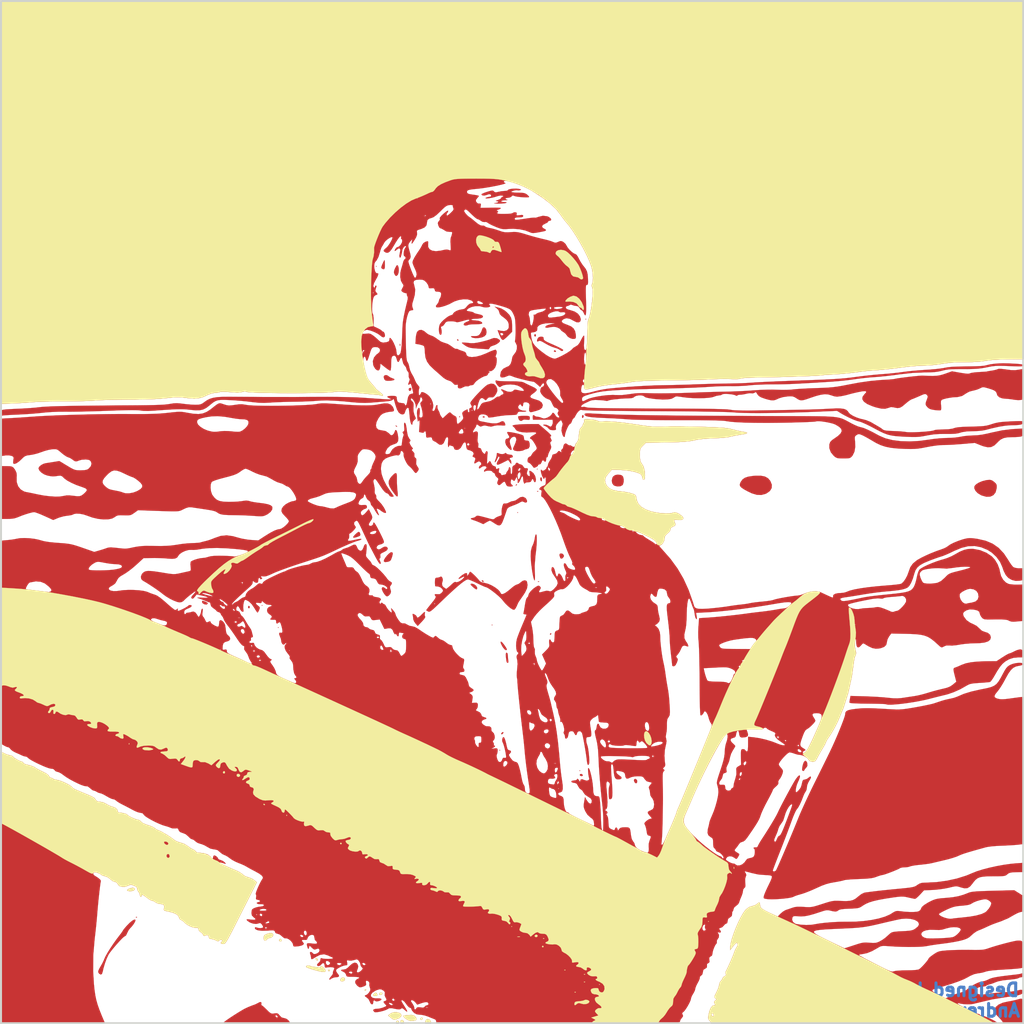
<source format=kicad_pcb>
(kicad_pcb (version 20170919) (host pcbnew "(2017-09-19 revision dddaa7e69)-makepkg")

  (general
    (thickness 1.6)
    (drawings 6)
    (tracks 0)
    (zones 0)
    (modules 1)
    (nets 1)
  )

  (page A4)
  (layers
    (0 F.Cu signal)
    (31 B.Cu signal)
    (32 B.Adhes user)
    (33 F.Adhes user)
    (34 B.Paste user)
    (35 F.Paste user)
    (36 B.SilkS user)
    (37 F.SilkS user)
    (38 B.Mask user)
    (39 F.Mask user)
    (40 Dwgs.User user)
    (41 Cmts.User user)
    (42 Eco1.User user)
    (43 Eco2.User user)
    (44 Edge.Cuts user)
    (45 Margin user)
    (46 B.CrtYd user)
    (47 F.CrtYd user)
    (48 B.Fab user)
    (49 F.Fab user)
  )

  (setup
    (last_trace_width 0.25)
    (trace_clearance 0.2)
    (zone_clearance 0.508)
    (zone_45_only no)
    (trace_min 0.2)
    (segment_width 0.2)
    (edge_width 0.15)
    (via_size 0.8)
    (via_drill 0.4)
    (via_min_size 0.4)
    (via_min_drill 0.3)
    (uvia_size 0.3)
    (uvia_drill 0.1)
    (uvias_allowed no)
    (uvia_min_size 0.2)
    (uvia_min_drill 0.1)
    (pcb_text_width 0.3)
    (pcb_text_size 1.5 1.5)
    (mod_edge_width 0.15)
    (mod_text_size 1 1)
    (mod_text_width 0.15)
    (pad_size 1.524 1.524)
    (pad_drill 0.762)
    (pad_to_mask_clearance 0.2)
    (aux_axis_origin 0 0)
    (visible_elements FFFFFF7F)
    (pcbplotparams
      (layerselection 0x00030_ffffffff)
      (usegerberextensions false)
      (usegerberattributes true)
      (usegerberadvancedattributes true)
      (creategerberjobfile true)
      (excludeedgelayer true)
      (linewidth 0.100000)
      (plotframeref false)
      (viasonmask false)
      (mode 1)
      (useauxorigin false)
      (hpglpennumber 1)
      (hpglpenspeed 20)
      (hpglpendiameter 15)
      (psnegative false)
      (psa4output false)
      (plotreference true)
      (plotvalue true)
      (plotinvisibletext false)
      (padsonsilk false)
      (subtractmaskfromsilk false)
      (outputformat 1)
      (mirror false)
      (drillshape 1)
      (scaleselection 1)
      (outputdirectory ""))
  )

  (net 0 "")

  (net_class Default "This is the default net class."
    (clearance 0.2)
    (trace_width 0.25)
    (via_dia 0.8)
    (via_drill 0.4)
    (uvia_dia 0.3)
    (uvia_drill 0.1)
  )

  (module junes:ART_Shah_headshot (layer F.Cu) (tedit 0) (tstamp 5A3290C2)
    (at 50.8 50.8)
    (fp_text reference G*** (at 0 0) (layer F.SilkS) hide
      (effects (font (thickness 0.3)))
    )
    (fp_text value LOGO (at 0.75 0) (layer F.SilkS) hide
      (effects (font (thickness 0.3)))
    )
    (fp_poly (pts (xy -11.275419 50.613772) (xy -11.260667 50.673) (xy -11.32844 50.785248) (xy -11.387667 50.8)
      (xy -11.499916 50.732227) (xy -11.514667 50.673) (xy -11.446894 50.560751) (xy -11.387667 50.546)
      (xy -11.275419 50.613772)) (layer F.SilkS) (width 0.01))
    (fp_poly (pts (xy -10.808812 50.55681) (xy -10.768598 50.652805) (xy -10.799795 50.773319) (xy -10.915792 50.8)
      (xy -11.060542 50.744217) (xy -11.091334 50.624458) (xy -11.038119 50.49901) (xy -10.922121 50.478378)
      (xy -10.808812 50.55681)) (layer F.SilkS) (width 0.01))
    (fp_poly (pts (xy -8.198409 50.461797) (xy -8.154763 50.510642) (xy -8.057302 50.680399) (xy -8.093234 50.769069)
      (xy -8.277328 50.799049) (xy -8.345556 50.8) (xy -8.545795 50.786316) (xy -8.6216 50.725043)
      (xy -8.620722 50.610364) (xy -8.531543 50.443639) (xy -8.369292 50.389519) (xy -8.198409 50.461797)) (layer F.SilkS) (width 0.01))
    (fp_poly (pts (xy -49.7205 7.568793) (xy -48.706768 7.640748) (xy -47.629416 7.747671) (xy -46.569393 7.88061)
      (xy -45.72 8.011188) (xy -44.61001 8.205873) (xy -43.576126 8.398647) (xy -42.638447 8.585422)
      (xy -41.817072 8.762111) (xy -41.132101 8.924627) (xy -40.807459 9.010167) (xy -40.267814 9.166055)
      (xy -39.68126 9.34698) (xy -39.069811 9.545012) (xy -38.45548 9.752219) (xy -37.86028 9.960669)
      (xy -37.306222 10.16243) (xy -36.815321 10.349571) (xy -36.409588 10.51416) (xy -36.111037 10.648265)
      (xy -35.941681 10.743955) (xy -35.912778 10.773833) (xy -35.815594 10.835903) (xy -35.796365 10.837333)
      (xy -35.669802 10.870969) (xy -35.423192 10.962765) (xy -35.089836 11.099055) (xy -34.703033 11.266171)
      (xy -34.29608 11.450446) (xy -34.247667 11.472973) (xy -33.984698 11.591335) (xy -33.622069 11.748819)
      (xy -33.216983 11.920764) (xy -32.977667 12.020482) (xy -32.623673 12.170926) (xy -32.326351 12.305007)
      (xy -32.121946 12.405913) (xy -32.050567 12.450535) (xy -31.896893 12.525683) (xy -31.850444 12.530666)
      (xy -31.734976 12.56298) (xy -31.494811 12.651556) (xy -31.159974 12.783844) (xy -30.760489 12.947293)
      (xy -30.326382 13.129354) (xy -29.887677 13.317477) (xy -29.474398 13.499111) (xy -29.11657 13.661707)
      (xy -28.913667 13.758208) (xy -28.634157 13.889604) (xy -28.265865 14.055497) (xy -27.876443 14.225554)
      (xy -27.770667 14.270703) (xy -27.369493 14.444157) (xy -26.952705 14.629621) (xy -26.597464 14.792652)
      (xy -26.532611 14.823338) (xy -26.256325 14.948818) (xy -26.03499 15.037825) (xy -25.918777 15.070666)
      (xy -25.828082 15.129015) (xy -25.823334 15.155333) (xy -25.752946 15.225695) (xy -25.665337 15.24)
      (xy -25.524936 15.274466) (xy -25.272774 15.367387) (xy -24.949316 15.503042) (xy -24.712837 15.610023)
      (xy -24.267215 15.816629) (xy -23.753133 16.053558) (xy -23.256395 16.281306) (xy -23.071667 16.365591)
      (xy -21.302763 17.171337) (xy -19.687186 17.907759) (xy -18.223969 18.575299) (xy -16.912148 19.1744)
      (xy -15.750755 19.705505) (xy -14.738825 20.169056) (xy -13.875393 20.565497) (xy -13.159491 20.89527)
      (xy -12.590155 21.158818) (xy -12.166417 21.356585) (xy -11.887313 21.489012) (xy -11.768667 21.547609)
      (xy -11.517586 21.671705) (xy -11.170544 21.835168) (xy -10.787019 22.010184) (xy -10.625667 22.082081)
      (xy -10.151821 22.294761) (xy -9.583414 22.555016) (xy -8.970389 22.839527) (xy -8.362689 23.124979)
      (xy -7.810257 23.388052) (xy -7.366314 23.603811) (xy -7.031586 23.780413) (xy -6.688902 23.978461)
      (xy -6.524895 24.08152) (xy -6.292412 24.215845) (xy -5.951906 24.389065) (xy -5.552512 24.577031)
      (xy -5.212248 24.726621) (xy -4.797273 24.907268) (xy -4.327526 25.119216) (xy -3.840808 25.344629)
      (xy -3.374921 25.565671) (xy -2.967667 25.764505) (xy -2.656848 25.923295) (xy -2.54 25.987501)
      (xy -2.406693 26.056444) (xy -2.165724 26.17429) (xy -1.863031 26.318664) (xy -1.778 26.35867)
      (xy -1.550738 26.466955) (xy -1.194318 26.638916) (xy -0.73152 26.863467) (xy -0.185122 27.129519)
      (xy 0.422098 27.425985) (xy 1.067361 27.74178) (xy 1.566333 27.986486) (xy 2.298978 28.345784)
      (xy 3.075645 28.72607) (xy 3.86004 29.109615) (xy 4.615872 29.478689) (xy 5.306849 29.815564)
      (xy 5.896678 30.10251) (xy 6.096 30.19926) (xy 6.613581 30.450985) (xy 7.084669 30.681443)
      (xy 7.486387 30.879332) (xy 7.795855 31.033351) (xy 7.990195 31.1322) (xy 8.043333 31.161132)
      (xy 8.187141 31.241211) (xy 8.434738 31.369936) (xy 8.752734 31.53087) (xy 9.107737 31.707581)
      (xy 9.466356 31.883634) (xy 9.795201 32.042595) (xy 10.060881 32.168029) (xy 10.230005 32.243501)
      (xy 10.271925 32.258) (xy 10.36439 32.297119) (xy 10.575035 32.404238) (xy 10.874645 32.564003)
      (xy 11.234004 32.761058) (xy 11.318976 32.808333) (xy 11.683984 33.010992) (xy 11.991688 33.180032)
      (xy 12.214151 33.300241) (xy 12.323437 33.356405) (xy 12.329679 33.358666) (xy 12.407565 33.401656)
      (xy 12.576046 33.510156) (xy 12.665721 33.570333) (xy 12.896371 33.701748) (xy 13.098298 33.775909)
      (xy 13.147738 33.782) (xy 13.305743 33.818959) (xy 13.558701 33.916014) (xy 13.852772 34.052426)
      (xy 13.862174 34.057166) (xy 14.406501 34.332333) (xy 14.562996 34.140177) (xy 14.679431 33.948233)
      (xy 14.803186 33.671319) (xy 14.862913 33.505177) (xy 14.988645 33.148267) (xy 15.160445 32.701611)
      (xy 15.352761 32.228907) (xy 15.540045 31.793851) (xy 15.617894 31.623) (xy 15.752124 31.326172)
      (xy 15.901036 30.982222) (xy 16.049242 30.628672) (xy 16.181352 30.303049) (xy 16.281977 30.042878)
      (xy 16.33573 29.885683) (xy 16.340666 29.860532) (xy 16.373966 29.739462) (xy 16.457886 29.530009)
      (xy 16.502485 29.43094) (xy 16.593317 29.225848) (xy 16.739355 28.884041) (xy 16.932273 28.425771)
      (xy 17.163743 27.871285) (xy 17.425439 27.240832) (xy 17.709035 26.554663) (xy 18.006203 25.833025)
      (xy 18.308618 25.096169) (xy 18.607951 24.364343) (xy 18.895878 23.657797) (xy 19.16407 22.996779)
      (xy 19.404201 22.401539) (xy 19.607945 21.892327) (xy 19.74418 21.547666) (xy 19.893265 21.174624)
      (xy 20.03178 20.840979) (xy 20.141161 20.590781) (xy 20.190207 20.489333) (xy 20.263933 20.332861)
      (xy 20.384172 20.055837) (xy 20.535248 19.695207) (xy 20.701485 19.287919) (xy 20.729067 19.219333)
      (xy 20.985034 18.598651) (xy 21.253752 17.977499) (xy 21.523908 17.379453) (xy 21.784187 16.828089)
      (xy 22.023276 16.346983) (xy 22.229862 15.959713) (xy 22.392629 15.689852) (xy 22.473299 15.584617)
      (xy 22.617551 15.400987) (xy 22.688996 15.245217) (xy 22.690666 15.227322) (xy 22.749255 15.075847)
      (xy 22.86 14.943666) (xy 22.987187 14.791556) (xy 23.029333 14.682092) (xy 23.073326 14.579699)
      (xy 23.190084 14.373259) (xy 23.356779 14.098495) (xy 23.550579 13.791128) (xy 23.748655 13.48688)
      (xy 23.928176 13.221473) (xy 24.066313 13.030628) (xy 24.133764 12.954) (xy 24.210239 12.87164)
      (xy 24.361691 12.692301) (xy 24.55801 12.451782) (xy 24.59666 12.403666) (xy 24.856255 12.086392)
      (xy 25.133364 11.758073) (xy 25.350012 11.510083) (xy 25.590994 11.240448) (xy 25.831995 10.968707)
      (xy 25.951591 10.83275) (xy 26.120039 10.655504) (xy 26.376003 10.404297) (xy 26.6893 10.106869)
      (xy 27.029749 9.790963) (xy 27.367169 9.484318) (xy 27.671379 9.214675) (xy 27.912197 9.009776)
      (xy 28.051998 8.902179) (xy 28.227912 8.768883) (xy 28.450654 8.579248) (xy 28.532666 8.504681)
      (xy 28.977594 8.156881) (xy 29.424668 7.953729) (xy 29.919197 7.876133) (xy 30.029249 7.874)
      (xy 30.337994 7.879901) (xy 30.534002 7.906539) (xy 30.613069 7.967313) (xy 30.570992 8.075622)
      (xy 30.403568 8.244867) (xy 30.106595 8.488446) (xy 29.750408 8.763) (xy 29.402483 9.029156)
      (xy 29.126805 9.250562) (xy 28.907112 9.452275) (xy 28.727142 9.659354) (xy 28.570632 9.896861)
      (xy 28.42132 10.189853) (xy 28.262943 10.563389) (xy 28.079239 11.04253) (xy 27.853946 11.652334)
      (xy 27.825898 11.728543) (xy 27.650358 12.200724) (xy 27.479564 12.651818) (xy 27.328795 13.042049)
      (xy 27.21333 13.331637) (xy 27.17551 13.421876) (xy 27.040435 13.746223) (xy 26.889863 14.125057)
      (xy 26.80351 14.351) (xy 26.687679 14.653201) (xy 26.52479 15.067468) (xy 26.324012 15.571358)
      (xy 26.094515 16.142429) (xy 25.845466 16.75824) (xy 25.586035 17.396347) (xy 25.32539 18.03431)
      (xy 25.072701 18.649685) (xy 24.837136 19.220032) (xy 24.627864 19.722908) (xy 24.454053 20.135872)
      (xy 24.324873 20.43648) (xy 24.249577 20.602123) (xy 24.109283 20.905692) (xy 24.061925 21.096857)
      (xy 24.11276 21.208084) (xy 24.267046 21.271834) (xy 24.361274 21.291759) (xy 24.646091 21.363052)
      (xy 24.85331 21.448638) (xy 24.948217 21.531699) (xy 24.938699 21.571522) (xy 24.835711 21.592634)
      (xy 24.605631 21.604076) (xy 24.290505 21.60429) (xy 24.148281 21.600827) (xy 23.585949 21.604024)
      (xy 23.003075 21.643377) (xy 22.445554 21.712979) (xy 21.95928 21.806924) (xy 21.590146 21.919305)
      (xy 21.553621 21.934755) (xy 21.372856 22.032717) (xy 21.208289 22.172008) (xy 21.031642 22.383875)
      (xy 20.814634 22.699563) (xy 20.700015 22.877933) (xy 20.402118 23.374159) (xy 20.055962 23.995988)
      (xy 19.677265 24.712241) (xy 19.281746 25.491738) (xy 18.885122 26.303299) (xy 18.503112 27.115746)
      (xy 18.151432 27.897899) (xy 18.041445 28.151666) (xy 17.832576 28.637038) (xy 17.634856 29.093347)
      (xy 17.46262 29.487746) (xy 17.330202 29.78739) (xy 17.259263 29.943904) (xy 17.114262 30.283424)
      (xy 17.040827 30.563474) (xy 17.047927 30.817148) (xy 17.144527 31.07754) (xy 17.339595 31.377745)
      (xy 17.642097 31.750856) (xy 17.797578 31.930665) (xy 18.017863 32.19337) (xy 18.186892 32.414782)
      (xy 18.278704 32.560025) (xy 18.288 32.589488) (xy 18.355562 32.702776) (xy 18.407862 32.732643)
      (xy 18.533983 32.814319) (xy 18.727821 32.974038) (xy 18.863296 33.097861) (xy 19.0659 33.267975)
      (xy 19.375942 33.501534) (xy 19.756632 33.773262) (xy 20.171181 34.057878) (xy 20.582798 34.330105)
      (xy 20.954695 34.564665) (xy 21.2395 34.730562) (xy 21.418797 34.854956) (xy 21.493046 35.011647)
      (xy 21.505333 35.204273) (xy 21.56114 35.525919) (xy 21.674666 35.687) (xy 21.800904 35.832993)
      (xy 21.842703 35.932955) (xy 21.808165 35.958145) (xy 21.768804 35.911091) (xy 21.67713 35.840423)
      (xy 21.526321 35.887531) (xy 21.513122 35.894498) (xy 21.38817 35.99862) (xy 21.365415 36.159693)
      (xy 21.380953 36.263859) (xy 21.372109 36.484133) (xy 21.299589 36.802949) (xy 21.181303 37.170467)
      (xy 21.035162 37.536845) (xy 20.879077 37.852244) (xy 20.734385 38.063123) (xy 20.612148 38.272448)
      (xy 20.574 38.45268) (xy 20.534662 38.650991) (xy 20.43442 38.917057) (xy 20.362333 39.065536)
      (xy 20.241983 39.313761) (xy 20.165306 39.513954) (xy 20.150666 39.586146) (xy 20.077274 39.683641)
      (xy 19.944511 39.708666) (xy 19.70167 39.739916) (xy 19.519225 39.79198) (xy 19.36433 39.881677)
      (xy 19.339735 40.020563) (xy 19.355443 40.095822) (xy 19.378122 40.249808) (xy 19.307391 40.297058)
      (xy 19.166896 40.287675) (xy 19.022703 40.279339) (xy 18.950694 40.325781) (xy 18.925812 40.467639)
      (xy 18.923 40.683236) (xy 18.898594 40.99043) (xy 18.804653 41.243632) (xy 18.651275 41.478402)
      (xy 18.483216 41.742575) (xy 18.434407 41.920931) (xy 18.45176 41.985498) (xy 18.485314 42.133378)
      (xy 18.506533 42.396403) (xy 18.511293 42.72058) (xy 18.510656 42.756666) (xy 18.499891 43.081807)
      (xy 18.476965 43.274643) (xy 18.430544 43.372201) (xy 18.349296 43.411509) (xy 18.308004 43.418721)
      (xy 18.155963 43.453692) (xy 18.134865 43.528738) (xy 18.218285 43.680479) (xy 18.255363 43.78269)
      (xy 18.234802 43.915185) (xy 18.144263 44.113559) (xy 17.971409 44.413407) (xy 17.954571 44.44133)
      (xy 17.780447 44.71737) (xy 17.634467 44.926641) (xy 17.541023 45.034926) (xy 17.525895 45.042666)
      (xy 17.469536 45.117165) (xy 17.411187 45.301687) (xy 17.365791 45.537772) (xy 17.34852 45.736628)
      (xy 17.309911 45.884178) (xy 17.212478 46.124518) (xy 17.097062 46.365957) (xy 16.967065 46.641507)
      (xy 16.877151 46.872922) (xy 16.848666 46.995128) (xy 16.787809 47.167644) (xy 16.72068 47.244818)
      (xy 16.608029 47.385934) (xy 16.479383 47.612041) (xy 16.438107 47.699685) (xy 16.311367 47.941663)
      (xy 16.180439 48.127144) (xy 16.142759 48.164533) (xy 16.034308 48.358089) (xy 16.002 48.649415)
      (xy 15.980275 48.911253) (xy 15.89821 49.070964) (xy 15.80301 49.148479) (xy 15.649935 49.29648)
      (xy 15.474472 49.533607) (xy 15.376172 49.697494) (xy 15.200581 49.969717) (xy 15.003832 50.202541)
      (xy 14.902836 50.290929) (xy 14.720148 50.456361) (xy 14.608108 50.622044) (xy 14.604301 50.632866)
      (xy 14.585866 50.675126) (xy 14.549419 50.709591) (xy 14.479049 50.737054) (xy 14.358843 50.75831)
      (xy 14.172888 50.774152) (xy 13.905272 50.785375) (xy 13.540083 50.792772) (xy 13.061408 50.797137)
      (xy 12.453335 50.799265) (xy 11.699951 50.79995) (xy 11.254961 50.8) (xy 10.288774 50.797824)
      (xy 9.490993 50.791284) (xy 8.860747 50.780355) (xy 8.397165 50.765015) (xy 8.099374 50.745239)
      (xy 7.966505 50.721006) (xy 7.958666 50.712605) (xy 8.028431 50.618962) (xy 8.146563 50.555702)
      (xy 8.267556 50.50301) (xy 8.258561 50.453737) (xy 8.1096 50.36838) (xy 8.097674 50.362129)
      (xy 7.860888 50.238064) (xy 8.569384 50.025794) (xy 8.3771 49.821117) (xy 8.251956 49.674997)
      (xy 8.238364 49.577589) (xy 8.330094 49.455944) (xy 8.344543 49.439944) (xy 8.555241 49.305295)
      (xy 8.697135 49.300316) (xy 8.85407 49.29497) (xy 8.886197 49.213147) (xy 8.801467 49.083479)
      (xy 8.607836 48.934598) (xy 8.593096 48.925778) (xy 8.37357 48.746431) (xy 8.247583 48.544865)
      (xy 8.221102 48.357967) (xy 8.300096 48.222618) (xy 8.471663 48.175333) (xy 8.606566 48.142772)
      (xy 8.636 48.099725) (xy 8.559571 48.002948) (xy 8.362066 47.938155) (xy 8.161593 47.921333)
      (xy 7.955763 47.847355) (xy 7.857548 47.70737) (xy 7.807384 47.510239) (xy 7.884926 47.386706)
      (xy 8.10551 47.321504) (xy 8.259878 47.306855) (xy 8.478754 47.306928) (xy 8.575252 47.35574)
      (xy 8.594097 47.446711) (xy 8.665416 47.629158) (xy 8.83212 47.735171) (xy 8.997508 47.728862)
      (xy 9.105613 47.617295) (xy 9.185372 47.417595) (xy 9.186598 47.412125) (xy 9.169449 47.129283)
      (xy 9.000174 46.881636) (xy 8.69538 46.69017) (xy 8.581216 46.647224) (xy 8.396197 46.561939)
      (xy 8.298223 46.472244) (xy 8.312137 46.409302) (xy 8.382 46.397333) (xy 8.457055 46.338776)
      (xy 8.455292 46.222899) (xy 8.383931 46.139388) (xy 8.360833 46.134361) (xy 8.201339 46.133062)
      (xy 8.015491 46.141443) (xy 7.802362 46.105319) (xy 7.598793 45.99705) (xy 7.468486 45.856337)
      (xy 7.450666 45.789448) (xy 7.52051 45.708346) (xy 7.662333 45.635333) (xy 7.839624 45.529121)
      (xy 7.848594 45.412014) (xy 7.702916 45.29573) (xy 7.518827 45.242649) (xy 7.415243 45.29866)
      (xy 7.421089 45.426378) (xy 7.413958 45.529105) (xy 7.30954 45.54568) (xy 7.153139 45.481287)
      (xy 7.027333 45.381333) (xy 6.813754 45.253872) (xy 6.604 45.212) (xy 6.41581 45.178524)
      (xy 6.350868 45.100346) (xy 6.428145 45.010838) (xy 6.477 44.988617) (xy 6.589593 44.877856)
      (xy 6.604 44.814499) (xy 6.569692 44.738647) (xy 6.440949 44.723451) (xy 6.256808 44.747773)
      (xy 6.040537 44.777019) (xy 5.951612 44.757105) (xy 5.951923 44.674878) (xy 5.960667 44.645586)
      (xy 5.931815 44.490664) (xy 5.795444 44.286385) (xy 5.588438 44.071827) (xy 5.347683 43.886071)
      (xy 5.1435 43.779803) (xy 4.956742 43.653671) (xy 4.910666 43.494351) (xy 4.837652 43.296086)
      (xy 4.65832 43.109535) (xy 4.432234 42.980424) (xy 4.218957 42.954482) (xy 4.210175 42.956587)
      (xy 4.015446 42.976706) (xy 3.770451 42.963934) (xy 3.53219 42.926724) (xy 3.357663 42.873529)
      (xy 3.302 42.821898) (xy 3.372543 42.737698) (xy 3.471333 42.696532) (xy 3.609051 42.61075)
      (xy 3.625069 42.444458) (xy 3.520854 42.17807) (xy 3.511492 42.159795) (xy 3.396172 41.991507)
      (xy 3.240627 41.921471) (xy 3.050822 41.91) (xy 2.826107 41.890194) (xy 2.682466 41.84104)
      (xy 2.667 41.825333) (xy 2.535001 41.745229) (xy 2.327568 41.813204) (xy 2.110397 41.9706)
      (xy 1.837136 42.200534) (xy 1.712574 42.012933) (xy 1.511939 41.853857) (xy 1.34136 41.825333)
      (xy 1.079248 41.777088) (xy 0.888323 41.690104) (xy 0.758667 41.591551) (xy 0.726757 41.490625)
      (xy 0.780232 41.320395) (xy 0.807746 41.253771) (xy 0.882808 41.057672) (xy 0.913205 40.944035)
      (xy 0.911278 40.934802) (xy 0.693381 40.815288) (xy 0.455629 40.758877) (xy 0.333506 40.768637)
      (xy 0.218668 40.773503) (xy 0.120455 40.682305) (xy 0.007032 40.463718) (xy -0.005924 40.434661)
      (xy -0.138983 40.193496) (xy -0.267745 40.061279) (xy -0.313418 40.047333) (xy -0.399392 40.062251)
      (xy -0.368451 40.133823) (xy -0.302708 40.209623) (xy -0.205386 40.368473) (xy -0.241383 40.531298)
      (xy -0.250231 40.54829) (xy -0.298413 40.693076) (xy -0.256979 40.724666) (xy -0.179239 40.793196)
      (xy -0.169334 40.851666) (xy -0.212061 40.965543) (xy -0.311291 40.949113) (xy -0.420467 40.814689)
      (xy -0.578147 40.679051) (xy -0.78328 40.624189) (xy -0.97161 40.587769) (xy -1.037602 40.498784)
      (xy -1.035572 40.3751) (xy -1.039672 40.240093) (xy -1.111211 40.147786) (xy -1.287698 40.065126)
      (xy -1.450642 40.009327) (xy -1.731542 39.93587) (xy -1.97167 39.904457) (xy -2.066773 39.91087)
      (xy -2.237919 39.920401) (xy -2.372755 39.878298) (xy -2.42224 39.80874) (xy -2.379706 39.756586)
      (xy -2.295084 39.629144) (xy -2.286 39.567247) (xy -2.320778 39.483812) (xy -2.452271 39.471401)
      (xy -2.582928 39.491525) (xy -2.788577 39.514423) (xy -2.896897 39.460755) (xy -2.963994 39.32593)
      (xy -3.06974 39.163094) (xy -3.196233 39.148021) (xy -3.360715 39.174292) (xy -3.627091 39.194939)
      (xy -3.949251 39.208992) (xy -4.281087 39.21548) (xy -4.576493 39.213436) (xy -4.789359 39.201889)
      (xy -4.87164 39.183249) (xy -4.86854 39.083416) (xy -4.790135 38.926087) (xy -4.704824 38.742436)
      (xy -4.756141 38.649993) (xy -4.950228 38.642506) (xy -5.05278 38.658754) (xy -5.25047 38.677978)
      (xy -5.328025 38.627362) (xy -5.334 38.584147) (xy -5.265541 38.444943) (xy -5.207 38.408048)
      (xy -5.09437 38.294898) (xy -5.08 38.229657) (xy -5.117998 38.153414) (xy -5.254019 38.113174)
      (xy -5.52111 38.100152) (xy -5.567634 38.1) (xy -5.86198 38.088918) (xy -6.037344 38.045909)
      (xy -6.143192 37.956329) (xy -6.165876 37.922887) (xy -6.310002 37.79228) (xy -6.476452 37.795963)
      (xy -6.704353 37.78354) (xy -6.803496 37.719076) (xy -6.972799 37.62343) (xy -7.175508 37.595698)
      (xy -7.340038 37.638471) (xy -7.390216 37.697833) (xy -7.449941 37.761008) (xy -7.578539 37.714691)
      (xy -7.60779 37.697833) (xy -7.820778 37.612882) (xy -7.957518 37.592) (xy -8.099655 37.534969)
      (xy -8.128 37.454178) (xy -8.098566 37.369223) (xy -7.982379 37.347617) (xy -7.789334 37.370512)
      (xy -7.578955 37.388457) (xy -7.46034 37.368126) (xy -7.450667 37.35259) (xy -7.522585 37.265081)
      (xy -7.694882 37.171779) (xy -7.902375 37.102422) (xy -8.039391 37.084) (xy -8.154397 37.041386)
      (xy -8.152533 36.914666) (xy -8.154283 36.779368) (xy -8.202075 36.745333) (xy -8.315793 36.809728)
      (xy -8.401649 36.914666) (xy -8.526759 37.026165) (xy -8.694809 37.084154) (xy -8.851719 37.085141)
      (xy -8.943409 37.02563) (xy -8.94118 36.949522) (xy -8.932185 36.867702) (xy -9.016904 36.845278)
      (xy -9.228455 36.872297) (xy -9.464663 36.886339) (xy -9.56732 36.838444) (xy -9.523576 36.744974)
      (xy -9.395629 36.659397) (xy -9.277388 36.551356) (xy -9.301732 36.463329) (xy -9.442664 36.431235)
      (xy -9.549023 36.447463) (xy -9.694868 36.474333) (xy -9.703254 36.43133) (xy -9.654721 36.367611)
      (xy -9.583256 36.27424) (xy -9.590192 36.212973) (xy -9.702847 36.144969) (xy -9.863667 36.070528)
      (xy -10.11245 36.003731) (xy -10.445763 35.974446) (xy -10.600983 35.976306) (xy -10.876016 35.983317)
      (xy -11.027707 35.961149) (xy -11.10156 35.893489) (xy -11.138205 35.783728) (xy -11.201519 35.641396)
      (xy -11.332647 35.570987) (xy -11.543889 35.543307) (xy -11.766463 35.515816) (xy -11.862855 35.457679)
      (xy -11.876211 35.339788) (xy -11.874299 35.320395) (xy -11.877113 35.188093) (xy -11.957704 35.154068)
      (xy -12.114061 35.180477) (xy -12.355561 35.189724) (xy -12.552753 35.073196) (xy -12.558763 35.067671)
      (xy -12.768804 34.930166) (xy -12.954 34.868922) (xy -13.136039 34.784486) (xy -13.193699 34.642377)
      (xy -13.243209 34.501486) (xy -13.369131 34.483453) (xy -13.430901 34.49692) (xy -13.681377 34.481797)
      (xy -13.858786 34.377376) (xy -14.070305 34.237547) (xy -14.21623 34.223696) (xy -14.340811 34.332931)
      (xy -14.349989 34.345268) (xy -14.472878 34.433466) (xy -14.549823 34.424938) (xy -14.642678 34.315152)
      (xy -14.573636 34.218291) (xy -14.469482 34.178573) (xy -14.342763 34.113379) (xy -14.351772 34.04404)
      (xy -14.466129 33.999327) (xy -14.650617 34.007023) (xy -14.827555 34.025125) (xy -14.893913 33.962401)
      (xy -14.901334 33.874592) (xy -14.953727 33.719479) (xy -15.071058 33.627543) (xy -15.193554 33.636116)
      (xy -15.227379 33.670953) (xy -15.356491 33.733744) (xy -15.583437 33.745907) (xy -15.846212 33.712718)
      (xy -16.082812 33.639451) (xy -16.170069 33.590755) (xy -16.309847 33.471815) (xy -16.322345 33.364811)
      (xy -16.264367 33.255934) (xy -16.196956 33.102973) (xy -16.245977 33.037452) (xy -16.402129 32.943149)
      (xy -16.521524 32.805879) (xy -16.553548 32.686445) (xy -16.548115 32.674507) (xy -16.431212 32.605533)
      (xy -16.356837 32.59537) (xy -16.155885 32.556096) (xy -16.037848 32.4649) (xy -16.042219 32.355494)
      (xy -16.05648 32.338987) (xy -16.174405 32.293439) (xy -16.364532 32.354385) (xy -16.411401 32.377795)
      (xy -16.673005 32.473642) (xy -16.923618 32.512) (xy -17.191879 32.5409) (xy -17.391767 32.593916)
      (xy -17.545497 32.628429) (xy -17.679193 32.576398) (xy -17.85217 32.413786) (xy -17.861891 32.403416)
      (xy -18.032726 32.172516) (xy -18.072667 31.994542) (xy -18.069574 31.982833) (xy -18.069595 31.876451)
      (xy -18.187281 31.837278) (xy -18.271928 31.834666) (xy -18.49017 31.792128) (xy -18.630809 31.702675)
      (xy -18.776266 31.61438) (xy -19.017159 31.61771) (xy -19.046919 31.622479) (xy -19.247008 31.639004)
      (xy -19.405378 31.589071) (xy -19.586545 31.446304) (xy -19.668464 31.36837) (xy -19.860104 31.191417)
      (xy -19.993816 31.115471) (xy -20.130558 31.120958) (xy -20.283346 31.170914) (xy -20.536833 31.221664)
      (xy -20.674346 31.150175) (xy -20.693804 30.957983) (xy -20.677286 30.880721) (xy -20.671209 30.761225)
      (xy -20.719425 30.761556) (xy -20.858367 30.770302) (xy -21.085839 30.718376) (xy -21.342316 30.627287)
      (xy -21.568274 30.518541) (xy -21.704186 30.413645) (xy -21.71109 30.403253) (xy -21.804382 30.283586)
      (xy -21.968996 30.103701) (xy -22.16644 29.902035) (xy -22.358219 29.717028) (xy -22.505839 29.587118)
      (xy -22.566917 29.548666) (xy -22.598339 29.620133) (xy -22.606 29.724208) (xy -22.653834 29.854078)
      (xy -22.760791 29.871933) (xy -22.872054 29.791025) (xy -22.930418 29.645784) (xy -22.995717 29.504151)
      (xy -23.16826 29.368466) (xy -23.438418 29.231917) (xy -23.736597 29.095669) (xy -23.902521 29.008886)
      (xy -23.958429 28.951713) (xy -23.926561 28.904294) (xy -23.854129 28.860775) (xy -23.707497 28.748478)
      (xy -23.71824 28.670964) (xy -23.876946 28.633752) (xy -24.174204 28.642358) (xy -24.219124 28.646773)
      (xy -24.54345 28.667593) (xy -24.787038 28.638401) (xy -25.034664 28.544933) (xy -25.144564 28.491061)
      (xy -25.513706 28.264554) (xy -25.718737 28.043341) (xy -25.757628 27.829997) (xy -25.728121 27.75096)
      (xy -25.675952 27.539474) (xy -25.753592 27.391974) (xy -25.905343 27.347333) (xy -26.049453 27.28804)
      (xy -26.077334 27.183888) (xy -26.148722 27.037104) (xy -26.267834 26.993388) (xy -26.416775 26.924188)
      (xy -26.458334 26.839333) (xy -26.386263 26.729803) (xy -26.267834 26.685278) (xy -26.10857 26.601409)
      (xy -26.077334 26.494778) (xy -26.128054 26.357896) (xy -26.271663 26.35286) (xy -26.495334 26.479235)
      (xy -26.536041 26.510319) (xy -26.702926 26.615458) (xy -26.812699 26.637799) (xy -26.820174 26.632715)
      (xy -26.813171 26.547797) (xy -26.768913 26.50947) (xy -26.686198 26.382386) (xy -26.686698 26.325584)
      (xy -26.636349 26.222183) (xy -26.521834 26.179288) (xy -26.36257 26.09323) (xy -26.331334 25.986778)
      (xy -26.291265 25.86922) (xy -26.142995 25.82324) (xy -26.056167 25.819291) (xy -25.897182 25.814006)
      (xy -25.869207 25.794433) (xy -25.983013 25.74526) (xy -26.149897 25.686047) (xy -26.381618 25.612372)
      (xy -26.522481 25.60587) (xy -26.639894 25.673508) (xy -26.718915 25.744849) (xy -26.914216 25.860855)
      (xy -27.073286 25.812734) (xy -27.190878 25.602833) (xy -27.21364 25.523527) (xy -27.313337 25.354544)
      (xy -27.45478 25.318026) (xy -27.584896 25.329939) (xy -27.558432 25.383474) (xy -27.4955 25.433193)
      (xy -27.376081 25.561345) (xy -27.347334 25.63717) (xy -27.408979 25.764051) (xy -27.58946 25.77655)
      (xy -27.845001 25.690723) (xy -28.128198 25.50502) (xy -28.334103 25.210941) (xy -28.347813 25.183288)
      (xy -28.464046 24.965294) (xy -28.560929 24.870394) (xy -28.6843 24.865396) (xy -28.761378 24.883826)
      (xy -28.938637 24.969509) (xy -28.996647 25.131937) (xy -28.998334 25.187696) (xy -29.039816 25.397227)
      (xy -29.151728 25.460197) (xy -29.315274 25.367017) (xy -29.327173 25.355398) (xy -29.439049 25.217635)
      (xy -29.436857 25.100225) (xy -29.31185 24.949009) (xy -29.252334 24.892) (xy -29.109123 24.738915)
      (xy -29.041473 24.630103) (xy -29.040667 24.623241) (xy -29.092176 24.554473) (xy -29.24298 24.616057)
      (xy -29.487497 24.8054) (xy -29.547426 24.858617) (xy -29.88534 25.163902) (xy -30.194506 24.98149)
      (xy -30.523045 24.848238) (xy -30.732345 24.849303) (xy -30.971005 24.841465) (xy -31.069543 24.768764)
      (xy -31.231898 24.667986) (xy -31.440914 24.641854) (xy -31.623663 24.689999) (xy -31.698609 24.771924)
      (xy -31.736905 24.954472) (xy -31.750001 25.152924) (xy -31.761628 25.301287) (xy -31.816724 25.375274)
      (xy -31.945604 25.377831) (xy -32.178586 25.311907) (xy -32.438356 25.219851) (xy -32.932431 25.039702)
      (xy -32.669676 24.707947) (xy -32.537931 24.51409) (xy -32.471055 24.363223) (xy -32.473933 24.285681)
      (xy -32.551451 24.311806) (xy -32.615012 24.368477) (xy -32.783458 24.456655) (xy -32.867601 24.468666)
      (xy -32.996118 24.535882) (xy -33.02 24.638) (xy -33.052449 24.784492) (xy -33.140016 24.776987)
      (xy -33.257253 24.633354) (xy -33.351379 24.52659) (xy -33.489047 24.491601) (xy -33.729495 24.513909)
      (xy -33.739761 24.515439) (xy -33.987028 24.538864) (xy -34.14927 24.497097) (xy -34.306139 24.364382)
      (xy -34.349976 24.318133) (xy -34.549805 24.139359) (xy -34.743286 24.019523) (xy -34.776834 24.007009)
      (xy -34.94088 23.930227) (xy -34.948707 23.85903) (xy -34.813188 23.807993) (xy -34.586334 23.791333)
      (xy -34.32252 23.76719) (xy -34.210469 23.686711) (xy -34.238496 23.537818) (xy -34.276703 23.471283)
      (xy -34.357315 23.410945) (xy -34.498693 23.445901) (xy -34.592907 23.491928) (xy -34.873771 23.602781)
      (xy -35.101447 23.586924) (xy -35.342447 23.437421) (xy -35.375227 23.410333) (xy -35.544346 23.291068)
      (xy -35.730581 23.226568) (xy -35.993467 23.201373) (xy -36.190261 23.198666) (xy -36.601755 23.22428)
      (xy -36.924039 23.29509) (xy -37.011406 23.331909) (xy -37.227266 23.418484) (xy -37.322286 23.388135)
      (xy -37.30165 23.237038) (xy -37.2639 23.145712) (xy -37.206906 22.959358) (xy -37.260575 22.81808)
      (xy -37.305602 22.764354) (xy -37.463464 22.641731) (xy -37.575964 22.606) (xy -37.723721 22.558395)
      (xy -37.925161 22.441027) (xy -37.965009 22.412632) (xy -38.207215 22.252951) (xy -38.441914 22.126114)
      (xy -38.457106 22.119357) (xy -38.615904 22.060279) (xy -38.662373 22.102643) (xy -38.637022 22.270391)
      (xy -38.619348 22.448149) (xy -38.681429 22.514667) (xy -38.756384 22.521333) (xy -38.950191 22.461243)
      (xy -39.031334 22.394333) (xy -39.2017 22.285726) (xy -39.302756 22.267333) (xy -39.423111 22.228108)
      (xy -39.421404 22.142376) (xy -39.316141 22.058052) (xy -39.210323 22.027971) (xy -39.077151 21.970044)
      (xy -39.056318 21.900971) (xy -39.163748 21.842056) (xy -39.426555 21.815004) (xy -39.653864 21.814734)
      (xy -39.976144 21.812366) (xy -40.155306 21.783689) (xy -40.216136 21.724353) (xy -40.216667 21.715956)
      (xy -40.149386 21.587358) (xy -40.110834 21.565607) (xy -40.053276 21.487461) (xy -40.117478 21.362608)
      (xy -40.271026 21.214372) (xy -40.481507 21.066072) (xy -40.716504 20.941031) (xy -40.943603 20.86257)
      (xy -41.105667 20.849854) (xy -41.216352 20.891847) (xy -41.25432 21.013208) (xy -41.247213 21.187833)
      (xy -41.239341 21.395158) (xy -41.28725 21.483498) (xy -41.423898 21.501657) (xy -41.458879 21.501266)
      (xy -41.677051 21.466154) (xy -41.912066 21.383669) (xy -42.113304 21.278266) (xy -42.23014 21.174395)
      (xy -42.239225 21.124333) (xy -42.140529 21.067177) (xy -42.015834 21.064037) (xy -41.857258 21.046862)
      (xy -41.841796 20.953553) (xy -41.948866 20.830878) (xy -42.134104 20.768902) (xy -42.319131 20.782547)
      (xy -42.516199 20.796289) (xy -42.612723 20.713315) (xy -42.618862 20.698626) (xy -42.70752 20.604889)
      (xy -42.891786 20.60911) (xy -42.918834 20.614759) (xy -43.10612 20.629922) (xy -43.220481 20.540844)
      (xy -43.280684 20.431001) (xy -43.44011 20.234993) (xy -43.605281 20.187193) (xy -43.833993 20.155335)
      (xy -43.964245 20.114221) (xy -44.150457 20.101803) (xy -44.226878 20.141159) (xy -44.388114 20.180647)
      (xy -44.626957 20.141327) (xy -44.880895 20.039477) (xy -45.049334 19.92701) (xy -45.225422 19.824072)
      (xy -45.347646 19.842091) (xy -45.381334 19.939) (xy -45.449236 20.050861) (xy -45.509947 20.066)
      (xy -45.597377 20.020386) (xy -45.587337 19.862024) (xy -45.585435 19.854333) (xy -45.590851 19.690785)
      (xy -45.676968 19.63534) (xy -45.787054 19.697181) (xy -45.847 19.812) (xy -45.941085 19.949292)
      (xy -46.022039 19.981333) (xy -46.131123 19.929405) (xy -46.116842 19.82201) (xy -46.058667 19.769666)
      (xy -45.986747 19.649869) (xy -45.974 19.558367) (xy -45.922909 19.436402) (xy -45.746823 19.378296)
      (xy -45.699527 19.372864) (xy -45.472466 19.306249) (xy -45.396986 19.198166) (xy -45.434288 19.082165)
      (xy -45.581753 19.051138) (xy -45.802749 19.105648) (xy -45.972147 19.189372) (xy -46.125451 19.267537)
      (xy -46.256684 19.278675) (xy -46.432207 19.218192) (xy -46.583441 19.147039) (xy -46.82662 19.040136)
      (xy -47.018264 18.974822) (xy -47.074775 18.965333) (xy -47.2157 18.911246) (xy -47.378653 18.78881)
      (xy -47.648881 18.624779) (xy -48.015257 18.51797) (xy -48.40976 18.484107) (xy -48.61649 18.502677)
      (xy -48.829873 18.525291) (xy -48.92237 18.489054) (xy -48.937334 18.422442) (xy -48.864671 18.313071)
      (xy -48.718612 18.288) (xy -48.556658 18.259686) (xy -48.539772 18.186234) (xy -48.65559 18.084874)
      (xy -48.891753 17.972839) (xy -48.963361 17.94683) (xy -49.258982 17.83471) (xy -49.407055 17.745568)
      (xy -49.424362 17.661527) (xy -49.327686 17.564711) (xy -49.324381 17.562285) (xy -49.215393 17.441908)
      (xy -49.247683 17.374628) (xy -49.39512 17.388077) (xy -49.463976 17.414667) (xy -49.642649 17.450036)
      (xy -49.872517 17.397201) (xy -50.022644 17.33601) (xy -50.319169 17.237847) (xy -50.561566 17.21774)
      (xy -50.595858 17.223989) (xy -50.8 17.275226) (xy -50.8 7.510589) (xy -49.7205 7.568793)) (layer F.SilkS) (width 0.01))
    (fp_poly (pts (xy 24.602864 38.813776) (xy 24.637539 38.983897) (xy 24.638 39.018211) (xy 24.652681 39.160883)
      (xy 24.710539 39.286497) (xy 24.832291 39.410061) (xy 25.038659 39.546582) (xy 25.350361 39.711066)
      (xy 25.788116 39.918523) (xy 26.039795 40.03355) (xy 26.558703 40.269998) (xy 27.156402 40.543647)
      (xy 27.758176 40.820225) (xy 28.278666 41.060529) (xy 28.626415 41.22427) (xy 29.088392 41.445904)
      (xy 29.647793 41.717082) (xy 30.287811 42.029453) (xy 30.991641 42.374668) (xy 31.742475 42.744377)
      (xy 32.523509 43.13023) (xy 33.317937 43.523878) (xy 34.108951 43.916969) (xy 34.879747 44.301156)
      (xy 35.613518 44.668087) (xy 36.293459 45.009413) (xy 36.902763 45.316784) (xy 37.424624 45.581851)
      (xy 37.842237 45.796263) (xy 38.138795 45.95167) (xy 38.282841 46.030964) (xy 38.624564 46.214117)
      (xy 38.989758 46.383887) (xy 39.223917 46.476141) (xy 39.564121 46.613881) (xy 39.931857 46.792231)
      (xy 40.098951 46.884995) (xy 40.361828 47.027907) (xy 40.725634 47.209142) (xy 41.135065 47.401715)
      (xy 41.411285 47.525354) (xy 41.676517 47.64603) (xy 42.049292 47.822411) (xy 42.510015 48.044682)
      (xy 43.039093 48.303028) (xy 43.61693 48.587635) (xy 44.223932 48.888689) (xy 44.840505 49.196373)
      (xy 45.447053 49.500874) (xy 46.023982 49.792377) (xy 46.551699 50.061067) (xy 47.010607 50.29713)
      (xy 47.381113 50.49075) (xy 47.643621 50.632113) (xy 47.778539 50.711404) (xy 47.7901 50.720441)
      (xy 47.717128 50.730946) (xy 47.479005 50.740692) (xy 47.079909 50.749656) (xy 46.52402 50.757817)
      (xy 45.815519 50.765155) (xy 44.958584 50.771648) (xy 43.957396 50.777276) (xy 42.816134 50.782016)
      (xy 41.538977 50.785847) (xy 40.130106 50.78875) (xy 38.5937 50.790701) (xy 36.933939 50.79168)
      (xy 35.155003 50.791667) (xy 33.862433 50.791068) (xy 19.854333 50.782137) (xy 19.655592 50.584127)
      (xy 19.530621 50.42967) (xy 19.491006 50.262022) (xy 19.514853 50.021559) (xy 19.53219 49.946277)
      (xy 19.812 49.946277) (xy 19.865785 50.091825) (xy 19.945208 50.122666) (xy 20.046934 50.059187)
      (xy 20.051041 49.981516) (xy 19.980337 49.840385) (xy 19.882509 49.808851) (xy 19.816673 49.89563)
      (xy 19.812 49.946277) (xy 19.53219 49.946277) (xy 19.612723 49.596586) (xy 19.748898 49.273034)
      (xy 19.910381 49.075324) (xy 20.04555 49.024184) (xy 20.177352 49.005614) (xy 20.172988 48.922693)
      (xy 20.130217 48.84751) (xy 20.070678 48.697776) (xy 20.143857 48.585694) (xy 20.188015 48.551176)
      (xy 20.300163 48.451823) (xy 20.276089 48.377631) (xy 20.203975 48.320828) (xy 20.130138 48.25148)
      (xy 20.114913 48.163216) (xy 20.165868 48.01498) (xy 20.290569 47.765717) (xy 20.314793 47.719564)
      (xy 20.451105 47.425483) (xy 20.544995 47.156108) (xy 20.574 46.994524) (xy 20.634786 46.761584)
      (xy 20.743333 46.609) (xy 20.870738 46.454009) (xy 20.912666 46.340062) (xy 20.981921 46.222995)
      (xy 21.123671 46.128229) (xy 21.264775 46.035155) (xy 21.256218 45.938455) (xy 21.24581 45.925012)
      (xy 21.204817 45.753816) (xy 21.238345 45.663134) (xy 21.398754 45.341744) (xy 21.580511 44.952461)
      (xy 21.761861 44.544708) (xy 21.921053 44.16791) (xy 22.036334 43.87149) (xy 22.067681 43.778813)
      (xy 22.167762 43.516167) (xy 22.280437 43.304799) (xy 22.317558 43.255946) (xy 22.402395 43.096409)
      (xy 22.416383 42.928379) (xy 22.360797 42.817661) (xy 22.308808 42.804252) (xy 22.214623 42.869578)
      (xy 22.062272 43.031642) (xy 21.950134 43.170667) (xy 21.674666 43.53183) (xy 21.676443 43.250081)
      (xy 21.719719 42.901032) (xy 21.835668 42.444735) (xy 22.008824 41.918531) (xy 22.223722 41.359757)
      (xy 22.464894 40.805754) (xy 22.716876 40.293862) (xy 22.964201 39.861418) (xy 23.191403 39.545762)
      (xy 23.227208 39.50609) (xy 23.556882 39.255204) (xy 23.847293 39.163046) (xy 24.107681 39.086799)
      (xy 24.313783 38.97176) (xy 24.347248 38.940498) (xy 24.508331 38.799905) (xy 24.602864 38.813776)) (layer F.SilkS) (width 0.01))
    (fp_poly (pts (xy -9.817234 50.008288) (xy -9.681818 50.094127) (xy -9.65314 50.121527) (xy -9.50605 50.315514)
      (xy -9.507704 50.449309) (xy -9.5885 50.499252) (xy -9.911814 50.57559) (xy -10.157521 50.564266)
      (xy -10.395424 50.460949) (xy -10.417434 50.44784) (xy -10.660592 50.279111) (xy -10.793775 50.139753)
      (xy -10.800234 50.057344) (xy -10.70754 50.035714) (xy -10.497454 50.00906) (xy -10.297977 49.990253)
      (xy -10.003342 49.977588) (xy -9.817234 50.008288)) (layer F.SilkS) (width 0.01))
    (fp_poly (pts (xy -11.303208 49.740419) (xy -11.091702 49.846865) (xy -11.004671 49.993453) (xy -11.054582 50.154964)
      (xy -11.253904 50.30618) (xy -11.31334 50.333197) (xy -11.572036 50.429114) (xy -11.749041 50.441473)
      (xy -11.914386 50.361913) (xy -12.065 50.243461) (xy -12.319 50.031679) (xy -12.119121 49.865506)
      (xy -11.877997 49.742163) (xy -11.626721 49.699333) (xy -11.303208 49.740419)) (layer F.SilkS) (width 0.01))
    (fp_poly (pts (xy -8.89 50.327277) (xy -8.95817 50.443909) (xy -9.024056 50.461333) (xy -9.122802 50.412104)
      (xy -9.124598 50.360791) (xy -9.040325 50.248983) (xy -8.938872 50.234767) (xy -8.89 50.327277)) (layer F.SilkS) (width 0.01))
    (fp_poly (pts (xy 7.483555 48.491137) (xy 7.635765 48.562924) (xy 7.687738 48.665373) (xy 7.687654 48.665815)
      (xy 7.582832 48.806931) (xy 7.36853 48.890727) (xy 7.098626 48.904459) (xy 6.879977 48.856834)
      (xy 6.667577 48.79759) (xy 6.530013 48.822151) (xy 6.443133 48.887337) (xy 6.277657 49.006476)
      (xy 6.198183 48.982076) (xy 6.195944 48.8315) (xy 6.235873 48.714763) (xy 6.342919 48.651604)
      (xy 6.562231 48.620158) (xy 6.644183 48.614417) (xy 6.906283 48.585349) (xy 7.099797 48.541273)
      (xy 7.152183 48.51609) (xy 7.299548 48.469147) (xy 7.483555 48.491137)) (layer F.SilkS) (width 0.01))
    (fp_poly (pts (xy -13.462303 47.833626) (xy -13.456844 47.84211) (xy -13.385183 48.004496) (xy -13.451924 48.078117)
      (xy -13.589 48.090666) (xy -13.748168 48.065211) (xy -13.800667 48.016366) (xy -13.742617 47.906974)
      (xy -13.667214 47.831311) (xy -13.547144 47.764435) (xy -13.462303 47.833626)) (layer F.SilkS) (width 0.01))
    (fp_poly (pts (xy -12.90748 47.796608) (xy -12.904285 47.89102) (xy -13.013314 47.976118) (xy -13.06685 47.991041)
      (xy -13.187687 47.954569) (xy -13.208 47.885208) (xy -13.13678 47.775291) (xy -13.031612 47.752)
      (xy -12.90748 47.796608)) (layer F.SilkS) (width 0.01))
    (fp_poly (pts (xy 6.321777 47.695555) (xy 6.310155 47.745889) (xy 6.265333 47.752) (xy 6.195643 47.721021)
      (xy 6.208888 47.695555) (xy 6.309368 47.685422) (xy 6.321777 47.695555)) (layer F.SilkS) (width 0.01))
    (fp_poly (pts (xy -14.507104 47.465203) (xy -14.520334 47.498) (xy -14.596416 47.57877) (xy -14.609997 47.582666)
      (xy -14.646363 47.51716) (xy -14.647334 47.498) (xy -14.582246 47.416586) (xy -14.55767 47.413333)
      (xy -14.507104 47.465203)) (layer F.SilkS) (width 0.01))
    (fp_poly (pts (xy 8.720666 46.947666) (xy 8.678333 46.99) (xy 8.636 46.947666) (xy 8.678333 46.905333)
      (xy 8.720666 46.947666)) (layer F.SilkS) (width 0.01))
    (fp_poly (pts (xy 7.253111 46.679555) (xy 7.241488 46.729889) (xy 7.196666 46.736) (xy 7.126976 46.705021)
      (xy 7.140222 46.679555) (xy 7.240701 46.669422) (xy 7.253111 46.679555)) (layer F.SilkS) (width 0.01))
    (fp_poly (pts (xy -16.721975 46.258499) (xy -16.616662 46.374264) (xy -16.610441 46.460577) (xy -16.70291 46.584073)
      (xy -16.867561 46.638519) (xy -17.02205 46.605182) (xy -17.062363 46.563383) (xy -17.062594 46.433046)
      (xy -16.957421 46.310689) (xy -16.804942 46.248352) (xy -16.721975 46.258499)) (layer F.SilkS) (width 0.01))
    (fp_poly (pts (xy 7.253111 45.917555) (xy 7.241488 45.967889) (xy 7.196666 45.974) (xy 7.126976 45.943021)
      (xy 7.140222 45.917555) (xy 7.240701 45.907422) (xy 7.253111 45.917555)) (layer F.SilkS) (width 0.01))
    (fp_poly (pts (xy -20.058969 45.109685) (xy -20.030335 45.123764) (xy -19.797692 45.197875) (xy -19.63388 45.207092)
      (xy -19.400136 45.220024) (xy -19.266745 45.256976) (xy -19.113179 45.277172) (xy -19.069189 45.227232)
      (xy -18.997017 45.133225) (xy -18.974243 45.127333) (xy -18.849575 45.18971) (xy -18.697585 45.334482)
      (xy -18.576838 45.498108) (xy -18.542 45.596298) (xy -18.589565 45.679914) (xy -18.741856 45.705024)
      (xy -19.013269 45.67026) (xy -19.4182 45.574255) (xy -19.7485 45.481666) (xy -20.073743 45.379563)
      (xy -20.326302 45.286297) (xy -20.469823 45.215986) (xy -20.489334 45.193925) (xy -20.42018 45.096339)
      (xy -20.25539 45.064998) (xy -20.058969 45.109685)) (layer F.SilkS) (width 0.01))
    (fp_poly (pts (xy -18.121127 45.530429) (xy -18.118667 45.550666) (xy -18.183096 45.632873) (xy -18.203334 45.635333)
      (xy -18.28554 45.570904) (xy -18.288 45.550666) (xy -18.223571 45.46846) (xy -18.203334 45.466)
      (xy -18.121127 45.530429)) (layer F.SilkS) (width 0.01))
    (fp_poly (pts (xy 5.305777 45.494222) (xy 5.294155 45.544556) (xy 5.249333 45.550666) (xy 5.179643 45.519688)
      (xy 5.192888 45.494222) (xy 5.293368 45.484089) (xy 5.305777 45.494222)) (layer F.SilkS) (width 0.01))
    (fp_poly (pts (xy -19.397062 44.360144) (xy -19.315036 44.477539) (xy -19.317942 44.534158) (xy -19.377297 44.57963)
      (xy -19.467327 44.499571) (xy -19.546568 44.362118) (xy -19.505341 44.315275) (xy -19.397062 44.360144)) (layer F.SilkS) (width 0.01))
    (fp_poly (pts (xy 3.130206 43.159762) (xy 3.132666 43.18) (xy 3.068237 43.262206) (xy 3.048 43.264666)
      (xy 2.965793 43.200237) (xy 2.963333 43.18) (xy 3.027762 43.097793) (xy 3.048 43.095333)
      (xy 3.130206 43.159762)) (layer F.SilkS) (width 0.01))
    (fp_poly (pts (xy -50.579279 23.917559) (xy -50.437188 23.993496) (xy -50.224887 24.088185) (xy -49.95822 24.161827)
      (xy -49.932167 24.166666) (xy -49.728535 24.219613) (xy -49.620119 24.281401) (xy -49.614667 24.295931)
      (xy -49.545915 24.376406) (xy -49.373996 24.496524) (xy -49.150417 24.627006) (xy -48.926684 24.738575)
      (xy -48.754302 24.801952) (xy -48.715003 24.807333) (xy -48.609595 24.870958) (xy -48.598667 24.917393)
      (xy -48.519574 24.997784) (xy -48.303093 25.080744) (xy -48.100429 25.130363) (xy -47.788962 25.215522)
      (xy -47.515593 25.325599) (xy -47.388468 25.401386) (xy -47.200635 25.522762) (xy -46.919649 25.674892)
      (xy -46.628943 25.814385) (xy -46.265683 26.003806) (xy -46.069697 26.170982) (xy -46.036497 26.237635)
      (xy -45.92391 26.388432) (xy -45.812594 26.416) (xy -45.670697 26.445442) (xy -45.635334 26.489158)
      (xy -45.559845 26.542881) (xy -45.368574 26.595326) (xy -45.250257 26.615097) (xy -44.974976 26.683851)
      (xy -44.637824 26.811419) (xy -44.289843 26.973238) (xy -43.982078 27.144747) (xy -43.765571 27.301382)
      (xy -43.717095 27.352869) (xy -43.661859 27.41368) (xy -43.578311 27.474919) (xy -43.441027 27.548983)
      (xy -43.224584 27.648269) (xy -42.903557 27.785174) (xy -42.452523 27.972094) (xy -42.418 27.986311)
      (xy -42.02848 28.148499) (xy -41.765485 28.26577) (xy -41.598319 28.356101) (xy -41.496289 28.437472)
      (xy -41.428699 28.52786) (xy -41.397013 28.584319) (xy -41.273556 28.729332) (xy -41.075097 28.783454)
      (xy -40.976175 28.786666) (xy -40.62471 28.857471) (xy -40.345729 29.0024) (xy -40.084016 29.150371)
      (xy -39.823846 29.253132) (xy -39.762414 29.268022) (xy -39.467115 29.372006) (xy -39.267217 29.53911)
      (xy -39.200667 29.721714) (xy -39.150962 29.843064) (xy -39.094834 29.862222) (xy -38.91683 29.873356)
      (xy -38.686631 29.913203) (xy -38.463652 29.967854) (xy -38.307309 30.023401) (xy -38.269334 30.055467)
      (xy -38.197963 30.134126) (xy -38.016771 30.246676) (xy -37.775138 30.369314) (xy -37.522446 30.478237)
      (xy -37.308076 30.549644) (xy -37.212924 30.564666) (xy -37.020043 30.632062) (xy -36.893184 30.755166)
      (xy -36.701899 30.914144) (xy -36.348737 31.061283) (xy -36.211001 31.102932) (xy -35.905439 31.205507)
      (xy -35.653068 31.319225) (xy -35.516323 31.412818) (xy -35.322421 31.5573) (xy -35.18299 31.614433)
      (xy -34.990385 31.692159) (xy -34.706679 31.840621) (xy -34.378332 32.031808) (xy -34.051805 32.23771)
      (xy -33.773557 32.430314) (xy -33.608724 32.563567) (xy -33.388111 32.704672) (xy -33.094204 32.815771)
      (xy -32.989639 32.840056) (xy -32.60089 32.970583) (xy -32.257222 33.179778) (xy -32.014902 33.355759)
      (xy -31.785896 33.492457) (xy -31.709971 33.527124) (xy -31.529689 33.632862) (xy -31.442439 33.738395)
      (xy -31.327542 33.831141) (xy -31.067882 33.866133) (xy -31.018556 33.866666) (xy -30.526294 33.934502)
      (xy -30.117322 34.130367) (xy -29.911011 34.319068) (xy -29.708019 34.491674) (xy -29.487677 34.594683)
      (xy -29.265209 34.687769) (xy -29.125334 34.797054) (xy -28.989681 34.89926) (xy -28.744331 35.03779)
      (xy -28.436895 35.186299) (xy -28.363334 35.218698) (xy -27.998659 35.37644) (xy -27.634677 35.534098)
      (xy -27.345807 35.659436) (xy -27.328243 35.667071) (xy -27.052226 35.810558) (xy -26.814732 35.973242)
      (xy -26.740481 36.040767) (xy -26.527096 36.190635) (xy -26.259931 36.286924) (xy -26.236598 36.291097)
      (xy -25.958333 36.381929) (xy -25.685586 36.539377) (xy -25.648882 36.568322) (xy -25.377379 36.794984)
      (xy -26.924515 39.860492) (xy -27.309214 40.621924) (xy -27.625982 41.2457) (xy -27.882817 41.745521)
      (xy -28.087714 42.135085) (xy -28.248671 42.428095) (xy -28.373684 42.638249) (xy -28.47075 42.779249)
      (xy -28.547865 42.864794) (xy -28.613028 42.908585) (xy -28.674233 42.924322) (xy -28.713826 42.926)
      (xy -28.887011 42.90188) (xy -28.956 42.84633) (xy -28.894456 42.731662) (xy -28.871334 42.714333)
      (xy -28.788227 42.606312) (xy -28.850727 42.520434) (xy -28.948945 42.502666) (xy -29.101685 42.550728)
      (xy -29.14855 42.6085) (xy -29.214035 42.660398) (xy -29.362288 42.610637) (xy -29.443836 42.566166)
      (xy -29.687811 42.462384) (xy -29.917673 42.418022) (xy -29.921564 42.418) (xy -30.092541 42.380493)
      (xy -30.141334 42.253663) (xy -30.192747 42.072278) (xy -30.33795 42.028645) (xy -30.484521 42.081752)
      (xy -30.624877 42.13122) (xy -30.691711 42.056436) (xy -30.705113 42.011321) (xy -30.811204 41.851639)
      (xy -30.952843 41.752802) (xy -31.113396 41.617992) (xy -31.157334 41.488481) (xy -31.192408 41.354363)
      (xy -31.322996 41.304598) (xy -31.503237 41.310545) (xy -31.714115 41.277286) (xy -31.9934 41.168896)
      (xy -32.277772 41.016649) (xy -32.503915 40.851823) (xy -32.567485 40.784868) (xy -32.736422 40.624206)
      (xy -32.897827 40.542656) (xy -33.041134 40.44312) (xy -33.08823 40.330476) (xy -33.17284 40.129445)
      (xy -33.374019 39.961392) (xy -33.707427 39.818194) (xy -34.188724 39.691729) (xy -34.40325 39.648345)
      (xy -34.56446 39.599794) (xy -34.613337 39.501235) (xy -34.591756 39.326792) (xy -34.585132 39.112534)
      (xy -34.683269 38.994139) (xy -34.911412 38.949197) (xy -35.02002 38.946666) (xy -35.2294 38.896816)
      (xy -35.459205 38.775471) (xy -35.477721 38.76218) (xy -35.65245 38.654365) (xy -35.766729 38.622661)
      (xy -35.777918 38.628361) (xy -35.865562 38.607417) (xy -36.045327 38.503228) (xy -36.265793 38.347545)
      (xy -36.541028 38.145776) (xy -36.710584 38.0444) (xy -36.798451 38.034903) (xy -36.828615 38.108774)
      (xy -36.83 38.14733) (xy -36.871046 38.234964) (xy -36.914667 38.227) (xy -36.987347 38.106845)
      (xy -36.999334 38.020703) (xy -37.060622 37.838231) (xy -37.126334 37.761333) (xy -37.227084 37.597568)
      (xy -37.253334 37.451975) (xy -37.310522 37.268275) (xy -37.4015 37.200665) (xy -37.598538 37.125455)
      (xy -37.736329 37.06407) (xy -37.920074 37.02265) (xy -38.116366 37.101943) (xy -38.142637 37.118746)
      (xy -38.451726 37.228414) (xy -38.717344 37.236832) (xy -38.964944 37.197372) (xy -39.108418 37.102032)
      (xy -39.183488 36.978166) (xy -39.340813 36.786652) (xy -39.48578 36.745333) (xy -39.664403 36.686496)
      (xy -39.869875 36.540373) (xy -39.919324 36.492387) (xy -40.180795 36.294793) (xy -40.464331 36.186622)
      (xy -40.690587 36.122783) (xy -40.844117 36.036423) (xy -40.854361 36.025315) (xy -40.989571 35.932569)
      (xy -41.210416 35.8435) (xy -41.256192 35.829997) (xy -41.474185 35.784352) (xy -41.5918 35.810409)
      (xy -41.645985 35.877763) (xy -41.699736 35.929813) (xy -41.794991 35.9274) (xy -41.960226 35.860461)
      (xy -42.223916 35.718931) (xy -42.429488 35.600852) (xy -42.844967 35.366762) (xy -43.308686 35.116747)
      (xy -43.733831 34.897402) (xy -43.815 34.857186) (xy -44.149152 34.688113) (xy -44.447816 34.527785)
      (xy -44.660656 34.40352) (xy -44.704 34.374714) (xy -44.858656 34.275185) (xy -44.9144 34.24153)
      (xy -34.346404 34.24153) (xy -34.346233 34.241975) (xy -34.243113 34.357588) (xy -34.116801 34.357461)
      (xy -34.039336 34.248943) (xy -34.036 34.21033) (xy -34.078464 34.045804) (xy -34.128044 33.989107)
      (xy -34.25562 33.983663) (xy -34.345492 34.087606) (xy -34.346404 34.24153) (xy -44.9144 34.24153)
      (xy -45.131636 34.110378) (xy -45.503682 33.8912) (xy -45.955534 33.628559) (xy -46.467933 33.333363)
      (xy -47.021619 33.016519) (xy -47.432774 32.782569) (xy -34.596574 32.782569) (xy -34.582296 32.892002)
      (xy -34.471822 33.008502) (xy -34.327264 33.07903) (xy -34.251091 33.077585) (xy -34.168875 32.979421)
      (xy -34.163 32.937976) (xy -34.230193 32.824932) (xy -34.379415 32.749427) (xy -34.532137 32.73961)
      (xy -34.596574 32.782569) (xy -47.432774 32.782569) (xy -47.597332 32.688935) (xy -48.175814 32.36152)
      (xy -48.737805 32.04518) (xy -49.264045 31.750823) (xy -49.735275 31.489358) (xy -50.132236 31.271692)
      (xy -50.435667 31.108733) (xy -50.62631 31.011388) (xy -50.683809 30.988) (xy -50.712827 30.964212)
      (xy -50.736764 30.883634) (xy -50.756072 30.732446) (xy -50.771201 30.496826) (xy -50.782604 30.162953)
      (xy -50.790733 29.717005) (xy -50.796038 29.145162) (xy -50.798972 28.433602) (xy -50.799986 27.568504)
      (xy -50.8 27.432) (xy -50.798031 26.429864) (xy -50.792096 25.595514) (xy -50.78216 24.927447)
      (xy -50.768184 24.424161) (xy -50.750134 24.084154) (xy -50.72797 23.905923) (xy -50.712355 23.876)
      (xy -50.579279 23.917559)) (layer F.SilkS) (width 0.01))
    (fp_poly (pts (xy -22.945333 42.485252) (xy -22.914049 42.545) (xy -22.931214 42.647392) (xy -23.036564 42.672802)
      (xy -23.139921 42.617857) (xy -23.156545 42.511998) (xy -23.074076 42.425692) (xy -23.033395 42.418)
      (xy -22.945333 42.485252)) (layer F.SilkS) (width 0.01))
    (fp_poly (pts (xy -23.837513 41.866848) (xy -23.753451 41.971266) (xy -23.768929 42.131463) (xy -23.905259 42.26624)
      (xy -24.11493 42.332089) (xy -24.14884 42.333333) (xy -24.304643 42.393835) (xy -24.353383 42.460333)
      (xy -24.469558 42.570491) (xy -24.548781 42.587333) (xy -24.654517 42.54115) (xy -24.682207 42.378267)
      (xy -24.680302 42.332802) (xy -24.665679 42.154903) (xy -24.619159 42.058793) (xy -24.494221 41.985767)
      (xy -24.35885 41.927143) (xy -24.046375 41.834298) (xy -23.837513 41.866848)) (layer F.SilkS) (width 0.01))
    (fp_poly (pts (xy 3.189111 42.361555) (xy 3.177488 42.411889) (xy 3.132666 42.418) (xy 3.062976 42.387021)
      (xy 3.076222 42.361555) (xy 3.176701 42.351422) (xy 3.189111 42.361555)) (layer F.SilkS) (width 0.01))
    (fp_poly (pts (xy 0.784778 42.19313) (xy 0.787592 42.220925) (xy 0.65505 42.232277) (xy 0.635 42.232161)
      (xy 0.503685 42.219952) (xy 0.51622 42.194183) (xy 0.530778 42.189993) (xy 0.715208 42.177598)
      (xy 0.784778 42.19313)) (layer F.SilkS) (width 0.01))
    (fp_poly (pts (xy 2.525884 42.062549) (xy 2.54 42.121666) (xy 2.476862 42.228166) (xy 2.343358 42.242933)
      (xy 2.260079 42.194524) (xy 2.240389 42.090926) (xy 2.337264 42.008736) (xy 2.417996 41.994666)
      (xy 2.525884 42.062549)) (layer F.SilkS) (width 0.01))
    (fp_poly (pts (xy 0 41.190333) (xy -0.042334 41.232666) (xy -0.084667 41.190333) (xy -0.042334 41.148)
      (xy 0 41.190333)) (layer F.SilkS) (width 0.01))
    (fp_poly (pts (xy 19.558 40.682333) (xy 19.515666 40.724666) (xy 19.473333 40.682333) (xy 19.515666 40.64)
      (xy 19.558 40.682333)) (layer F.SilkS) (width 0.01))
    (fp_poly (pts (xy -37.537238 37.392092) (xy -37.517334 37.507847) (xy -37.618707 37.615484) (xy -37.641259 37.625274)
      (xy -37.8379 37.668717) (xy -38.050535 37.673059) (xy -38.2151 37.641908) (xy -38.269334 37.589904)
      (xy -38.195902 37.498276) (xy -38.017226 37.409285) (xy -37.795736 37.349223) (xy -37.671155 37.338)
      (xy -37.537238 37.392092)) (layer F.SilkS) (width 0.01))
    (fp_poly (pts (xy 22.07117 35.290125) (xy 22.081263 35.422448) (xy 22.064486 35.452402) (xy 22.026004 35.427151)
      (xy 22.020017 35.341277) (xy 22.040694 35.250935) (xy 22.07117 35.290125)) (layer F.SilkS) (width 0.01))
    (fp_poly (pts (xy -16.935794 32.915095) (xy -16.933334 32.935333) (xy -16.997763 33.017539) (xy -17.018 33.02)
      (xy -17.100207 32.95557) (xy -17.102667 32.935333) (xy -17.038238 32.853126) (xy -17.018 32.850666)
      (xy -16.935794 32.915095)) (layer F.SilkS) (width 0.01))
    (fp_poly (pts (xy -22.380223 30.084888) (xy -22.37009 30.185368) (xy -22.380223 30.197777) (xy -22.430557 30.186155)
      (xy -22.436667 30.141333) (xy -22.405689 30.071643) (xy -22.380223 30.084888)) (layer F.SilkS) (width 0.01))
    (fp_poly (pts (xy -24.638 28.998333) (xy -24.55723 29.074415) (xy -24.553334 29.087996) (xy -24.61884 29.124362)
      (xy -24.638 29.125333) (xy -24.719414 29.060245) (xy -24.722667 29.035669) (xy -24.670797 28.985103)
      (xy -24.638 28.998333)) (layer F.SilkS) (width 0.01))
    (fp_poly (pts (xy -27.144611 26.021696) (xy -27.040993 26.111995) (xy -27.046441 26.239289) (xy -27.17686 26.326574)
      (xy -27.320892 26.284365) (xy -27.379181 26.201128) (xy -27.358942 26.063263) (xy -27.297882 26.020552)
      (xy -27.144611 26.021696)) (layer F.SilkS) (width 0.01))
    (fp_poly (pts (xy -28.541631 25.807318) (xy -28.532667 25.865666) (xy -28.584664 25.982433) (xy -28.701559 25.961511)
      (xy -28.727921 25.938524) (xy -28.745044 25.832982) (xy -28.65923 25.747408) (xy -28.612337 25.738666)
      (xy -28.541631 25.807318)) (layer F.SilkS) (width 0.01))
    (fp_poly (pts (xy 33.692172 9.622692) (xy 33.813877 9.840536) (xy 33.92224 10.119746) (xy 34.001441 10.42549)
      (xy 34.03566 10.722938) (xy 34.036 10.752199) (xy 34.052106 11.010942) (xy 34.093468 11.344837)
      (xy 34.129561 11.562616) (xy 34.178307 11.961173) (xy 34.161108 12.350919) (xy 34.116006 12.636364)
      (xy 34.059956 13.007173) (xy 34.055991 13.30143) (xy 34.104432 13.603807) (xy 34.119926 13.670581)
      (xy 34.178862 13.963488) (xy 34.181102 14.143817) (xy 34.128389 14.257028) (xy 34.052451 14.420203)
      (xy 33.998662 14.661236) (xy 33.993591 14.704477) (xy 33.761917 16.376264) (xy 33.409628 17.964703)
      (xy 32.940742 19.455759) (xy 32.359278 20.835397) (xy 32.082411 21.378333) (xy 31.888037 21.724483)
      (xy 31.691564 22.050202) (xy 31.527376 22.299139) (xy 31.488339 22.352) (xy 31.32943 22.586046)
      (xy 31.21562 22.804375) (xy 31.19796 22.853272) (xy 31.119152 23.036548) (xy 30.980232 23.293828)
      (xy 30.862291 23.488272) (xy 30.659227 23.824008) (xy 30.451931 24.193448) (xy 30.363153 24.362833)
      (xy 30.226579 24.614542) (xy 30.115145 24.747902) (xy 29.986256 24.799759) (xy 29.849279 24.807333)
      (xy 29.611423 24.768836) (xy 29.509291 24.659166) (xy 29.406815 24.516646) (xy 29.222233 24.36158)
      (xy 29.192043 24.341666) (xy 28.990113 24.186427) (xy 28.891907 24.054864) (xy 28.912418 23.973889)
      (xy 28.979763 23.960666) (xy 29.103467 23.902675) (xy 29.258694 23.722872) (xy 29.450617 23.412511)
      (xy 29.684413 22.962846) (xy 29.965253 22.365131) (xy 30.095074 22.075522) (xy 30.282132 21.650271)
      (xy 30.442231 21.279936) (xy 30.563795 20.991814) (xy 30.635246 20.813198) (xy 30.649333 20.768754)
      (xy 30.682045 20.663721) (xy 30.764495 20.465284) (xy 30.808502 20.367897) (xy 30.982393 19.971638)
      (xy 31.199714 19.444787) (xy 31.449308 18.817047) (xy 31.720016 18.118119) (xy 32.000682 17.377706)
      (xy 32.280146 16.62551) (xy 32.547251 15.891233) (xy 32.79084 15.204576) (xy 32.999754 14.595241)
      (xy 33.148331 14.139333) (xy 33.268083 13.769705) (xy 33.386681 13.422843) (xy 33.483176 13.159521)
      (xy 33.504137 13.107212) (xy 33.577264 12.859012) (xy 33.618056 12.531422) (xy 33.626701 12.104145)
      (xy 33.603385 11.556886) (xy 33.548295 10.86935) (xy 33.526746 10.644328) (xy 33.490503 10.233904)
      (xy 33.467759 9.886588) (xy 33.46013 9.635843) (xy 33.469232 9.51513) (xy 33.472014 9.510429)
      (xy 33.572945 9.501046) (xy 33.692172 9.622692)) (layer F.SilkS) (width 0.01))
    (fp_poly (pts (xy -36.229521 23.374416) (xy -35.961766 23.422176) (xy -35.840679 23.461991) (xy -35.68524 23.531473)
      (xy -35.675571 23.578346) (xy -35.771667 23.625373) (xy -36.088002 23.685453) (xy -36.4952 23.657621)
      (xy -36.554834 23.646914) (xy -36.703707 23.572475) (xy -36.745334 23.489111) (xy -36.671342 23.409383)
      (xy -36.482725 23.370651) (xy -36.229521 23.374416)) (layer F.SilkS) (width 0.01))
    (fp_poly (pts (xy 13.425812 21.802332) (xy 13.586577 21.948548) (xy 13.727381 22.183739) (xy 13.829636 22.468163)
      (xy 13.874751 22.762079) (xy 13.844137 23.025748) (xy 13.844133 23.025762) (xy 13.744681 23.174634)
      (xy 13.592632 23.16322) (xy 13.38931 22.99175) (xy 13.342526 22.93817) (xy 13.208403 22.705485)
      (xy 13.129688 22.423162) (xy 13.109851 22.141967) (xy 13.152364 21.912662) (xy 13.260697 21.786013)
      (xy 13.263675 21.784831) (xy 13.425812 21.802332)) (layer F.SilkS) (width 0.01))
    (fp_poly (pts (xy -38.043556 22.972888) (xy -38.033423 23.073368) (xy -38.043556 23.085777) (xy -38.09389 23.074155)
      (xy -38.1 23.029333) (xy -38.069022 22.959643) (xy -38.043556 22.972888)) (layer F.SilkS) (width 0.01))
    (fp_poly (pts (xy -19.736482 0.702483) (xy -19.771969 0.815822) (xy -19.904377 0.951584) (xy -20.076478 1.062115)
      (xy -20.214646 1.100666) (xy -20.338114 1.138825) (xy -20.574426 1.242372) (xy -20.888151 1.394912)
      (xy -21.200099 1.556641) (xy -21.626159 1.781515) (xy -22.136519 2.047551) (xy -22.664137 2.319955)
      (xy -23.100283 2.542795) (xy -23.483874 2.743851) (xy -23.810725 2.92721) (xy -24.051777 3.07566)
      (xy -24.177968 3.17199) (xy -24.188841 3.187487) (xy -24.298582 3.278071) (xy -24.425025 3.302)
      (xy -24.627008 3.357203) (xy -24.726717 3.433879) (xy -24.86175 3.551061) (xy -25.084275 3.703134)
      (xy -25.223917 3.787064) (xy -25.487689 3.949176) (xy -25.818327 4.168331) (xy -26.14774 4.399293)
      (xy -26.172356 4.417185) (xy -26.44215 4.606858) (xy -26.663817 4.749767) (xy -26.799339 4.821806)
      (xy -26.817105 4.826) (xy -26.936848 4.874219) (xy -27.110644 4.990812) (xy -27.117841 4.996437)
      (xy -27.295893 5.107842) (xy -27.451831 5.106911) (xy -27.554889 5.066467) (xy -27.747606 5.022616)
      (xy -27.889179 5.060781) (xy -27.937628 5.15629) (xy -27.880633 5.2579) (xy -27.86306 5.382553)
      (xy -27.942407 5.574624) (xy -28.089127 5.788921) (xy -28.273676 5.980255) (xy -28.419061 6.081459)
      (xy -28.61165 6.154731) (xy -28.682136 6.111311) (xy -28.626739 5.955646) (xy -28.584517 5.886975)
      (xy -28.49724 5.72403) (xy -28.52355 5.678523) (xy -28.657985 5.747472) (xy -28.895086 5.927896)
      (xy -29.22939 6.216813) (xy -29.291884 6.273227) (xy -29.585648 6.542232) (xy -29.774546 6.72986)
      (xy -29.879363 6.86825) (xy -29.920882 6.989541) (xy -29.919887 7.125871) (xy -29.907861 7.225727)
      (xy -29.86654 7.45407) (xy -29.818599 7.600339) (xy -29.803716 7.62) (xy -29.738914 7.727684)
      (xy -29.697334 7.852833) (xy -29.687799 7.992098) (xy -29.787047 8.039699) (xy -29.874094 8.042811)
      (xy -30.115284 8.002223) (xy -30.341512 7.915811) (xy -30.565227 7.814555) (xy -30.716517 7.814312)
      (xy -30.866656 7.926513) (xy -30.94971 8.013363) (xy -31.086592 8.153931) (xy -31.144462 8.175211)
      (xy -31.157214 8.084112) (xy -31.157334 8.055696) (xy -31.190615 7.911538) (xy -31.242 7.874)
      (xy -31.322646 7.841151) (xy -31.302374 7.737129) (xy -31.174875 7.553716) (xy -30.933841 7.282696)
      (xy -30.572964 6.915853) (xy -30.308488 6.658089) (xy -29.673489 6.056894) (xy -29.128135 5.567837)
      (xy -28.650709 5.175492) (xy -28.219495 4.864435) (xy -27.812777 4.619238) (xy -27.40884 4.424477)
      (xy -26.985966 4.264724) (xy -26.899065 4.236214) (xy -26.677316 4.149404) (xy -26.366758 4.008192)
      (xy -26.009646 3.834121) (xy -25.648233 3.648734) (xy -25.324771 3.473575) (xy -25.081514 3.330186)
      (xy -24.976667 3.256056) (xy -24.863407 3.185398) (xy -24.623506 3.054652) (xy -24.282851 2.877279)
      (xy -23.867327 2.666741) (xy -23.402819 2.436501) (xy -23.368 2.419437) (xy -22.811924 2.145855)
      (xy -22.218113 1.851543) (xy -21.637924 1.562096) (xy -21.122714 1.303109) (xy -20.828 1.153532)
      (xy -20.438896 0.961993) (xy -20.111603 0.814546) (xy -19.872464 0.722077) (xy -19.747824 0.695472)
      (xy -19.736482 0.702483)) (layer F.SilkS) (width 0.01))
    (fp_poly (pts (xy 7.573437 -9.220841) (xy 7.749033 -9.210053) (xy 8.073492 -9.176396) (xy 8.341235 -9.125414)
      (xy 8.498375 -9.067621) (xy 8.505163 -9.062518) (xy 8.70709 -8.994063) (xy 8.995064 -9.004301)
      (xy 9.337478 -9.022242) (xy 9.825828 -9.005652) (xy 10.440656 -8.956311) (xy 11.162502 -8.875995)
      (xy 11.971907 -8.766482) (xy 12.530666 -8.681293) (xy 13.107602 -8.593583) (xy 13.574945 -8.534668)
      (xy 13.989292 -8.500852) (xy 14.407238 -8.48844) (xy 14.885377 -8.493737) (xy 15.24 -8.504402)
      (xy 15.693777 -8.51388) (xy 16.276275 -8.516753) (xy 16.94702 -8.513352) (xy 17.665543 -8.504012)
      (xy 18.391371 -8.489062) (xy 18.923 -8.474154) (xy 19.649361 -8.449703) (xy 20.230994 -8.426148)
      (xy 20.692479 -8.401351) (xy 21.058395 -8.37317) (xy 21.353319 -8.339465) (xy 21.60183 -8.298097)
      (xy 21.828509 -8.246923) (xy 21.971 -8.208734) (xy 22.342032 -8.112348) (xy 22.700494 -8.032274)
      (xy 22.977047 -7.983798) (xy 23.008166 -7.980091) (xy 23.260543 -7.93436) (xy 23.356082 -7.874615)
      (xy 23.290738 -7.811351) (xy 23.092833 -7.760386) (xy 22.850367 -7.718976) (xy 22.530276 -7.664831)
      (xy 22.334625 -7.631941) (xy 22.009616 -7.570578) (xy 21.706845 -7.502223) (xy 21.572625 -7.465792)
      (xy 21.39116 -7.432969) (xy 21.077929 -7.399514) (xy 20.670459 -7.368533) (xy 20.206275 -7.343133)
      (xy 19.981333 -7.334082) (xy 19.401044 -7.304948) (xy 18.884732 -7.262514) (xy 18.468396 -7.210373)
      (xy 18.203333 -7.156561) (xy 17.918832 -7.091096) (xy 17.565185 -7.037947) (xy 17.123697 -6.995822)
      (xy 16.57567 -6.963427) (xy 15.902408 -6.939468) (xy 15.085214 -6.922651) (xy 14.757865 -6.918166)
      (xy 13.302063 -6.900334) (xy 13.001031 -6.608558) (xy 12.846936 -6.450436) (xy 12.75709 -6.312759)
      (xy 12.714189 -6.142304) (xy 12.700928 -5.885845) (xy 12.7 -5.682682) (xy 12.710051 -5.320887)
      (xy 12.745942 -5.083382) (xy 12.816279 -4.926003) (xy 12.857605 -4.873791) (xy 13.064879 -4.527532)
      (xy 13.182803 -4.059727) (xy 13.208 -3.670366) (xy 13.19601 -3.393851) (xy 13.154092 -3.253524)
      (xy 13.081 -3.217334) (xy 12.978419 -3.290186) (xy 12.954 -3.415878) (xy 12.89273 -3.631423)
      (xy 12.805833 -3.747396) (xy 12.586391 -3.871659) (xy 12.233962 -3.986412) (xy 11.784884 -4.083787)
      (xy 11.275494 -4.155915) (xy 10.742131 -4.194928) (xy 10.738478 -4.195063) (xy 9.919957 -4.225079)
      (xy 9.574311 -3.850098) (xy 9.320935 -3.505132) (xy 9.22804 -3.180096) (xy 9.292641 -2.850746)
      (xy 9.422261 -2.616021) (xy 9.656009 -2.374477) (xy 9.994391 -2.205154) (xy 10.459687 -2.099078)
      (xy 10.795 -2.063112) (xy 11.185073 -2.014429) (xy 11.604256 -1.934185) (xy 11.791728 -1.88727)
      (xy 12.081894 -1.792365) (xy 12.243261 -1.697674) (xy 12.314549 -1.57869) (xy 12.320895 -1.552355)
      (xy 12.372406 -1.301263) (xy 12.403641 -1.149526) (xy 12.557767 -0.808865) (xy 12.861349 -0.507307)
      (xy 13.297192 -0.253934) (xy 13.848101 -0.057829) (xy 14.49688 0.071926) (xy 14.774333 0.102726)
      (xy 15.273738 0.134791) (xy 15.639172 0.129473) (xy 15.901974 0.08607) (xy 15.932488 0.076874)
      (xy 16.133079 0.026337) (xy 16.297518 0.038762) (xy 16.49631 0.126949) (xy 16.630988 0.203667)
      (xy 16.904282 0.40516) (xy 17.015185 0.580563) (xy 16.969149 0.712688) (xy 16.771628 0.784352)
      (xy 16.447911 0.780695) (xy 16.214411 0.760444) (xy 16.112517 0.778492) (xy 16.106407 0.847794)
      (xy 16.124721 0.89759) (xy 16.214871 1.146485) (xy 16.219001 1.290636) (xy 16.126857 1.376736)
      (xy 16.009064 1.424183) (xy 15.802247 1.54594) (xy 15.748 1.689757) (xy 15.685902 1.872923)
      (xy 15.569218 2.011662) (xy 15.336542 2.214211) (xy 15.210905 2.362282) (xy 15.16138 2.499572)
      (xy 15.155333 2.596484) (xy 15.097973 2.893677) (xy 14.948949 3.13756) (xy 14.74285 3.281766)
      (xy 14.629078 3.302) (xy 14.450273 3.269586) (xy 14.39371 3.15504) (xy 14.393333 3.138811)
      (xy 14.322983 2.957119) (xy 14.106278 2.758874) (xy 13.734739 2.536991) (xy 13.578703 2.458349)
      (xy 13.271853 2.307807) (xy 12.969794 2.158172) (xy 12.857805 2.10215) (xy 12.600751 2.000442)
      (xy 12.36326 1.948907) (xy 12.328638 1.947333) (xy 12.165 1.917642) (xy 12.107333 1.856961)
      (xy 12.042037 1.80464) (xy 11.949182 1.816784) (xy 11.70359 1.818288) (xy 11.420412 1.708447)
      (xy 11.179381 1.527381) (xy 10.983723 1.398226) (xy 10.809829 1.354666) (xy 10.577061 1.320653)
      (xy 10.258526 1.232044) (xy 9.908402 1.108981) (xy 9.580869 0.971608) (xy 9.330105 0.840069)
      (xy 9.23631 0.769643) (xy 8.979041 0.622788) (xy 8.767996 0.592666) (xy 8.557107 0.570231)
      (xy 8.430081 0.515469) (xy 8.424333 0.508) (xy 8.313082 0.453403) (xy 8.103289 0.424642)
      (xy 8.045242 0.423333) (xy 7.797885 0.384429) (xy 7.450242 0.263636) (xy 6.985779 0.054827)
      (xy 6.788262 -0.042334) (xy 6.414571 -0.222831) (xy 6.083359 -0.370738) (xy 5.830427 -0.470858)
      (xy 5.691576 -0.507998) (xy 5.691057 -0.508) (xy 5.497901 -0.569016) (xy 5.418666 -0.635)
      (xy 5.273908 -0.742622) (xy 5.195484 -0.762) (xy 5.02198 -0.79932) (xy 4.930684 -0.837976)
      (xy 4.763523 -0.91639) (xy 4.518486 -1.023) (xy 4.420854 -1.063844) (xy 4.152284 -1.209764)
      (xy 3.877336 -1.437513) (xy 3.568749 -1.772257) (xy 3.323166 -2.077215) (xy 3.197782 -2.254154)
      (xy 3.134511 -2.373444) (xy 3.132666 -2.384384) (xy 3.191944 -2.47413) (xy 3.34629 -2.638801)
      (xy 3.560469 -2.845174) (xy 3.79925 -3.06003) (xy 4.027398 -3.250145) (xy 4.144728 -3.338662)
      (xy 4.365148 -3.540039) (xy 4.539206 -3.767667) (xy 4.684813 -3.985177) (xy 4.903997 -4.276681)
      (xy 5.156229 -4.591059) (xy 5.400981 -4.87719) (xy 5.527145 -5.013799) (xy 5.656447 -5.214523)
      (xy 5.728229 -5.421313) (xy 5.794592 -5.598316) (xy 5.883984 -5.672662) (xy 5.884644 -5.672667)
      (xy 5.994906 -5.752538) (xy 6.101618 -5.973394) (xy 6.192721 -6.307101) (xy 6.220494 -6.456168)
      (xy 6.297842 -6.70882) (xy 6.41755 -6.907184) (xy 6.434035 -6.923908) (xy 6.535475 -7.076261)
      (xy 6.601376 -7.329111) (xy 6.637943 -7.664407) (xy 6.675135 -8.01163) (xy 6.733303 -8.232504)
      (xy 6.825096 -8.36981) (xy 6.854139 -8.395572) (xy 6.985786 -8.548042) (xy 7.027333 -8.665742)
      (xy 7.0806 -8.816126) (xy 7.119375 -8.852226) (xy 7.175456 -8.969672) (xy 7.166809 -9.079696)
      (xy 7.15453 -9.166103) (xy 7.196286 -9.213521) (xy 7.32496 -9.229313) (xy 7.573437 -9.220841)) (layer F.SilkS) (width 0.01))
    (fp_poly (pts (xy 50.799943 -32.998834) (xy 50.799887 -15.197667) (xy 49.29711 -15.186303) (xy 48.439501 -15.166792)
      (xy 47.730038 -15.122702) (xy 47.177621 -15.054631) (xy 47.08648 -15.038136) (xy 46.503337 -14.958537)
      (xy 45.754457 -14.913099) (xy 45.007311 -14.901334) (xy 44.281847 -14.891234) (xy 43.672359 -14.858361)
      (xy 43.12655 -14.798851) (xy 42.714333 -14.732) (xy 42.157903 -14.648582) (xy 41.558393 -14.589216)
      (xy 41.011979 -14.563092) (xy 40.941168 -14.562608) (xy 40.558505 -14.550146) (xy 40.059994 -14.515798)
      (xy 39.497053 -14.464058) (xy 38.921099 -14.399419) (xy 38.608 -14.358706) (xy 38.033469 -14.28451)
      (xy 37.429611 -14.214792) (xy 36.852368 -14.155477) (xy 36.357682 -14.112491) (xy 36.152666 -14.098618)
      (xy 35.700752 -14.067583) (xy 35.252629 -14.028388) (xy 34.8694 -13.986788) (xy 34.671 -13.959078)
      (xy 34.101886 -13.877838) (xy 33.43049 -13.801012) (xy 32.723849 -13.735142) (xy 32.049001 -13.686769)
      (xy 31.703447 -13.669501) (xy 31.348336 -13.651699) (xy 31.050234 -13.630011) (xy 30.855274 -13.608072)
      (xy 30.814447 -13.599406) (xy 30.697488 -13.58525) (xy 30.436919 -13.567289) (xy 30.058385 -13.546842)
      (xy 29.587533 -13.525229) (xy 29.050008 -13.503772) (xy 28.744333 -13.492827) (xy 28.071717 -13.469843)
      (xy 27.520266 -13.451562) (xy 27.050731 -13.437004) (xy 26.623864 -13.425194) (xy 26.200416 -13.415153)
      (xy 25.741141 -13.405905) (xy 25.206788 -13.396472) (xy 24.558111 -13.385876) (xy 24.257 -13.381079)
      (xy 23.755232 -13.368269) (xy 23.321694 -13.347865) (xy 22.984108 -13.321824) (xy 22.770202 -13.292105)
      (xy 22.710748 -13.271849) (xy 22.572131 -13.23429) (xy 22.291073 -13.217396) (xy 21.893335 -13.222299)
      (xy 21.737081 -13.229083) (xy 21.290116 -13.240459) (xy 20.749044 -13.23758) (xy 20.188394 -13.221564)
      (xy 19.769666 -13.199631) (xy 19.418228 -13.181169) (xy 18.92661 -13.162355) (xy 18.323965 -13.143944)
      (xy 17.639443 -13.126693) (xy 16.902195 -13.111359) (xy 16.141372 -13.098698) (xy 15.621 -13.091952)
      (xy 14.699038 -13.079304) (xy 13.929868 -13.063674) (xy 13.296965 -13.044333) (xy 12.783801 -13.020554)
      (xy 12.373852 -12.991608) (xy 12.050591 -12.956769) (xy 11.853333 -12.926013) (xy 11.473679 -12.865088)
      (xy 10.990698 -12.799628) (xy 10.469905 -12.737995) (xy 10.033 -12.693626) (xy 9.53564 -12.636608)
      (xy 9.021328 -12.558576) (xy 8.554518 -12.470317) (xy 8.232553 -12.392284) (xy 7.801443 -12.275257)
      (xy 7.504486 -12.212695) (xy 7.31628 -12.202349) (xy 7.211425 -12.24197) (xy 7.173893 -12.298557)
      (xy 7.154143 -12.449648) (xy 7.150193 -12.727132) (xy 7.159918 -13.089018) (xy 7.181196 -13.493317)
      (xy 7.211904 -13.898039) (xy 7.249918 -14.261195) (xy 7.28517 -14.499162) (xy 7.334474 -14.875864)
      (xy 7.363412 -15.30497) (xy 7.366908 -15.567162) (xy 7.371238 -15.943459) (xy 7.392934 -16.326294)
      (xy 7.416881 -16.552334) (xy 7.442036 -16.810245) (xy 7.464081 -17.183859) (xy 7.480379 -17.619547)
      (xy 7.48767 -17.991667) (xy 7.497422 -18.397338) (xy 7.51595 -18.745839) (xy 7.540572 -18.999475)
      (xy 7.567899 -19.11946) (xy 7.659635 -19.33879) (xy 7.749327 -19.678484) (xy 7.83248 -20.101718)
      (xy 7.904594 -20.571673) (xy 7.961172 -21.051524) (xy 7.997716 -21.504451) (xy 8.009728 -21.89363)
      (xy 7.992711 -22.18224) (xy 7.957789 -22.311307) (xy 7.900676 -22.522549) (xy 7.950023 -22.674518)
      (xy 8.020352 -22.927056) (xy 8.040033 -23.292153) (xy 8.011378 -23.721528) (xy 7.936696 -24.1669)
      (xy 7.865643 -24.438582) (xy 7.685122 -24.929642) (xy 7.421964 -25.515117) (xy 7.098019 -26.156173)
      (xy 6.735137 -26.813975) (xy 6.355171 -27.449687) (xy 5.979971 -28.024473) (xy 5.631387 -28.499499)
      (xy 5.476855 -28.684148) (xy 5.217443 -28.996564) (xy 4.955278 -29.344264) (xy 4.799029 -29.572696)
      (xy 4.442982 -30.030065) (xy 3.955262 -30.51305) (xy 3.36692 -31.000432) (xy 2.709012 -31.470991)
      (xy 2.01259 -31.903511) (xy 1.308707 -32.276772) (xy 0.628418 -32.569555) (xy 0.211666 -32.707203)
      (xy -0.272792 -32.841868) (xy -0.68118 -32.945903) (xy -1.047543 -33.023237) (xy -1.405926 -33.077801)
      (xy -1.790373 -33.113524) (xy -2.23493 -33.134335) (xy -2.773641 -33.144166) (xy -3.440553 -33.146945)
      (xy -3.598334 -33.147) (xy -4.25841 -33.145553) (xy -4.774182 -33.14014) (xy -5.170663 -33.129152)
      (xy -5.472866 -33.110982) (xy -5.705804 -33.084022) (xy -5.894491 -33.046664) (xy -6.063938 -32.997299)
      (xy -6.096 -32.986438) (xy -6.659653 -32.777127) (xy -7.078882 -32.584466) (xy -7.376062 -32.395905)
      (xy -7.573568 -32.198895) (xy -7.619417 -32.131944) (xy -7.760057 -31.945275) (xy -7.887004 -31.841944)
      (xy -7.916378 -31.834667) (xy -8.068929 -31.798997) (xy -8.269306 -31.715734) (xy -8.706852 -31.510013)
      (xy -9.146221 -31.322765) (xy -9.518792 -31.182953) (xy -9.575526 -31.164407) (xy -10.02043 -30.969778)
      (xy -10.527906 -30.657928) (xy -11.068524 -30.253798) (xy -11.612851 -29.782327) (xy -12.131458 -29.268453)
      (xy -12.594912 -28.737115) (xy -12.864069 -28.377795) (xy -12.973984 -28.185541) (xy -13.114065 -27.893006)
      (xy -13.268558 -27.539412) (xy -13.421712 -27.163981) (xy -13.557773 -26.805934) (xy -13.660987 -26.504492)
      (xy -13.715603 -26.298876) (xy -13.720019 -26.246667) (xy -13.715415 -25.811355) (xy -13.770144 -25.406939)
      (xy -13.835335 -25.193621) (xy -13.878836 -25.005102) (xy -13.918189 -24.675012) (xy -13.952661 -24.231076)
      (xy -13.98152 -23.701023) (xy -14.004032 -23.112579) (xy -14.019466 -22.493471) (xy -14.027087 -21.871427)
      (xy -14.026163 -21.274173) (xy -14.015962 -20.729436) (xy -13.99575 -20.264944) (xy -13.973105 -19.981334)
      (xy -13.928932 -19.572838) (xy -13.885177 -19.192993) (xy -13.848114 -18.895143) (xy -13.831213 -18.774834)
      (xy -13.808164 -18.568104) (xy -13.847057 -18.478777) (xy -13.979284 -18.4577) (xy -14.033986 -18.457334)
      (xy -14.34841 -18.377578) (xy -14.633489 -18.157504) (xy -14.841957 -17.845803) (xy -14.95314 -17.461614)
      (xy -14.994437 -16.933699) (xy -14.966457 -16.272295) (xy -14.869813 -15.487635) (xy -14.705118 -14.589954)
      (xy -14.625422 -14.224) (xy -14.502784 -13.7419) (xy -14.369372 -13.37427) (xy -14.198292 -13.067019)
      (xy -13.962651 -12.766054) (xy -13.825648 -12.615334) (xy -13.662931 -12.432351) (xy -13.562696 -12.301864)
      (xy -13.547402 -12.269853) (xy -13.483922 -12.197592) (xy -13.321002 -12.062932) (xy -13.164458 -11.946224)
      (xy -12.96389 -11.783353) (xy -12.845876 -11.649985) (xy -12.831642 -11.591824) (xy -12.932852 -11.556628)
      (xy -12.981017 -11.576786) (xy -13.134058 -11.628111) (xy -13.335 -11.654645) (xy -13.523215 -11.668454)
      (xy -13.832458 -11.695583) (xy -14.215343 -11.731742) (xy -14.520334 -11.762003) (xy -15.277077 -11.837815)
      (xy -15.886869 -11.896306) (xy -16.371079 -11.938623) (xy -16.751079 -11.965913) (xy -17.04824 -11.979323)
      (xy -17.283934 -11.98) (xy -17.47953 -11.96909) (xy -17.656401 -11.947742) (xy -17.737667 -11.934679)
      (xy -17.976843 -11.908356) (xy -18.349176 -11.885911) (xy -18.834742 -11.867295) (xy -19.41362 -11.852458)
      (xy -20.065886 -11.84135) (xy -20.771618 -11.833922) (xy -21.510894 -11.830125) (xy -22.263791 -11.829908)
      (xy -23.010386 -11.833221) (xy -23.730757 -11.840015) (xy -24.404981 -11.850241) (xy -25.013136 -11.863848)
      (xy -25.535298 -11.880787) (xy -25.951546 -11.901009) (xy -26.241957 -11.924462) (xy -26.386609 -11.951099)
      (xy -26.395692 -11.956279) (xy -26.538855 -12.002975) (xy -26.775084 -11.958596) (xy -26.824885 -11.942769)
      (xy -27.035101 -11.894582) (xy -27.301956 -11.878517) (xy -27.665532 -11.893999) (xy -28.021597 -11.925543)
      (xy -28.488406 -11.962326) (xy -28.830657 -11.967836) (xy -29.029266 -11.941927) (xy -29.049226 -11.93342)
      (xy -29.230095 -11.880907) (xy -29.483994 -11.854188) (xy -29.534504 -11.853334) (xy -29.866507 -11.798646)
      (xy -30.257211 -11.647842) (xy -30.342634 -11.604787) (xy -30.752128 -11.421063) (xy -31.15662 -11.316262)
      (xy -31.604293 -11.284432) (xy -32.143331 -11.319621) (xy -32.395575 -11.351163) (xy -32.757483 -11.395071)
      (xy -33.07615 -11.41647) (xy -33.401392 -11.414682) (xy -33.783024 -11.389028) (xy -34.270861 -11.338829)
      (xy -34.402646 -11.323818) (xy -34.989629 -11.26842) (xy -35.669961 -11.227784) (xy -36.464694 -11.201104)
      (xy -37.394879 -11.187574) (xy -38.015334 -11.185432) (xy -38.69921 -11.182117) (xy -39.382499 -11.172877)
      (xy -40.030891 -11.158612) (xy -40.610079 -11.140221) (xy -41.085754 -11.118603) (xy -41.402 -11.096678)
      (xy -41.764757 -11.071795) (xy -42.259687 -11.049553) (xy -42.84964 -11.030991) (xy -43.497464 -11.017149)
      (xy -44.166007 -11.009066) (xy -44.594847 -11.007391) (xy -45.245841 -11.003998) (xy -45.890137 -10.994853)
      (xy -46.493106 -10.980878) (xy -47.02012 -10.962992) (xy -47.43655 -10.942118) (xy -47.642847 -10.926305)
      (xy -48.0621 -10.891301) (xy -48.582907 -10.856158) (xy -49.137541 -10.825066) (xy -49.635834 -10.803031)
      (xy -50.8 -10.760119) (xy -50.8 -50.8) (xy 50.8 -50.8) (xy 50.799943 -32.998834)) (layer F.SilkS) (width 0.01))
    (fp_poly (pts (xy 1.432744 -18.211524) (xy 1.546599 -18.014705) (xy 1.603647 -17.74646) (xy 1.605973 -17.687289)
      (xy 1.668663 -17.382602) (xy 1.778 -17.229667) (xy 1.908585 -17.028366) (xy 1.947333 -16.848799)
      (xy 1.974785 -16.645143) (xy 2.045693 -16.356373) (xy 2.116666 -16.129) (xy 2.207376 -15.842836)
      (xy 2.26883 -15.605885) (xy 2.286 -15.493109) (xy 2.340559 -15.338186) (xy 2.474245 -15.147154)
      (xy 2.497666 -15.121002) (xy 2.637142 -14.951538) (xy 2.707344 -14.829104) (xy 2.709333 -14.816549)
      (xy 2.753385 -14.708125) (xy 2.866157 -14.513466) (xy 2.957213 -14.3732) (xy 3.180045 -13.979196)
      (xy 3.272259 -13.6646) (xy 3.239874 -13.440789) (xy 3.088907 -13.319139) (xy 2.825377 -13.311026)
      (xy 2.456743 -13.427201) (xy 2.212487 -13.500771) (xy 2.00056 -13.51337) (xy 1.97818 -13.509016)
      (xy 1.717249 -13.485343) (xy 1.477643 -13.530813) (xy 1.312676 -13.629048) (xy 1.27 -13.726584)
      (xy 1.325904 -13.857943) (xy 1.397 -13.885334) (xy 1.509625 -13.933994) (xy 1.524 -13.975567)
      (xy 1.47118 -14.160629) (xy 1.348988 -14.368238) (xy 1.215306 -14.503374) (xy 1.111757 -14.637201)
      (xy 1.130872 -14.78999) (xy 1.227666 -14.870716) (xy 1.320859 -14.987598) (xy 1.351524 -15.204464)
      (xy 1.318427 -15.463447) (xy 1.244564 -15.663334) (xy 1.135974 -15.951367) (xy 1.035499 -16.357877)
      (xy 0.953621 -16.83202) (xy 0.900823 -17.322957) (xy 0.900008 -17.334415) (xy 0.888737 -17.655368)
      (xy 0.917137 -17.867344) (xy 0.995362 -18.028107) (xy 1.030272 -18.075248) (xy 1.172849 -18.223717)
      (xy 1.285641 -18.287933) (xy 1.287977 -18.288) (xy 1.432744 -18.211524)) (layer F.SilkS) (width 0.01))
    (fp_poly (pts (xy 6.408869 -21.425489) (xy 6.681588 -21.204081) (xy 6.919935 -20.868298) (xy 7.099713 -20.445326)
      (xy 7.115032 -20.394095) (xy 7.136195 -20.21554) (xy 7.101783 -20.102559) (xy 7.036362 -20.091462)
      (xy 6.975343 -20.187634) (xy 6.868868 -20.303491) (xy 6.804793 -20.32) (xy 6.683847 -20.38926)
      (xy 6.591201 -20.525945) (xy 6.406085 -20.740804) (xy 6.10262 -20.881179) (xy 5.721548 -20.930584)
      (xy 5.603381 -20.925625) (xy 5.379853 -20.912778) (xy 5.292939 -20.934918) (xy 5.310714 -21.010624)
      (xy 5.348596 -21.07391) (xy 5.521462 -21.246135) (xy 5.778867 -21.401846) (xy 6.038697 -21.495473)
      (xy 6.125978 -21.505334) (xy 6.408869 -21.425489)) (layer F.SilkS) (width 0.01))
    (fp_poly (pts (xy 5.145073 -26.026765) (xy 5.329237 -25.952797) (xy 5.541493 -25.800077) (xy 5.808965 -25.547892)
      (xy 6.093869 -25.238282) (xy 6.358421 -24.913291) (xy 6.564837 -24.614961) (xy 6.621342 -24.515073)
      (xy 6.768495 -24.199444) (xy 6.899096 -23.86514) (xy 6.998096 -23.557673) (xy 7.050446 -23.322554)
      (xy 7.04963 -23.219834) (xy 6.948743 -23.12282) (xy 6.79522 -23.150565) (xy 6.688666 -23.241)
      (xy 6.528407 -23.337562) (xy 6.355815 -23.368) (xy 6.063514 -23.430766) (xy 5.874472 -23.623731)
      (xy 5.784602 -23.929797) (xy 5.712752 -24.200895) (xy 5.562986 -24.373862) (xy 5.500413 -24.414591)
      (xy 5.31978 -24.560448) (xy 5.102319 -24.789986) (xy 4.951252 -24.979048) (xy 4.759171 -25.219811)
      (xy 4.580771 -25.408685) (xy 4.479058 -25.489096) (xy 4.347743 -25.628441) (xy 4.318 -25.738667)
      (xy 4.390715 -25.91847) (xy 4.58083 -26.032357) (xy 4.846299 -26.071423) (xy 5.145073 -26.026765)) (layer F.SilkS) (width 0.01))
    (fp_poly (pts (xy -2.986947 -27.487563) (xy -2.683696 -27.411564) (xy -2.367038 -27.305639) (xy -2.082842 -27.186756)
      (xy -1.87698 -27.071884) (xy -1.796629 -26.98609) (xy -1.696326 -26.870389) (xy -1.541756 -26.858909)
      (xy -1.418188 -26.855831) (xy -1.331702 -26.790969) (xy -1.255161 -26.628729) (xy -1.174514 -26.377256)
      (xy -1.099366 -26.110688) (xy -1.054469 -25.9183) (xy -1.048801 -25.846978) (xy -1.135111 -25.859794)
      (xy -1.318101 -25.923598) (xy -1.381281 -25.949222) (xy -1.733607 -26.061187) (xy -1.968351 -26.052959)
      (xy -2.087315 -25.924433) (xy -2.092135 -25.908) (xy -2.155377 -25.764931) (xy -2.263204 -25.76256)
      (xy -2.370667 -25.823334) (xy -2.537012 -25.878447) (xy -2.778412 -25.906031) (xy -2.815167 -25.906704)
      (xy -3.051265 -25.936163) (xy -3.132655 -26.020507) (xy -3.132667 -26.021878) (xy -3.190627 -26.162669)
      (xy -3.289007 -26.277242) (xy -3.330308 -26.331334) (xy -1.947334 -26.331334) (xy -1.918447 -26.248868)
      (xy -1.909997 -26.246667) (xy -1.837711 -26.305996) (xy -1.820334 -26.331334) (xy -1.827047 -26.409353)
      (xy -1.85767 -26.416) (xy -1.943888 -26.35454) (xy -1.947334 -26.331334) (xy -3.330308 -26.331334)
      (xy -3.468525 -26.512356) (xy -3.566396 -26.790425) (xy -3.584541 -27.070489) (xy -3.524879 -27.311591)
      (xy -3.38933 -27.472773) (xy -3.230917 -27.516667) (xy -2.986947 -27.487563)) (layer F.SilkS) (width 0.01))
    (fp_poly (pts (xy -50.579279 23.917559) (xy -50.437188 23.993496) (xy -50.224887 24.088185) (xy -49.95822 24.161827)
      (xy -49.932167 24.166666) (xy -49.728535 24.219613) (xy -49.620119 24.281401) (xy -49.614667 24.295931)
      (xy -49.545915 24.376406) (xy -49.373996 24.496524) (xy -49.150417 24.627006) (xy -48.926684 24.738575)
      (xy -48.754302 24.801952) (xy -48.715003 24.807333) (xy -48.609595 24.870958) (xy -48.598667 24.917393)
      (xy -48.519574 24.997784) (xy -48.303093 25.080744) (xy -48.100429 25.130363) (xy -47.788962 25.215522)
      (xy -47.515593 25.325599) (xy -47.388468 25.401386) (xy -47.200635 25.522762) (xy -46.919649 25.674892)
      (xy -46.628943 25.814385) (xy -46.265683 26.003806) (xy -46.069697 26.170982) (xy -46.036497 26.237635)
      (xy -45.92391 26.388432) (xy -45.812594 26.416) (xy -45.670697 26.445442) (xy -45.635334 26.489158)
      (xy -45.559845 26.542881) (xy -45.368574 26.595326) (xy -45.250257 26.615097) (xy -44.974976 26.683851)
      (xy -44.637824 26.811419) (xy -44.289843 26.973238) (xy -43.982078 27.144747) (xy -43.765571 27.301382)
      (xy -43.717095 27.352869) (xy -43.661859 27.41368) (xy -43.578311 27.474919) (xy -43.441027 27.548983)
      (xy -43.224584 27.648269) (xy -42.903557 27.785174) (xy -42.452523 27.972094) (xy -42.418 27.986311)
      (xy -42.02848 28.148499) (xy -41.765485 28.26577) (xy -41.598319 28.356101) (xy -41.496289 28.437472)
      (xy -41.428699 28.52786) (xy -41.397013 28.584319) (xy -41.273556 28.729332) (xy -41.075097 28.783454)
      (xy -40.976175 28.786666) (xy -40.62471 28.857471) (xy -40.345729 29.0024) (xy -40.084016 29.150371)
      (xy -39.823846 29.253132) (xy -39.762414 29.268022) (xy -39.467115 29.372006) (xy -39.267217 29.53911)
      (xy -39.200667 29.721714) (xy -39.150962 29.843064) (xy -39.094834 29.862222) (xy -38.91683 29.873356)
      (xy -38.686631 29.913203) (xy -38.463652 29.967854) (xy -38.307309 30.023401) (xy -38.269334 30.055467)
      (xy -38.197963 30.134126) (xy -38.016771 30.246676) (xy -37.775138 30.369314) (xy -37.522446 30.478237)
      (xy -37.308076 30.549644) (xy -37.212924 30.564666) (xy -37.020043 30.632062) (xy -36.893184 30.755166)
      (xy -36.701899 30.914144) (xy -36.348737 31.061283) (xy -36.211001 31.102932) (xy -35.905439 31.205507)
      (xy -35.653068 31.319225) (xy -35.516323 31.412818) (xy -35.322421 31.5573) (xy -35.18299 31.614433)
      (xy -34.990385 31.692159) (xy -34.706679 31.840621) (xy -34.378332 32.031808) (xy -34.051805 32.23771)
      (xy -33.773557 32.430314) (xy -33.608724 32.563567) (xy -33.388111 32.704672) (xy -33.094204 32.815771)
      (xy -32.989639 32.840056) (xy -32.60089 32.970583) (xy -32.257222 33.179778) (xy -32.014902 33.355759)
      (xy -31.785896 33.492457) (xy -31.709971 33.527124) (xy -31.529689 33.632862) (xy -31.442439 33.738395)
      (xy -31.327542 33.831141) (xy -31.067882 33.866133) (xy -31.018556 33.866666) (xy -30.617581 33.911647)
      (xy -30.265207 34.033427) (xy -30.011726 34.21226) (xy -29.956256 34.283748) (xy -29.830357 34.434373)
      (xy -29.746198 34.431322) (xy -29.718 34.29) (xy -29.667638 34.15271) (xy -29.597048 34.120666)
      (xy -29.445299 34.178044) (xy -29.292103 34.307174) (xy -29.211329 34.443548) (xy -29.21 34.458653)
      (xy -29.137233 34.525624) (xy -28.96478 34.584405) (xy -28.725785 34.686696) (xy -28.562613 34.817155)
      (xy -28.45858 34.941953) (xy -28.46743 34.969611) (xy -28.561699 34.938995) (xy -28.766313 34.875077)
      (xy -28.942699 34.829041) (xy -29.093401 34.807015) (xy -29.098861 34.842757) (xy -28.970118 34.928845)
      (xy -28.718215 35.05786) (xy -28.363334 35.218429) (xy -27.998693 35.376289) (xy -27.634738 35.534031)
      (xy -27.345868 35.65941) (xy -27.328243 35.667071) (xy -27.052226 35.810558) (xy -26.814732 35.973242)
      (xy -26.740481 36.040767) (xy -26.527096 36.190635) (xy -26.259931 36.286924) (xy -26.236598 36.291097)
      (xy -25.958333 36.381929) (xy -25.685586 36.539377) (xy -25.648882 36.568322) (xy -25.377379 36.794984)
      (xy -26.924515 39.860492) (xy -27.309214 40.621924) (xy -27.625982 41.2457) (xy -27.882817 41.745521)
      (xy -28.087714 42.135085) (xy -28.248671 42.428095) (xy -28.373684 42.638249) (xy -28.47075 42.779249)
      (xy -28.547865 42.864794) (xy -28.613028 42.908585) (xy -28.674233 42.924322) (xy -28.713826 42.926)
      (xy -28.899451 42.8927) (xy -28.956219 42.811311) (xy -28.871334 42.714333) (xy -28.788227 42.606312)
      (xy -28.850727 42.520434) (xy -28.948945 42.502666) (xy -29.101685 42.550728) (xy -29.14855 42.6085)
      (xy -29.214035 42.660398) (xy -29.362288 42.610637) (xy -29.443836 42.566166) (xy -29.687811 42.462384)
      (xy -29.917673 42.418022) (xy -29.921564 42.418) (xy -30.092541 42.380493) (xy -30.141334 42.253663)
      (xy -30.192747 42.072278) (xy -30.33795 42.028645) (xy -30.484521 42.081752) (xy -30.624877 42.13122)
      (xy -30.691711 42.056436) (xy -30.705113 42.011321) (xy -30.811204 41.851639) (xy -30.952843 41.752802)
      (xy -31.113396 41.617992) (xy -31.157334 41.488481) (xy -31.192408 41.354363) (xy -31.322996 41.304598)
      (xy -31.503237 41.310545) (xy -31.714115 41.277286) (xy -31.9934 41.168896) (xy -32.277772 41.016649)
      (xy -32.503915 40.851823) (xy -32.567485 40.784868) (xy -32.736422 40.624206) (xy -32.897827 40.542656)
      (xy -33.041134 40.44312) (xy -33.08823 40.330476) (xy -33.17284 40.129445) (xy -33.374019 39.961392)
      (xy -33.707427 39.818194) (xy -34.188724 39.691729) (xy -34.40325 39.648345) (xy -34.56446 39.599794)
      (xy -34.613337 39.501235) (xy -34.591756 39.326792) (xy -34.585132 39.112534) (xy -34.683269 38.994139)
      (xy -34.911412 38.949197) (xy -35.02002 38.946666) (xy -35.2294 38.896816) (xy -35.459205 38.775471)
      (xy -35.477721 38.76218) (xy -35.65245 38.654365) (xy -35.766729 38.622661) (xy -35.777918 38.628361)
      (xy -35.865562 38.607417) (xy -36.045327 38.503228) (xy -36.265793 38.347545) (xy -36.541028 38.145776)
      (xy -36.710584 38.0444) (xy -36.798451 38.034903) (xy -36.828615 38.108774) (xy -36.83 38.14733)
      (xy -36.871046 38.234964) (xy -36.914667 38.227) (xy -36.987347 38.106845) (xy -36.999334 38.020703)
      (xy -37.060622 37.838231) (xy -37.126334 37.761333) (xy -37.227084 37.597568) (xy -37.253334 37.451975)
      (xy -37.310522 37.268275) (xy -37.4015 37.200665) (xy -37.598538 37.125455) (xy -37.736329 37.06407)
      (xy -37.920074 37.02265) (xy -38.116366 37.101943) (xy -38.142637 37.118746) (xy -38.451726 37.228414)
      (xy -38.717344 37.236832) (xy -38.964944 37.197372) (xy -39.108418 37.102032) (xy -39.183488 36.978166)
      (xy -39.340813 36.786652) (xy -39.48578 36.745333) (xy -39.664403 36.686496) (xy -39.869875 36.540373)
      (xy -39.919324 36.492387) (xy -40.180795 36.294793) (xy -40.464331 36.186622) (xy -40.690587 36.122783)
      (xy -40.844117 36.036423) (xy -40.854361 36.025315) (xy -40.989162 35.933069) (xy -41.210629 35.8436)
      (xy -41.261299 35.828587) (xy -41.47642 35.781624) (xy -41.585746 35.802886) (xy -41.633545 35.877602)
      (xy -41.614143 36.03224) (xy -41.533898 36.104928) (xy -41.15689 36.346043) (xy -40.937393 36.530235)
      (xy -40.876154 36.656874) (xy -40.87665 36.659266) (xy -40.912996 36.867816) (xy -40.959905 37.210511)
      (xy -41.013566 37.652776) (xy -41.070167 38.160035) (xy -41.125899 38.697711) (xy -41.17695 39.23123)
      (xy -41.219509 39.726013) (xy -41.230997 39.874314) (xy -41.278804 40.441779) (xy -41.342439 41.09805)
      (xy -41.413827 41.764292) (xy -41.484893 42.361673) (xy -41.489327 42.396385) (xy -41.627664 44.000543)
      (xy -41.641645 45.646806) (xy -41.566061 46.905333) (xy -41.503411 47.506624) (xy -41.428779 48.021236)
      (xy -41.330763 48.491583) (xy -41.197959 48.960076) (xy -41.018966 49.469128) (xy -40.782379 50.061152)
      (xy -40.604331 50.4825) (xy -40.468395 50.8) (xy -50.8 50.8) (xy -50.8 37.338)
      (xy -50.79953 35.340318) (xy -50.798109 33.510061) (xy -50.795726 31.845323) (xy -50.792368 30.344196)
      (xy -50.788023 29.004775) (xy -50.782679 27.825153) (xy -50.776322 26.803424) (xy -50.768941 25.937682)
      (xy -50.760524 25.226021) (xy -50.751057 24.666533) (xy -50.740528 24.257314) (xy -50.728926 23.996456)
      (xy -50.716237 23.882054) (xy -50.712355 23.876) (xy -50.579279 23.917559)) (layer F.Cu) (width 0.01))
    (fp_poly (pts (xy -24.938377 48.704855) (xy -24.91083 48.827094) (xy -24.916533 48.852666) (xy -24.92312 48.987765)
      (xy -24.888762 49.022) (xy -24.797873 49.07829) (xy -24.626304 49.226452) (xy -24.409822 49.435419)
      (xy -24.392107 49.453352) (xy -24.164573 49.677523) (xy -24.006046 49.801309) (xy -23.86968 49.847825)
      (xy -23.70863 49.840184) (xy -23.632564 49.828117) (xy -23.403915 49.804909) (xy -23.25938 49.856165)
      (xy -23.119496 50.012569) (xy -23.105223 50.031765) (xy -22.901254 50.23139) (xy -22.669022 50.291997)
      (xy -22.66715 50.292) (xy -22.456449 50.349671) (xy -22.252909 50.489281) (xy -22.120367 50.660724)
      (xy -22.100817 50.7365) (xy -22.181824 50.750508) (xy -22.414046 50.763445) (xy -22.779367 50.774964)
      (xy -23.25967 50.784716) (xy -23.83684 50.792353) (xy -24.49276 50.797526) (xy -25.209314 50.799889)
      (xy -25.404997 50.8) (xy -26.297566 50.797963) (xy -27.057696 50.791964) (xy -27.67878 50.782168)
      (xy -28.154214 50.76874) (xy -28.477392 50.751845) (xy -28.641708 50.731649) (xy -28.661602 50.718464)
      (xy -28.565978 50.632389) (xy -28.357101 50.479779) (xy -28.066855 50.281335) (xy -27.727118 50.057761)
      (xy -27.715746 50.050505) (xy -23.526487 50.050505) (xy -23.493566 50.168586) (xy -23.44182 50.214412)
      (xy -23.324241 50.233565) (xy -23.294181 50.194828) (xy -23.327102 50.076746) (xy -23.378848 50.030921)
      (xy -23.496426 50.011767) (xy -23.526487 50.050505) (xy -27.715746 50.050505) (xy -27.369774 49.829757)
      (xy -27.026701 49.618026) (xy -26.729783 49.44327) (xy -26.53806 49.33954) (xy -26.225039 49.194572)
      (xy -25.907846 49.065885) (xy -25.781 49.021511) (xy -25.5218 48.923911) (xy -25.3083 48.819197)
      (xy -25.275328 48.798286) (xy -25.068323 48.693972) (xy -24.938377 48.704855)) (layer F.Cu) (width 0.01))
    (fp_poly (pts (xy -11.275419 50.613772) (xy -11.260667 50.673) (xy -11.32844 50.785248) (xy -11.387667 50.8)
      (xy -11.499916 50.732227) (xy -11.514667 50.673) (xy -11.446894 50.560751) (xy -11.387667 50.546)
      (xy -11.275419 50.613772)) (layer F.Cu) (width 0.01))
    (fp_poly (pts (xy -10.808812 50.55681) (xy -10.768598 50.652805) (xy -10.799795 50.773319) (xy -10.915792 50.8)
      (xy -11.060542 50.744217) (xy -11.091334 50.624458) (xy -11.038119 50.49901) (xy -10.922121 50.478378)
      (xy -10.808812 50.55681)) (layer F.Cu) (width 0.01))
    (fp_poly (pts (xy -8.198409 50.461797) (xy -8.154763 50.510642) (xy -8.057302 50.680399) (xy -8.093234 50.769069)
      (xy -8.277328 50.799049) (xy -8.345556 50.8) (xy -8.545795 50.786316) (xy -8.6216 50.725043)
      (xy -8.620722 50.610364) (xy -8.531543 50.443639) (xy -8.369292 50.389519) (xy -8.198409 50.461797)) (layer F.Cu) (width 0.01))
    (fp_poly (pts (xy -28.918883 -10.799845) (xy -28.740652 -10.742145) (xy -28.646403 -10.709607) (xy -28.383144 -10.6294)
      (xy -28.162539 -10.595515) (xy -27.916636 -10.604755) (xy -27.577482 -10.653924) (xy -27.55229 -10.65814)
      (xy -27.154379 -10.712364) (xy -26.839546 -10.718404) (xy -26.528504 -10.676155) (xy -26.435888 -10.656677)
      (xy -26.176813 -10.621394) (xy -25.77469 -10.594491) (xy -25.255582 -10.575628) (xy -24.645549 -10.564466)
      (xy -23.970652 -10.560665) (xy -23.256953 -10.563886) (xy -22.530513 -10.573788) (xy -21.817393 -10.590033)
      (xy -21.143654 -10.612281) (xy -20.535359 -10.640191) (xy -20.018567 -10.673425) (xy -19.619341 -10.711643)
      (xy -19.388667 -10.748515) (xy -19.159775 -10.788564) (xy -18.895356 -10.808634) (xy -18.562088 -10.808756)
      (xy -18.12665 -10.788963) (xy -17.568334 -10.750247) (xy -16.575014 -10.679561) (xy -15.733453 -10.631035)
      (xy -15.027551 -10.60453) (xy -14.441209 -10.599904) (xy -13.958327 -10.617018) (xy -13.562805 -10.65573)
      (xy -13.252433 -10.712592) (xy -12.740574 -10.802761) (xy -12.352466 -10.797522) (xy -12.069397 -10.692997)
      (xy -11.872654 -10.485309) (xy -11.835915 -10.419111) (xy -11.740105 -10.180044) (xy -11.761373 -10.046766)
      (xy -11.909835 -9.993792) (xy -12.006497 -9.989382) (xy -12.229865 -9.964376) (xy -12.516139 -9.903255)
      (xy -12.615334 -9.876049) (xy -12.873051 -9.77364) (xy -13.071193 -9.614432) (xy -13.2715 -9.349136)
      (xy -13.470324 -8.966614) (xy -13.537006 -8.634807) (xy -13.476214 -8.372185) (xy -13.292614 -8.197217)
      (xy -12.990874 -8.128371) (xy -12.962934 -8.128) (xy -12.55959 -8.052859) (xy -12.235324 -7.828198)
      (xy -12.174389 -7.758258) (xy -12.041823 -7.637042) (xy -11.91381 -7.651102) (xy -11.879981 -7.670347)
      (xy -11.741081 -7.824368) (xy -11.683591 -7.960403) (xy -11.612403 -8.144101) (xy -11.530273 -8.164847)
      (xy -11.4453 -8.027946) (xy -11.368777 -7.754126) (xy -11.308431 -7.3383) (xy -11.336994 -7.049089)
      (xy -11.462698 -6.864226) (xy -11.693777 -6.761448) (xy -11.739522 -6.75144) (xy -12.092268 -6.608602)
      (xy -12.38332 -6.355562) (xy -12.562644 -6.037845) (xy -12.57614 -5.990167) (xy -12.599729 -5.824949)
      (xy -12.526569 -5.764746) (xy -12.389074 -5.757334) (xy -12.193699 -5.79603) (xy -12.076304 -5.943848)
      (xy -12.050165 -6.007144) (xy -11.889994 -6.246608) (xy -11.636481 -6.447957) (xy -11.353242 -6.569182)
      (xy -11.176 -6.5844) (xy -11.044677 -6.585829) (xy -10.978121 -6.655563) (xy -10.948514 -6.836037)
      (xy -10.941154 -6.942667) (xy -10.905487 -7.22281) (xy -10.844563 -7.459443) (xy -10.822559 -7.511281)
      (xy -10.771055 -7.694635) (xy -10.834107 -7.827779) (xy -10.895174 -7.939981) (xy -10.815546 -8.004797)
      (xy -10.809378 -8.007199) (xy -10.7315 -8.075646) (xy -10.707757 -8.226988) (xy -10.726969 -8.473868)
      (xy -10.74242 -8.74298) (xy -10.712199 -8.878215) (xy -10.688972 -8.89) (xy -10.616418 -8.843175)
      (xy -10.555416 -8.688775) (xy -10.500332 -8.405916) (xy -10.448157 -7.997463) (xy -10.361941 -7.572041)
      (xy -10.215919 -7.299352) (xy -10.214731 -7.298041) (xy -10.103461 -7.14856) (xy -10.115613 -7.059899)
      (xy -10.149037 -7.03411) (xy -10.21148 -6.957108) (xy -10.182664 -6.823061) (xy -10.126254 -6.705271)
      (xy -10.008523 -6.511454) (xy -9.903884 -6.391388) (xy -9.897563 -6.387119) (xy -9.857596 -6.310084)
      (xy -9.918128 -6.25303) (xy -9.975602 -6.176085) (xy -9.904436 -6.071612) (xy -9.847403 -6.021179)
      (xy -9.710707 -5.837476) (xy -9.711911 -5.673524) (xy -9.702517 -5.481782) (xy -9.619584 -5.402209)
      (xy -9.524956 -5.298367) (xy -9.518652 -5.110798) (xy -9.531034 -5.035281) (xy -9.53744 -4.769319)
      (xy -9.421152 -4.540155) (xy -9.407946 -4.52308) (xy -9.296549 -4.347001) (xy -9.298008 -4.198431)
      (xy -9.41858 -4.014761) (xy -9.464157 -3.960573) (xy -9.547521 -3.884964) (xy -9.626809 -3.900329)
      (xy -9.740648 -4.026337) (xy -9.829622 -4.146672) (xy -10.008006 -4.364512) (xy -10.178497 -4.528153)
      (xy -10.235596 -4.567146) (xy -10.363031 -4.693774) (xy -10.507459 -4.91977) (xy -10.643521 -5.19169)
      (xy -10.745853 -5.456091) (xy -10.789096 -5.659526) (xy -10.781947 -5.718487) (xy -10.792318 -5.875921)
      (xy -10.889469 -6.029655) (xy -11.017034 -6.096) (xy -11.078692 -6.025464) (xy -11.091334 -5.937034)
      (xy -11.135957 -5.780982) (xy -11.236392 -5.658921) (xy -11.34249 -5.624252) (xy -11.369721 -5.640609)
      (xy -11.484264 -5.65605) (xy -11.706051 -5.622912) (xy -11.984638 -5.554322) (xy -12.269579 -5.46341)
      (xy -12.510428 -5.363302) (xy -12.579629 -5.325742) (xy -12.821864 -5.123569) (xy -12.967729 -4.849316)
      (xy -13.032209 -4.467805) (xy -13.038667 -4.248128) (xy -12.973144 -3.775948) (xy -12.785399 -3.233117)
      (xy -12.48867 -2.650595) (xy -12.111814 -2.080398) (xy -11.939625 -1.841069) (xy -11.816463 -1.657968)
      (xy -11.768676 -1.570286) (xy -11.768667 -1.569949) (xy -11.841012 -1.53477) (xy -11.970459 -1.524)
      (xy -12.155737 -1.586476) (xy -12.214657 -1.686161) (xy -12.323586 -1.824922) (xy -12.452494 -1.876661)
      (xy -12.624997 -1.972616) (xy -12.844254 -2.220233) (xy -13.007916 -2.455334) (xy -13.251658 -2.826254)
      (xy -13.421167 -3.075038) (xy -13.534553 -3.221486) (xy -13.609927 -3.285402) (xy -13.665399 -3.286586)
      (xy -13.71908 -3.24484) (xy -13.72487 -3.239238) (xy -13.782882 -3.142164) (xy -13.783798 -2.986266)
      (xy -13.727509 -2.722376) (xy -13.723687 -2.707402) (xy -13.669297 -2.420427) (xy -13.654005 -2.170654)
      (xy -13.66434 -2.081352) (xy -13.653145 -1.864823) (xy -13.58627 -1.775735) (xy -13.500076 -1.614538)
      (xy -13.506911 -1.515882) (xy -13.485902 -1.364417) (xy -13.330283 -1.164109) (xy -13.223177 -1.061972)
      (xy -12.983253 -0.798728) (xy -12.759051 -0.478563) (xy -12.681302 -0.338471) (xy -12.567379 -0.097686)
      (xy -12.528593 0.029366) (xy -12.559958 0.07813) (xy -12.621784 0.084666) (xy -12.781726 0.032661)
      (xy -12.984238 -0.095589) (xy -13.023227 -0.127) (xy -13.223675 -0.270637) (xy -13.382634 -0.340887)
      (xy -13.459878 -0.321279) (xy -13.462 -0.306674) (xy -13.432418 -0.215967) (xy -13.358385 -0.027589)
      (xy -13.32663 0.049307) (xy -13.24743 0.24761) (xy -13.237149 0.317418) (xy -13.296584 0.285261)
      (xy -13.332818 0.255811) (xy -13.458084 0.108679) (xy -13.602078 -0.119005) (xy -13.648538 -0.206003)
      (xy -13.779053 -0.430253) (xy -13.901713 -0.587761) (xy -13.938683 -0.618041) (xy -14.032205 -0.74952)
      (xy -14.054667 -0.873131) (xy -14.130898 -1.06225) (xy -14.245167 -1.14409) (xy -14.402474 -1.282082)
      (xy -14.515569 -1.499124) (xy -14.516676 -1.502834) (xy -14.599031 -1.704408) (xy -14.67559 -1.772602)
      (xy -14.724609 -1.697531) (xy -14.732 -1.600741) (xy -14.805427 -1.431274) (xy -14.904725 -1.378313)
      (xy -15.06193 -1.275022) (xy -15.204456 -1.087373) (xy -15.209042 -1.07867) (xy -15.279954 -0.863099)
      (xy -15.216525 -0.737032) (xy -15.011688 -0.694037) (xy -14.801175 -0.707375) (xy -14.563423 -0.709536)
      (xy -14.449726 -0.637206) (xy -14.441067 -0.618542) (xy -14.432921 -0.440507) (xy -14.543659 -0.342572)
      (xy -14.588831 -0.336785) (xy -14.724309 -0.287365) (xy -14.890098 -0.180763) (xy -15.03261 -0.021129)
      (xy -15.033242 0.153851) (xy -15.032559 0.156021) (xy -14.954378 0.30207) (xy -14.841183 0.315062)
      (xy -14.674136 0.19012) (xy -14.519606 0.02323) (xy -14.246933 -0.292206) (xy -14.066133 0.06219)
      (xy -13.937288 0.340373) (xy -13.898972 0.537163) (xy -13.953317 0.715596) (xy -14.095455 0.929238)
      (xy -14.225974 1.139606) (xy -14.241474 1.276427) (xy -14.213564 1.324908) (xy -14.078032 1.380884)
      (xy -13.920033 1.330042) (xy -13.81288 1.20521) (xy -13.800667 1.140021) (xy -13.779837 1.028434)
      (xy -13.71401 1.045115) (xy -13.598185 1.196803) (xy -13.427359 1.490236) (xy -13.196528 1.932155)
      (xy -13.162295 1.999981) (xy -12.961464 2.402526) (xy -12.82979 2.68151) (xy -12.759028 2.863984)
      (xy -12.740933 2.976994) (xy -12.76726 3.047588) (xy -12.826789 3.100648) (xy -13.013308 3.194865)
      (xy -13.126394 3.217333) (xy -13.299046 3.271596) (xy -13.430622 3.398403) (xy -13.479073 3.543783)
      (xy -13.443911 3.624889) (xy -13.292603 3.715411) (xy -13.115894 3.679004) (xy -12.923483 3.550168)
      (xy -12.703845 3.437808) (xy -12.508671 3.436542) (xy -12.38367 3.538868) (xy -12.361334 3.64241)
      (xy -12.438435 3.788497) (xy -12.674897 3.939171) (xy -12.751671 3.97474) (xy -12.983031 4.088189)
      (xy -13.088495 4.183372) (xy -13.10195 4.298088) (xy -13.090483 4.352695) (xy -13.086634 4.533253)
      (xy -13.144646 4.593471) (xy -13.203237 4.653784) (xy -13.16216 4.791701) (xy -13.130262 4.854351)
      (xy -13.062326 5.030457) (xy -13.067637 5.137191) (xy -13.134282 5.141354) (xy -13.235205 5.039369)
      (xy -13.379876 4.81752) (xy -13.577766 4.462086) (xy -13.716807 4.196779) (xy -13.878512 3.885955)
      (xy -14.014396 3.628848) (xy -14.103167 3.465577) (xy -14.121189 3.434779) (xy -14.175884 3.328627)
      (xy -14.286829 3.09886) (xy -14.439629 2.775754) (xy -14.619889 2.389587) (xy -14.688176 2.242166)
      (xy -14.756417 2.09505) (xy -14.139334 2.09505) (xy -14.070415 2.173972) (xy -13.907848 2.199165)
      (xy -13.717912 2.17254) (xy -13.56689 2.096009) (xy -13.549745 2.078042) (xy -13.485551 1.93983)
      (xy -13.49469 1.878271) (xy -13.59996 1.846906) (xy -13.783269 1.879009) (xy -13.976922 1.951817)
      (xy -14.113226 2.042566) (xy -14.139334 2.09505) (xy -14.756417 2.09505) (xy -14.920984 1.740273)
      (xy -15.095244 1.372769) (xy -15.222955 1.120102) (xy -15.316113 0.962723) (xy -15.386717 0.881081)
      (xy -15.446762 0.855625) (xy -15.508248 0.866806) (xy -15.527773 0.873999) (xy -15.690608 1.007463)
      (xy -15.711912 1.197343) (xy -15.62612 1.349009) (xy -15.54862 1.453315) (xy -15.551313 1.550382)
      (xy -15.647986 1.691022) (xy -15.751622 1.811522) (xy -15.930449 1.991651) (xy -16.07908 2.101215)
      (xy -16.12603 2.116666) (xy -16.197974 2.186811) (xy -16.191963 2.328819) (xy -16.200093 2.541196)
      (xy -16.258102 2.669532) (xy -16.328024 2.792756) (xy -16.272104 2.851522) (xy -16.080139 2.847377)
      (xy -15.741927 2.781865) (xy -15.653926 2.761074) (xy -15.355248 2.696357) (xy -15.125352 2.66032)
      (xy -15.008945 2.65975) (xy -15.004615 2.662496) (xy -14.979669 2.704868) (xy -15.021632 2.745025)
      (xy -15.160841 2.797396) (xy -15.427631 2.876412) (xy -15.494 2.895275) (xy -15.729222 2.976731)
      (xy -16.07915 3.116778) (xy -16.506396 3.299574) (xy -16.97357 3.509276) (xy -17.278723 3.651462)
      (xy -17.718846 3.859925) (xy -18.07369 4.026751) (xy -18.370967 4.162565) (xy -18.638389 4.277993)
      (xy -18.903666 4.38366) (xy -19.194511 4.490192) (xy -19.538635 4.608215) (xy -19.963751 4.748354)
      (xy -20.497568 4.921235) (xy -21.082 5.10978) (xy -21.682187 5.308376) (xy -22.272663 5.512566)
      (xy -22.819845 5.71008) (xy -23.290147 5.888645) (xy -23.649986 6.035992) (xy -23.784064 6.097055)
      (xy -24.173369 6.274343) (xy -24.451963 6.371704) (xy -24.652591 6.399183) (xy -24.736564 6.38928)
      (xy -24.919028 6.376551) (xy -24.976667 6.427939) (xy -24.91039 6.513603) (xy -24.875067 6.519333)
      (xy -24.823769 6.549677) (xy -24.885651 6.625166) (xy -24.986127 6.688541) (xy -25.036639 6.625166)
      (xy -25.113074 6.520494) (xy -25.187145 6.559946) (xy -25.228821 6.720587) (xy -25.230667 6.773333)
      (xy -25.258007 6.960185) (xy -25.357817 7.025255) (xy -25.395004 7.027333) (xy -25.557085 6.988455)
      (xy -25.611667 6.942666) (xy -25.713262 6.860463) (xy -25.792185 6.891626) (xy -25.789535 6.99329)
      (xy -25.816915 7.13415) (xy -25.986506 7.342573) (xy -26.132661 7.480123) (xy -26.686733 7.976488)
      (xy -27.120487 8.372894) (xy -27.443211 8.678358) (xy -27.66419 8.9019) (xy -27.792712 9.05254)
      (xy -27.837552 9.135918) (xy -27.844953 9.226203) (xy -27.790263 9.181092) (xy -27.75256 9.135153)
      (xy -27.583389 8.9995) (xy -27.450114 8.938082) (xy -27.253594 8.837622) (xy -27.043658 8.678874)
      (xy -27.035909 8.671761) (xy -26.843533 8.532433) (xy -26.670808 8.467312) (xy -26.657637 8.466666)
      (xy -26.527319 8.408921) (xy -26.500667 8.336687) (xy -26.430173 8.106959) (xy -26.250219 7.871755)
      (xy -26.008098 7.689651) (xy -25.959117 7.665953) (xy -25.727325 7.530578) (xy -25.47891 7.33796)
      (xy -25.42206 7.285533) (xy -25.231358 7.122712) (xy -25.095332 7.073835) (xy -24.986906 7.10652)
      (xy -24.853538 7.144097) (xy -24.787145 7.042954) (xy -24.781901 7.023889) (xy -24.690218 6.909129)
      (xy -24.459746 6.752575) (xy -24.082407 6.549237) (xy -23.757291 6.390912) (xy -23.380697 6.215711)
      (xy -23.056633 6.070771) (xy -22.81708 5.969983) (xy -22.694021 5.927237) (xy -22.688424 5.926666)
      (xy -22.555797 5.883998) (xy -22.412522 5.804713) (xy -22.244347 5.728496) (xy -21.957301 5.629635)
      (xy -21.598074 5.521024) (xy -21.213358 5.415561) (xy -20.849842 5.32614) (xy -20.554217 5.265657)
      (xy -20.391938 5.24664) (xy -20.162886 5.192972) (xy -20.028652 5.11964) (xy -19.812763 5.020768)
      (xy -19.647652 4.994941) (xy -19.379899 4.948113) (xy -19.006464 4.81757) (xy -18.560093 4.617119)
      (xy -18.073538 4.360563) (xy -17.888642 4.253444) (xy -17.594361 4.087007) (xy -17.345716 3.961596)
      (xy -17.18555 3.898357) (xy -17.161732 3.894666) (xy -17.006046 3.834705) (xy -16.937851 3.773108)
      (xy -16.786615 3.67012) (xy -16.56765 3.594642) (xy -16.300487 3.507631) (xy -16.035227 3.378071)
      (xy -16.03434 3.377533) (xy -15.754434 3.243349) (xy -15.567162 3.242593) (xy -15.45964 3.376257)
      (xy -15.445666 3.422768) (xy -15.340256 3.645075) (xy -15.233974 3.77312) (xy -15.057868 3.855204)
      (xy -14.902233 3.775639) (xy -14.777874 3.541834) (xy -14.747447 3.439518) (xy -14.666616 3.257369)
      (xy -14.563774 3.175363) (xy -14.557285 3.175) (xy -14.486706 3.214702) (xy -14.457069 3.355484)
      (xy -14.461747 3.629853) (xy -14.462358 3.640666) (xy -14.485215 3.931057) (xy -14.514763 4.168905)
      (xy -14.532978 4.258954) (xy -14.49604 4.434108) (xy -14.303048 4.66936) (xy -14.273453 4.697769)
      (xy -14.09565 4.890329) (xy -13.98644 5.056522) (xy -13.97 5.114226) (xy -13.897357 5.227417)
      (xy -13.730363 5.310412) (xy -13.571588 5.402329) (xy -13.341174 5.594411) (xy -13.071982 5.853581)
      (xy -12.796876 6.146763) (xy -12.548719 6.440881) (xy -12.385311 6.664198) (xy -12.2301 6.827835)
      (xy -12.09976 6.902737) (xy -11.957 7.001857) (xy -11.973623 7.156872) (xy -12.063673 7.279866)
      (xy -12.141782 7.413511) (xy -12.124022 7.583349) (xy -12.09067 7.680154) (xy -12.036389 7.89745)
      (xy -12.084613 8.075935) (xy -12.136282 8.161788) (xy -12.284224 8.318387) (xy -12.432362 8.382)
      (xy -12.560151 8.311609) (xy -12.71084 8.13665) (xy -12.848774 7.91144) (xy -12.938299 7.690298)
      (xy -12.954 7.587305) (xy -12.898597 7.471643) (xy -12.768783 7.466634) (xy -12.619155 7.573246)
      (xy -12.612356 7.581254) (xy -12.486352 7.660454) (xy -12.419102 7.626968) (xy -12.405164 7.519741)
      (xy -12.511093 7.394241) (xy -12.69454 7.280778) (xy -12.913157 7.209662) (xy -13.016364 7.199483)
      (xy -13.21523 7.170522) (xy -13.33821 7.056749) (xy -13.411758 6.906202) (xy -13.528884 6.699916)
      (xy -13.689895 6.60853) (xy -13.815061 6.588702) (xy -14.012022 6.548017) (xy -14.089419 6.451575)
      (xy -14.098837 6.356443) (xy -14.145921 6.183911) (xy -14.225837 6.111967) (xy -14.328895 6.039468)
      (xy -14.523283 5.868459) (xy -14.783239 5.622754) (xy -15.083 5.326166) (xy -15.155334 5.252781)
      (xy -15.524593 4.886012) (xy -15.816185 4.622803) (xy -16.06236 4.437906) (xy -16.295368 4.306072)
      (xy -16.450754 4.238566) (xy -16.711456 4.142546) (xy -16.902359 4.08557) (xy -16.976509 4.078953)
      (xy -16.961834 4.167307) (xy -16.890663 4.367333) (xy -16.778011 4.637213) (xy -16.767772 4.660311)
      (xy -16.638193 4.95737) (xy -16.532914 5.209621) (xy -16.474961 5.3618) (xy -16.400216 5.465244)
      (xy -16.236242 5.495549) (xy -16.107945 5.4888) (xy -15.882535 5.489031) (xy -15.760195 5.557566)
      (xy -15.709137 5.645973) (xy -15.571881 5.828939) (xy -15.455137 5.911368) (xy -15.346576 5.986374)
      (xy -15.235268 6.124775) (xy -15.104087 6.354266) (xy -14.935909 6.702544) (xy -14.85184 6.88709)
      (xy -14.714442 7.114765) (xy -14.555351 7.275941) (xy -14.516229 7.298609) (xy -14.297286 7.463368)
      (xy -14.177482 7.684629) (xy -14.181434 7.908673) (xy -14.209766 7.967335) (xy -14.272678 8.158011)
      (xy -14.194038 8.267891) (xy -14.006589 8.275512) (xy -13.85881 8.27837) (xy -13.826014 8.331039)
      (xy -13.761151 8.394524) (xy -13.572754 8.44081) (xy -13.478555 8.450593) (xy -13.22646 8.501954)
      (xy -13.071822 8.597441) (xy -13.039317 8.712413) (xy -13.123334 8.805333) (xy -13.190662 8.933739)
      (xy -13.17345 9.027248) (xy -13.113812 9.130232) (xy -13.042939 9.078355) (xy -13.027667 9.05696)
      (xy -12.945507 8.981906) (xy -12.898166 9.038166) (xy -12.786226 9.134906) (xy -12.733183 9.144)
      (xy -12.617691 9.214935) (xy -12.525081 9.370359) (xy -12.427673 9.542928) (xy -12.27565 9.737705)
      (xy -12.114721 9.903204) (xy -11.990598 9.987941) (xy -11.974359 9.990666) (xy -11.961273 9.919464)
      (xy -11.984936 9.757833) (xy -12.035097 9.525) (xy -11.817216 9.762554) (xy -11.674295 9.948969)
      (xy -11.601636 10.103581) (xy -11.599334 10.12407) (xy -11.550875 10.282265) (xy -11.429635 10.511333)
      (xy -11.271823 10.752549) (xy -11.113646 10.947191) (xy -11.061594 10.996215) (xy -10.890388 11.067437)
      (xy -10.788557 11.058243) (xy -10.629645 11.070512) (xy -10.437395 11.175771) (xy -10.195791 11.299402)
      (xy -9.955804 11.345333) (xy -9.672672 11.414837) (xy -9.316516 11.617524) (xy -9.252528 11.662833)
      (xy -8.924038 11.888243) (xy -8.549129 12.126785) (xy -8.325412 12.259705) (xy -8.061062 12.405597)
      (xy -7.901648 12.472616) (xy -7.807254 12.469596) (xy -7.737963 12.405365) (xy -7.72792 12.391891)
      (xy -7.647424 12.307029) (xy -7.560943 12.318837) (xy -7.417492 12.439196) (xy -7.382681 12.472352)
      (xy -7.193571 12.620764) (xy -7.029321 12.697213) (xy -7.00448 12.7) (xy -6.858445 12.752984)
      (xy -6.656805 12.886304) (xy -6.574603 12.954) (xy -6.359025 13.109908) (xy -6.161496 13.199529)
      (xy -6.10599 13.208) (xy -5.967578 13.252116) (xy -5.926749 13.411331) (xy -5.926667 13.423293)
      (xy -5.865195 13.607657) (xy -5.706475 13.849977) (xy -5.489053 14.107048) (xy -5.251475 14.335663)
      (xy -5.032286 14.492617) (xy -4.937812 14.53171) (xy -4.807839 14.585365) (xy -4.767327 14.692689)
      (xy -4.789041 14.889852) (xy -4.834249 15.135606) (xy -4.875643 15.325303) (xy -4.879171 15.338708)
      (xy -4.868619 15.487335) (xy -4.829445 15.534204) (xy -4.754562 15.656004) (xy -4.741334 15.747769)
      (xy -4.784991 15.865074) (xy -4.942094 15.892547) (xy -4.970849 15.890939) (xy -5.167052 15.922841)
      (xy -5.229951 16.017421) (xy -5.205483 16.124078) (xy -5.053326 16.178047) (xy -4.98191 16.186755)
      (xy -4.748072 16.255275) (xy -4.597667 16.436507) (xy -4.582076 16.467666) (xy -4.473811 16.692564)
      (xy -4.388934 16.868684) (xy -4.327116 17.08283) (xy -4.318 17.18401) (xy -4.241694 17.34988)
      (xy -4.064 17.483666) (xy -3.863439 17.618074) (xy -3.829415 17.733386) (xy -3.961432 17.838316)
      (xy -4.041851 17.87234) (xy -4.273701 17.960489) (xy -4.080323 18.106354) (xy -3.959346 18.224305)
      (xy -3.920119 18.369984) (xy -3.944253 18.610606) (xy -4.001561 18.968992) (xy -3.715281 18.945996)
      (xy -3.518495 18.94623) (xy -3.431578 19.016552) (xy -3.401488 19.16332) (xy -3.431383 19.410976)
      (xy -3.513504 19.557819) (xy -3.602613 19.677076) (xy -3.555423 19.739293) (xy -3.460299 19.773169)
      (xy -3.201177 19.909919) (xy -3.062201 20.101565) (xy -3.048 20.189069) (xy -2.970273 20.307553)
      (xy -2.794 20.375033) (xy -2.598 20.440267) (xy -2.548913 20.514542) (xy -2.654132 20.575911)
      (xy -2.721854 20.589278) (xy -2.91339 20.679133) (xy -2.99702 20.76963) (xy -3.036587 20.89419)
      (xy -2.968225 21.019605) (xy -2.852394 21.129794) (xy -2.606606 21.281085) (xy -2.422778 21.288555)
      (xy -2.225678 21.303884) (xy -2.084602 21.42179) (xy -2.051046 21.59358) (xy -2.061709 21.629963)
      (xy -2.037154 21.769674) (xy -1.954034 21.840414) (xy -1.816755 21.989648) (xy -1.737782 22.217535)
      (xy -1.727743 22.455877) (xy -1.797269 22.636477) (xy -1.825844 22.662832) (xy -1.922647 22.771201)
      (xy -1.873926 22.88867) (xy -1.867941 22.895978) (xy -1.805365 23.040576) (xy -1.818042 23.110291)
      (xy -1.814768 23.190949) (xy -1.782997 23.198666) (xy -1.692833 23.235424) (xy -1.72736 23.321145)
      (xy -1.865279 23.418998) (xy -1.926167 23.446225) (xy -2.052627 23.500821) (xy -2.045266 23.518719)
      (xy -1.889653 23.505418) (xy -1.799167 23.494613) (xy -1.574191 23.473243) (xy -1.470398 23.503249)
      (xy -1.440891 23.615451) (xy -1.439334 23.731066) (xy -1.462993 23.949338) (xy -1.520233 24.092179)
      (xy -1.523301 24.095434) (xy -1.549855 24.221846) (xy -1.515615 24.427876) (xy -1.440056 24.644044)
      (xy -1.342657 24.800869) (xy -1.320012 24.820666) (xy -1.170725 24.845914) (xy -1.038622 24.730672)
      (xy -0.978488 24.58473) (xy -0.90718 24.434122) (xy -0.7797 24.421201) (xy -0.75918 24.427228)
      (xy -0.62633 24.432338) (xy -0.592667 24.326173) (xy -0.613249 24.110823) (xy -0.66649 23.814611)
      (xy -0.739634 23.490832) (xy -0.819924 23.192781) (xy -0.894604 22.973755) (xy -0.934344 22.898706)
      (xy -0.986177 22.751231) (xy -0.979044 22.56261) (xy -0.924407 22.405796) (xy -0.848453 22.352)
      (xy -0.772892 22.43247) (xy -0.684308 22.659516) (xy -0.589898 23.011593) (xy -0.523272 23.325666)
      (xy -0.454116 23.559508) (xy -0.353645 23.656762) (xy -0.299257 23.664692) (xy -0.141889 23.719878)
      (xy -0.108658 23.84771) (xy -0.212579 23.993057) (xy -0.220351 23.99888) (xy -0.305701 24.076107)
      (xy -0.314757 24.163708) (xy -0.23963 24.310697) (xy -0.147221 24.453297) (xy 0.066575 24.708655)
      (xy 0.281552 24.817884) (xy 0.312278 24.822616) (xy 0.453708 24.860364) (xy 0.552697 24.960907)
      (xy 0.640821 25.165513) (xy 0.689316 25.315333) (xy 0.780277 25.651406) (xy 0.872474 26.058772)
      (xy 0.93616 26.393994) (xy 1.001698 26.707724) (xy 1.077912 26.959278) (xy 1.149181 27.097932)
      (xy 1.15448 27.102861) (xy 1.231084 27.246082) (xy 1.269091 27.473269) (xy 1.27 27.513443)
      (xy 1.294854 27.743836) (xy 1.39207 27.874631) (xy 1.484521 27.925895) (xy 1.626657 27.971713)
      (xy 1.714646 27.940451) (xy 1.752272 27.812055) (xy 1.743321 27.566467) (xy 1.72665 27.443111)
      (xy 3.660574 27.443111) (xy 3.663247 27.691835) (xy 3.680069 27.834024) (xy 3.727215 28.089382)
      (xy 3.801372 28.230306) (xy 3.938105 28.311477) (xy 4.006259 28.335539) (xy 4.24219 28.408849)
      (xy 4.358964 28.41552) (xy 4.398494 28.341169) (xy 4.402666 28.199511) (xy 4.366355 27.885661)
      (xy 4.269937 27.647415) (xy 4.132189 27.524886) (xy 4.083028 27.516666) (xy 3.930589 27.474333)
      (xy 4.572 27.474333) (xy 4.614333 27.516666) (xy 4.656666 27.474333) (xy 4.614333 27.432)
      (xy 4.572 27.474333) (xy 3.930589 27.474333) (xy 3.895623 27.464623) (xy 3.828344 27.416477)
      (xy 3.715428 27.351825) (xy 3.660574 27.443111) (xy 1.72665 27.443111) (xy 1.69158 27.183632)
      (xy 1.660632 26.992868) (xy 1.622543 26.749042) (xy 3.556 26.749042) (xy 3.566609 26.889587)
      (xy 3.623256 26.975186) (xy 3.763163 27.027439) (xy 4.023555 27.067945) (xy 4.1275 27.080647)
      (xy 4.217841 27.023455) (xy 4.233333 26.951833) (xy 4.235402 26.945166) (xy 4.488629 26.945166)
      (xy 4.501997 27.06888) (xy 4.551799 27.038464) (xy 4.572 27.008666) (xy 4.643737 26.866806)
      (xy 4.65537 26.818166) (xy 4.591807 26.756439) (xy 4.572 26.754666) (xy 4.50642 26.826374)
      (xy 4.488629 26.945166) (xy 4.235402 26.945166) (xy 4.28738 26.777722) (xy 4.364152 26.665779)
      (xy 4.460107 26.495802) (xy 4.509378 26.287586) (xy 4.503601 26.107482) (xy 4.445 26.024456)
      (xy 4.306599 26.039319) (xy 4.238777 26.072256) (xy 4.161461 26.15772) (xy 4.22144 26.274615)
      (xy 4.227146 26.281545) (xy 4.29283 26.394841) (xy 4.224409 26.457093) (xy 4.213168 26.461542)
      (xy 4.056611 26.496408) (xy 4.013132 26.494851) (xy 3.741509 26.482853) (xy 3.593756 26.577953)
      (xy 3.556 26.749042) (xy 1.622543 26.749042) (xy 1.568652 26.404072) (xy 1.475923 25.745914)
      (xy 1.388829 25.069435) (xy 1.384276 25.030391) (xy 2.411657 25.030391) (xy 2.4965 25.400694)
      (xy 2.689747 25.71342) (xy 2.899103 25.880463) (xy 3.092518 25.971703) (xy 3.22381 25.96053)
      (xy 3.372286 25.837651) (xy 3.386666 25.823333) (xy 3.482141 25.654) (xy 4.233333 25.654)
      (xy 4.266427 25.852864) (xy 4.347637 25.896123) (xy 4.449856 25.77988) (xy 4.489428 25.690821)
      (xy 4.55634 25.499375) (xy 4.548023 25.418359) (xy 4.450301 25.400262) (xy 4.402666 25.4)
      (xy 4.278719 25.439915) (xy 4.23508 25.588432) (xy 4.233333 25.654) (xy 3.482141 25.654)
      (xy 3.529556 25.569907) (xy 3.565893 25.237121) (xy 3.517459 24.976666) (xy 4.233333 24.976666)
      (xy 4.264311 25.046356) (xy 4.289777 25.033111) (xy 4.29991 24.932631) (xy 4.289777 24.920222)
      (xy 4.239443 24.931844) (xy 4.233333 24.976666) (xy 3.517459 24.976666) (xy 3.498527 24.874859)
      (xy 3.330306 24.53301) (xy 3.311462 24.506512) (xy 3.159512 24.274925) (xy 3.05664 24.073785)
      (xy 3.036295 24.010016) (xy 2.97037 23.868498) (xy 2.874868 23.809577) (xy 2.803712 23.854464)
      (xy 2.794 23.914706) (xy 2.746095 24.070458) (xy 2.628322 24.275248) (xy 2.6035 24.310013)
      (xy 2.444296 24.650751) (xy 2.411657 25.030391) (xy 1.384276 25.030391) (xy 1.313753 24.42568)
      (xy 1.25708 23.86569) (xy 1.233753 23.579666) (xy 1.210234 23.309307) (xy 1.20035 23.212161)
      (xy 3.231619 23.212161) (xy 3.303066 23.382031) (xy 3.352869 23.427044) (xy 3.541586 23.510768)
      (xy 3.692104 23.435825) (xy 3.756708 23.348891) (xy 3.783192 23.17977) (xy 3.686635 23.032497)
      (xy 3.510495 22.959742) (xy 3.437273 22.961747) (xy 3.280328 23.050167) (xy 3.231619 23.212161)
      (xy 1.20035 23.212161) (xy 1.169435 22.90832) (xy 1.115446 22.414058) (xy 1.052354 21.863871)
      (xy 1.041968 21.777128) (xy 3.144605 21.777128) (xy 3.167118 21.896326) (xy 3.275432 21.99735)
      (xy 3.433059 21.992493) (xy 3.572791 21.89874) (xy 3.625388 21.7805) (xy 3.613348 21.637157)
      (xy 3.49023 21.591331) (xy 3.439885 21.59) (xy 3.224745 21.639323) (xy 3.144605 21.777128)
      (xy 1.041968 21.777128) (xy 0.984249 21.295112) (xy 0.978879 21.251333) (xy 0.965872 21.142808)
      (xy 1.693333 21.142808) (xy 1.715322 21.499) (xy 1.78216 21.692593) (xy 1.895153 21.724627)
      (xy 2.055607 21.596142) (xy 2.136538 21.495804) (xy 2.235567 21.283735) (xy 2.220731 21.104517)
      (xy 2.101079 21.004825) (xy 2.039874 20.997333) (xy 1.854357 20.940441) (xy 1.794933 20.895733)
      (xy 1.729922 20.866324) (xy 1.699364 20.964305) (xy 1.693333 21.142808) (xy 0.965872 21.142808)
      (xy 0.907996 20.659922) (xy 0.836559 20.037622) (xy 0.809383 19.791775) (xy 1.475204 19.791775)
      (xy 1.519135 19.972243) (xy 1.653413 20.116732) (xy 1.80559 20.144944) (xy 1.900277 20.07364)
      (xy 1.912893 19.916236) (xy 1.817042 19.756097) (xy 1.714962 19.68877) (xy 1.548631 19.682101)
      (xy 1.475204 19.791775) (xy 0.809383 19.791775) (xy 0.789349 19.61054) (xy 2.550588 19.61054)
      (xy 2.567263 19.696149) (xy 2.608679 19.879005) (xy 2.656062 20.138454) (xy 2.6682 20.21383)
      (xy 2.786578 20.567026) (xy 2.939803 20.742997) (xy 3.177626 20.878217) (xy 3.385835 20.906014)
      (xy 3.514134 20.827242) (xy 3.533115 20.668379) (xy 3.725333 20.668379) (xy 3.775485 20.789984)
      (xy 3.878172 20.791332) (xy 3.956453 20.684973) (xy 3.917354 20.582148) (xy 3.855911 20.544755)
      (xy 3.750299 20.554331) (xy 3.725333 20.668379) (xy 3.533115 20.668379) (xy 3.535168 20.651202)
      (xy 3.416174 20.467567) (xy 3.195026 20.32) (xy 2.937275 20.118652) (xy 2.826435 19.900422)
      (xy 2.745555 19.720098) (xy 2.65256 19.595864) (xy 2.577541 19.55144) (xy 2.550588 19.61054)
      (xy 0.789349 19.61054) (xy 0.766976 19.408147) (xy 0.701655 18.79521) (xy 0.643003 18.222528)
      (xy 0.593428 17.713813) (xy 0.555338 17.292781) (xy 0.53114 16.983145) (xy 0.523241 16.80862)
      (xy 0.52514 16.78213) (xy 0.518186 16.664065) (xy 0.480602 16.467666) (xy 0.461853 16.257932)
      (xy 0.467204 16.021774) (xy 3.254003 16.021774) (xy 3.256765 16.121023) (xy 3.318607 16.320948)
      (xy 3.383459 16.480136) (xy 3.486746 16.742458) (xy 3.513307 16.916501) (xy 3.470774 17.060812)
      (xy 3.461505 17.078697) (xy 3.419308 17.199439) (xy 3.418647 17.35818) (xy 3.464495 17.593353)
      (xy 3.561826 17.943388) (xy 3.582229 18.011691) (xy 3.687024 18.368251) (xy 3.775925 18.684971)
      (xy 3.834848 18.91111) (xy 3.846965 18.965333) (xy 3.883464 19.134179) (xy 3.948964 19.422652)
      (xy 4.033142 19.785677) (xy 4.099067 20.066) (xy 4.270847 20.885195) (xy 4.423495 21.81443)
      (xy 4.559258 22.870264) (xy 4.680383 24.069256) (xy 4.742493 24.807333) (xy 4.787596 25.308089)
      (xy 4.843291 25.821538) (xy 4.90243 26.286674) (xy 4.956748 26.636322) (xy 5.029852 27.150369)
      (xy 5.034798 27.517792) (xy 4.970234 27.747569) (xy 4.834809 27.848673) (xy 4.773083 27.855333)
      (xy 4.614715 27.908147) (xy 4.57353 28.023137) (xy 4.660832 28.135122) (xy 4.720166 28.160432)
      (xy 4.938625 28.243929) (xy 5.060573 28.355386) (xy 5.114766 28.54239) (xy 5.129753 28.83828)
      (xy 5.158383 29.153566) (xy 5.225464 29.449098) (xy 5.316731 29.686885) (xy 5.417919 29.828938)
      (xy 5.506939 29.842771) (xy 5.582152 29.856301) (xy 5.588 29.888229) (xy 5.660758 29.955507)
      (xy 5.861292 30.077683) (xy 6.162988 30.240096) (xy 6.539235 30.428088) (xy 6.752166 30.529518)
      (xy 7.167991 30.725179) (xy 7.535789 30.899611) (xy 7.825179 31.038301) (xy 8.005778 31.126737)
      (xy 8.044444 31.146818) (xy 8.124565 31.166366) (xy 8.15176 31.080125) (xy 8.140923 30.886682)
      (xy 8.091754 30.648949) (xy 7.969041 30.482193) (xy 7.792526 30.355015) (xy 7.485712 30.073498)
      (xy 7.287698 29.75496) (xy 7.174701 29.498564) (xy 7.120416 29.299709) (xy 7.117661 29.0901)
      (xy 7.159257 28.801445) (xy 7.176997 28.702) (xy 7.245928 28.321) (xy 7.391507 28.593656)
      (xy 7.553896 28.834526) (xy 7.711231 28.962319) (xy 7.837999 28.963644) (xy 7.901196 28.861144)
      (xy 7.916796 28.640804) (xy 7.815439 28.465204) (xy 7.574413 28.299481) (xy 7.514978 28.268282)
      (xy 7.24246 28.075904) (xy 7.085627 27.854125) (xy 6.972857 27.668082) (xy 6.840408 27.5722)
      (xy 6.709557 27.472512) (xy 6.581796 27.277308) (xy 6.559398 27.227963) (xy 6.419 26.996931)
      (xy 6.271121 26.924) (xy 6.052791 26.89659) (xy 5.910403 26.829091) (xy 5.889816 26.745794)
      (xy 5.999948 26.691279) (xy 6.185663 26.67) (xy 6.361833 26.645023) (xy 6.434666 26.585333)
      (xy 6.474216 26.501926) (xy 6.565545 26.541754) (xy 6.66767 26.686386) (xy 6.669998 26.691166)
      (xy 6.738268 26.80644) (xy 6.765562 26.768787) (xy 6.767603 26.738496) (xy 6.821628 26.576381)
      (xy 6.969861 26.549473) (xy 7.159889 26.623405) (xy 7.381571 26.689278) (xy 7.56482 26.663537)
      (xy 7.665767 26.563314) (xy 7.653334 26.430673) (xy 7.610948 26.268949) (xy 7.57217 26.007978)
      (xy 7.554652 25.823333) (xy 7.542339 25.561355) (xy 7.558705 25.443003) (xy 7.608361 25.444289)
      (xy 7.624742 25.458758) (xy 7.699129 25.60003) (xy 7.783627 25.8669) (xy 7.869155 26.216724)
      (xy 7.94663 26.606857) (xy 8.006969 26.994655) (xy 8.04109 27.337475) (xy 8.045016 27.432)
      (xy 8.068113 27.816884) (xy 8.125769 28.060976) (xy 8.231102 28.191451) (xy 8.397227 28.235488)
      (xy 8.433217 28.236333) (xy 8.5618 28.243896) (xy 8.640063 28.291031) (xy 8.68707 28.4144)
      (xy 8.721884 28.650671) (xy 8.741356 28.829) (xy 8.768584 29.157893) (xy 8.794079 29.595068)
      (xy 8.814708 30.07948) (xy 8.826022 30.48) (xy 8.847323 31.022377) (xy 8.885714 31.397192)
      (xy 8.941367 31.60537) (xy 9.014452 31.647836) (xy 9.038422 31.629799) (xy 9.049827 31.539442)
      (xy 9.059236 31.317503) (xy 9.065386 31.001733) (xy 9.067016 30.77351) (xy 9.057889 30.301179)
      (xy 9.031637 29.785442) (xy 9.017161 29.609308) (xy 9.231258 29.609308) (xy 9.278617 29.656549)
      (xy 9.3345 29.679031) (xy 9.448665 29.772849) (xy 9.480438 29.891942) (xy 9.418037 29.967808)
      (xy 9.384877 29.972) (xy 9.353148 30.020339) (xy 9.423849 30.123118) (xy 9.519733 30.327963)
      (xy 9.56946 30.684286) (xy 9.575914 30.830558) (xy 9.588223 31.130485) (xy 9.61863 31.308627)
      (xy 9.688443 31.412504) (xy 9.81897 31.489635) (xy 9.88511 31.520088) (xy 10.078083 31.600113)
      (xy 10.170535 31.601041) (xy 10.214018 31.518262) (xy 10.221708 31.489981) (xy 10.303312 31.346158)
      (xy 10.403826 31.358841) (xy 10.475037 31.499451) (xy 10.520221 31.672237) (xy 10.641245 31.499451)
      (xy 10.754826 31.392481) (xy 10.934739 31.34006) (xy 11.217428 31.326666) (xy 11.454104 31.330699)
      (xy 11.605598 31.364094) (xy 11.696311 31.458798) (xy 11.750644 31.646756) (xy 11.793 31.959915)
      (xy 11.809085 32.101254) (xy 11.887044 32.483407) (xy 12.015208 32.716244) (xy 12.027687 32.72821)
      (xy 12.15483 32.912165) (xy 12.192 33.06394) (xy 12.269538 33.254859) (xy 12.478569 33.452626)
      (xy 12.783711 33.635318) (xy 13.149587 33.781007) (xy 13.473291 33.858) (xy 13.534227 33.795215)
      (xy 13.572805 33.69119) (xy 13.592207 33.481748) (xy 13.574383 33.242661) (xy 13.580615 32.958109)
      (xy 13.663243 32.650927) (xy 13.665369 32.645798) (xy 13.764625 32.391026) (xy 13.787872 32.250478)
      (xy 13.73067 32.184909) (xy 13.610166 32.158055) (xy 13.491502 32.114855) (xy 13.421077 31.998739)
      (xy 13.375434 31.765766) (xy 13.367481 31.703468) (xy 13.314997 31.415984) (xy 13.241464 31.174814)
      (xy 13.204415 31.098389) (xy 13.146841 30.969143) (xy 13.184735 30.857788) (xy 13.338433 30.705589)
      (xy 13.341267 30.703096) (xy 13.539407 30.560144) (xy 13.711815 30.485601) (xy 13.737166 30.482675)
      (xy 13.85398 30.467553) (xy 13.864997 30.408308) (xy 13.764034 30.275042) (xy 13.673666 30.175665)
      (xy 13.50611 29.959077) (xy 13.483891 29.810681) (xy 13.609553 29.707657) (xy 13.730533 29.665481)
      (xy 13.975692 29.527402) (xy 14.07777 29.352356) (xy 14.120021 29.043069) (xy 14.071476 28.719356)
      (xy 13.946955 28.454141) (xy 13.880577 28.381949) (xy 13.747216 28.166594) (xy 13.716 27.95795)
      (xy 13.68848 27.70502) (xy 13.624079 27.503112) (xy 13.581588 27.349597) (xy 13.65838 27.200056)
      (xy 13.708745 27.143388) (xy 13.851024 26.972068) (xy 13.855498 26.87985) (xy 13.71256 26.8352)
      (xy 13.61127 26.823531) (xy 13.367322 26.746372) (xy 13.178857 26.544034) (xy 13.16677 26.525094)
      (xy 13.059319 26.373113) (xy 12.944461 26.29171) (xy 12.767533 26.258957) (xy 12.488333 26.252928)
      (xy 12.163238 26.27353) (xy 11.886413 26.327446) (xy 11.768666 26.373666) (xy 11.51064 26.488891)
      (xy 11.348697 26.472989) (xy 11.264036 26.319233) (xy 11.24461 26.186171) (xy 11.208084 26.000275)
      (xy 11.113387 25.876799) (xy 10.926622 25.7942) (xy 10.613889 25.730934) (xy 10.50191 25.714149)
      (xy 10.370737 25.73904) (xy 10.350541 25.842927) (xy 10.430255 25.987422) (xy 10.598813 26.134139)
      (xy 10.628229 26.152293) (xy 10.83778 26.312513) (xy 10.88746 26.443875) (xy 10.777709 26.535104)
      (xy 10.611934 26.56849) (xy 10.401934 26.555545) (xy 10.25701 26.452066) (xy 10.163662 26.235254)
      (xy 10.10839 25.882313) (xy 10.093619 25.693266) (xy 10.060998 25.341827) (xy 10.015212 25.138693)
      (xy 9.951103 25.063025) (xy 9.937199 25.061333) (xy 9.887106 25.071021) (xy 9.85229 25.114237)
      (xy 9.832491 25.212206) (xy 9.827451 25.386155) (xy 9.836911 25.657308) (xy 9.860613 26.046892)
      (xy 9.898296 26.576133) (xy 9.915844 26.813106) (xy 9.955344 27.41687) (xy 9.970975 27.870345)
      (xy 9.961325 28.19108) (xy 9.92498 28.396626) (xy 9.860527 28.50453) (xy 9.777386 28.532666)
      (xy 9.662035 28.520899) (xy 9.646445 28.5115) (xy 9.610101 28.269953) (xy 9.595765 27.952487)
      (xy 9.602765 27.625978) (xy 9.630428 27.357302) (xy 9.659186 27.245316) (xy 9.717569 27.051884)
      (xy 9.678952 26.922374) (xy 9.622848 26.858562) (xy 9.489259 26.764401) (xy 9.404338 26.804721)
      (xy 9.365775 26.987657) (xy 9.371262 27.321339) (xy 9.399633 27.644762) (xy 9.460134 28.318263)
      (xy 9.482722 28.835884) (xy 9.467077 29.206852) (xy 9.412884 29.440396) (xy 9.3345 29.538765)
      (xy 9.231258 29.609308) (xy 9.017161 29.609308) (xy 8.993395 29.320157) (xy 8.981871 29.21694)
      (xy 8.897577 28.467338) (xy 8.816723 27.657416) (xy 8.742757 26.829187) (xy 8.679128 26.024667)
      (xy 8.629282 25.285868) (xy 8.596666 24.654806) (xy 8.588778 24.426333) (xy 8.583316 24.329937)
      (xy 8.805333 24.329937) (xy 8.87545 24.465209) (xy 9.044367 24.611946) (xy 9.249933 24.728994)
      (xy 9.429999 24.775199) (xy 9.468941 24.769356) (xy 9.651326 24.778382) (xy 9.781331 24.840901)
      (xy 9.917817 24.913292) (xy 10.015135 24.855047) (xy 10.05449 24.802345) (xy 10.213452 24.675545)
      (xy 10.4376 24.593629) (xy 10.616439 24.58083) (xy 10.926979 24.579695) (xy 11.332038 24.589546)
      (xy 11.794433 24.609701) (xy 12.022666 24.622642) (xy 12.50174 24.647183) (xy 12.898282 24.658211)
      (xy 13.187152 24.655622) (xy 13.343209 24.639316) (xy 13.363222 24.628059) (xy 13.460498 24.55899)
      (xy 13.506392 24.553333) (xy 13.646474 24.499823) (xy 13.687689 24.385436) (xy 13.621013 24.291163)
      (xy 13.561911 24.274655) (xy 13.919777 24.274655) (xy 13.931282 24.305183) (xy 14.013016 24.380257)
      (xy 14.05301 24.29475) (xy 14.054666 24.252003) (xy 14.01301 24.1648) (xy 13.968618 24.173186)
      (xy 13.919777 24.274655) (xy 13.561911 24.274655) (xy 13.467174 24.248194) (xy 13.206461 24.223794)
      (xy 12.891497 24.217278) (xy 12.574908 24.227961) (xy 12.309317 24.255158) (xy 12.14735 24.298185)
      (xy 12.129957 24.310575) (xy 11.973177 24.36215) (xy 11.880191 24.339225) (xy 11.747502 24.315685)
      (xy 11.476742 24.292792) (xy 11.099167 24.272322) (xy 10.646034 24.256051) (xy 10.265833 24.247509)
      (xy 9.711289 24.240975) (xy 9.307139 24.243378) (xy 9.034627 24.255777) (xy 8.874998 24.27923)
      (xy 8.809495 24.314796) (xy 8.805333 24.329937) (xy 8.583316 24.329937) (xy 8.543302 23.623817)
      (xy 8.453625 22.963031) (xy 8.407255 22.753764) (xy 8.734956 22.753764) (xy 8.760101 22.919873)
      (xy 8.918537 23.144575) (xy 8.9535 23.184482) (xy 9.150692 23.36949) (xy 9.276907 23.401185)
      (xy 9.333795 23.27922) (xy 9.333704 23.233206) (xy 9.580611 23.233206) (xy 9.59513 23.318315)
      (xy 9.633008 23.362268) (xy 9.722278 23.396225) (xy 9.883379 23.421845) (xy 10.136751 23.440788)
      (xy 10.502833 23.454712) (xy 11.002066 23.465279) (xy 11.490205 23.472172) (xy 12.035462 23.476107)
      (xy 12.525307 23.474301) (xy 12.933822 23.467284) (xy 13.235087 23.455589) (xy 13.403182 23.439745)
      (xy 13.427159 23.432481) (xy 13.433338 23.334074) (xy 13.404034 23.289184) (xy 13.802549 23.289184)
      (xy 13.873723 23.303832) (xy 14.056107 23.281191) (xy 14.298653 23.232415) (xy 14.550314 23.16866)
      (xy 14.760043 23.101078) (xy 14.84972 23.060371) (xy 14.972013 22.949162) (xy 14.946531 22.862177)
      (xy 14.794526 22.813502) (xy 14.537252 22.817224) (xy 14.491659 22.823063) (xy 14.198572 22.906329)
      (xy 13.95866 23.048674) (xy 13.819502 23.217918) (xy 13.802549 23.289184) (xy 13.404034 23.289184)
      (xy 13.31006 23.145233) (xy 13.215943 23.03594) (xy 13.033698 22.846278) (xy 12.918018 22.768789)
      (xy 12.828523 22.784359) (xy 12.774411 22.826947) (xy 12.661977 22.907678) (xy 12.602651 22.860782)
      (xy 12.586118 22.821321) (xy 12.500856 22.697681) (xy 12.41937 22.722863) (xy 12.367807 22.877842)
      (xy 12.361333 22.984883) (xy 12.349122 23.180345) (xy 12.285592 23.25154) (xy 12.130393 23.243177)
      (xy 12.1285 23.242883) (xy 11.676962 23.17809) (xy 11.373019 23.148154) (xy 11.198828 23.151811)
      (xy 11.144879 23.173343) (xy 11.019817 23.212609) (xy 10.784885 23.227988) (xy 10.493861 23.222456)
      (xy 10.200519 23.19899) (xy 9.958635 23.160566) (xy 9.821986 23.110162) (xy 9.812426 23.099588)
      (xy 9.717853 23.044356) (xy 9.624857 23.104722) (xy 9.580611 23.233206) (xy 9.333704 23.233206)
      (xy 9.33345 23.104787) (xy 9.269252 22.85948) (xy 9.189074 22.742663) (xy 9.492899 22.742663)
      (xy 9.513822 22.859558) (xy 9.536809 22.88592) (xy 9.64235 22.903043) (xy 9.727925 22.817229)
      (xy 9.736666 22.770336) (xy 9.668015 22.69963) (xy 9.609666 22.690666) (xy 9.492899 22.742663)
      (xy 9.189074 22.742663) (xy 9.141119 22.672795) (xy 8.984716 22.579892) (xy 8.836711 22.615091)
      (xy 8.734956 22.753764) (xy 8.407255 22.753764) (xy 8.385582 22.655956) (xy 8.279522 22.218194)
      (xy 8.225985 21.921922) (xy 8.223173 21.748244) (xy 8.269287 21.678264) (xy 8.292222 21.674666)
      (xy 8.350149 21.599884) (xy 8.392638 21.414947) (xy 8.398055 21.363711) (xy 8.446039 21.132023)
      (xy 8.525021 21.027821) (xy 8.611306 21.064615) (xy 8.670593 21.208307) (xy 8.800815 21.418566)
      (xy 9.02882 21.532149) (xy 9.299143 21.524417) (xy 9.346787 21.508709) (xy 9.551041 21.370626)
      (xy 9.573662 21.280662) (xy 13.191481 21.280662) (xy 13.242557 21.520316) (xy 13.31367 21.6535)
      (xy 13.457474 21.764226) (xy 13.568301 21.719365) (xy 13.6268 21.532114) (xy 13.631333 21.436848)
      (xy 13.598039 21.150309) (xy 13.511326 20.946761) (xy 13.390947 20.856255) (xy 13.273923 20.893088)
      (xy 13.200634 21.046689) (xy 13.191481 21.280662) (xy 9.573662 21.280662) (xy 9.603714 21.161145)
      (xy 9.586011 21.060833) (xy 9.526837 20.971256) (xy 9.382462 20.925908) (xy 9.112566 20.9127)
      (xy 9.091791 20.912666) (xy 8.783812 20.893109) (xy 8.636377 20.834952) (xy 8.623464 20.806833)
      (xy 8.600559 20.625589) (xy 8.593666 20.574) (xy 8.571974 20.37835) (xy 8.563869 20.285711)
      (xy 8.542829 20.176746) (xy 8.475658 20.196219) (xy 8.396499 20.264544) (xy 8.247935 20.373522)
      (xy 8.163666 20.406129) (xy 8.056852 20.463258) (xy 7.903391 20.599971) (xy 7.892308 20.611532)
      (xy 7.788784 20.735228) (xy 7.741054 20.859616) (xy 7.741345 21.038693) (xy 7.78188 21.326455)
      (xy 7.785836 21.350902) (xy 7.849666 21.774826) (xy 7.875135 22.059787) (xy 7.857781 22.23273)
      (xy 7.79314 22.320598) (xy 7.676749 22.350335) (xy 7.62 22.352) (xy 7.450445 22.368044)
      (xy 7.380074 22.450157) (xy 7.366001 22.649309) (xy 7.366 22.653899) (xy 7.393653 22.915201)
      (xy 7.460548 23.132274) (xy 7.464039 23.138986) (xy 7.517334 23.311215) (xy 7.569976 23.600238)
      (xy 7.616736 23.955377) (xy 7.652385 24.325953) (xy 7.671694 24.661286) (xy 7.669436 24.910697)
      (xy 7.655764 24.997363) (xy 7.585362 25.133876) (xy 7.51816 25.109977) (xy 7.460994 24.93455)
      (xy 7.428087 24.7015) (xy 7.389126 24.375278) (xy 7.330205 23.968105) (xy 7.25795 23.517465)
      (xy 7.178991 23.060844) (xy 7.099955 22.635724) (xy 7.027471 22.27959) (xy 6.968167 22.029926)
      (xy 6.940501 21.944052) (xy 6.810593 21.797317) (xy 6.642865 21.77256) (xy 6.500528 21.86358)
      (xy 6.449944 21.992166) (xy 6.390927 22.15336) (xy 6.298192 22.157756) (xy 6.195798 22.007727)
      (xy 6.17853 21.96538) (xy 6.076726 21.805055) (xy 5.905621 21.770959) (xy 5.863125 21.77488)
      (xy 5.708158 21.815831) (xy 5.628741 21.925747) (xy 5.588 22.139513) (xy 5.527453 22.389024)
      (xy 5.418469 22.499356) (xy 5.390911 22.506823) (xy 5.273722 22.488495) (xy 5.263906 22.372483)
      (xy 5.235501 22.174748) (xy 5.175461 22.068673) (xy 5.106515 21.9144) (xy 5.148425 21.821236)
      (xy 5.183699 21.688742) (xy 5.168253 21.479911) (xy 5.115823 21.241984) (xy 5.040144 21.022206)
      (xy 4.954953 20.867818) (xy 4.873985 20.826063) (xy 4.861331 20.83381) (xy 4.78704 20.868775)
      (xy 4.795956 20.764427) (xy 4.796838 20.761035) (xy 4.792484 20.581917) (xy 4.728785 20.340154)
      (xy 4.70551 20.28019) (xy 4.618383 20.023794) (xy 4.573597 19.79843) (xy 4.572 19.764323)
      (xy 4.539206 19.589164) (xy 4.487333 19.515666) (xy 4.429221 19.402653) (xy 4.402814 19.199075)
      (xy 4.402666 19.18237) (xy 4.366458 18.956344) (xy 4.279009 18.798871) (xy 4.275666 18.796)
      (xy 4.158746 18.609434) (xy 4.202095 18.392164) (xy 4.285701 18.276911) (xy 4.377654 18.090919)
      (xy 4.344197 17.857982) (xy 4.17993 17.558941) (xy 4.024425 17.349964) (xy 3.820938 17.045137)
      (xy 3.645641 16.700749) (xy 3.588667 16.552333) (xy 3.462234 16.211986) (xy 3.356607 16.033256)
      (xy 3.268048 16.010217) (xy 3.254003 16.021774) (xy 0.467204 16.021774) (xy 0.468912 15.946415)
      (xy 0.500159 15.598431) (xy 0.502659 15.578666) (xy 0.542114 15.102835) (xy 0.539693 15.065669)
      (xy 2.116666 15.065669) (xy 2.178127 15.151887) (xy 2.201333 15.155333) (xy 2.283798 15.126446)
      (xy 2.286 15.117996) (xy 2.226671 15.04571) (xy 2.201333 15.028333) (xy 2.123314 15.035046)
      (xy 2.116666 15.065669) (xy 0.539693 15.065669) (xy 0.519 14.748073) (xy 0.49052 14.626398)
      (xy 0.439927 14.398108) (xy 0.466767 14.250397) (xy 0.540656 14.150026) (xy 0.631756 14.024903)
      (xy 0.598766 13.960108) (xy 0.565438 13.945178) (xy 0.476348 13.829603) (xy 0.447244 13.709557)
      (xy 0.892617 13.709557) (xy 0.900791 13.824685) (xy 0.95385 14.314371) (xy 1.19424 14.078685)
      (xy 1.39298 13.795464) (xy 1.434288 13.589) (xy 1.392935 13.345957) (xy 1.310321 13.171581)
      (xy 1.236112 13.038666) (xy 1.608666 13.038666) (xy 1.673095 13.120873) (xy 1.693333 13.123333)
      (xy 1.775539 13.058904) (xy 1.778 13.038666) (xy 1.71357 12.95646) (xy 1.693333 12.954)
      (xy 1.611126 13.018429) (xy 1.608666 13.038666) (xy 1.236112 13.038666) (xy 1.231192 13.029855)
      (xy 1.275512 12.912721) (xy 1.317522 12.863598) (xy 1.399382 12.700544) (xy 1.427764 12.431267)
      (xy 1.422675 12.222684) (xy 1.405924 11.951752) (xy 1.384464 11.827524) (xy 1.346896 11.827501)
      (xy 1.281822 11.929184) (xy 1.277668 11.936489) (xy 1.119406 12.306968) (xy 0.992903 12.773937)
      (xy 0.91252 13.26545) (xy 0.892617 13.709557) (xy 0.447244 13.709557) (xy 0.419194 13.593862)
      (xy 0.396942 13.284627) (xy 0.412559 12.948568) (xy 0.469013 12.632357) (xy 0.479598 12.59483)
      (xy 0.560913 12.356207) (xy 0.692078 12.010185) (xy 0.85457 11.604277) (xy 1.019426 11.21033)
      (xy 1.147171 10.90989) (xy 1.868977 10.90989) (xy 1.991351 11.487445) (xy 2.05313 11.872894)
      (xy 2.097611 12.328982) (xy 2.115193 12.757188) (xy 2.115196 12.758503) (xy 2.127069 13.118032)
      (xy 2.158221 13.378009) (xy 2.204487 13.505384) (xy 2.209862 13.509604) (xy 2.263437 13.629357)
      (xy 2.253116 13.816918) (xy 2.261343 14.116717) (xy 2.329253 14.310445) (xy 2.419481 14.535187)
      (xy 2.455333 14.719981) (xy 2.490522 14.874543) (xy 2.579614 15.101352) (xy 2.697897 15.350707)
      (xy 2.820657 15.572909) (xy 2.923182 15.718259) (xy 2.966505 15.748) (xy 3.038623 15.678996)
      (xy 3.147881 15.504328) (xy 3.202908 15.399136) (xy 3.375512 15.050272) (xy 3.176897 14.60117)
      (xy 2.978283 14.152068) (xy 3.359386 13.765504) (xy 3.566487 13.54604) (xy 3.674028 13.389802)
      (xy 3.705893 13.244106) (xy 3.685966 13.056267) (xy 3.684603 13.048159) (xy 3.67163 12.828095)
      (xy 3.704563 12.683882) (xy 3.765262 12.644215) (xy 3.83559 12.737787) (xy 3.851943 12.783437)
      (xy 3.958835 12.921633) (xy 4.057717 12.954) (xy 4.142857 12.929276) (xy 4.190497 12.830541)
      (xy 4.2119 12.620943) (xy 4.216734 12.433677) (xy 4.230594 12.107455) (xy 4.272292 11.9118)
      (xy 4.359209 11.808268) (xy 4.508724 11.758415) (xy 4.523226 11.755718) (xy 4.634931 11.694224)
      (xy 4.686148 11.53409) (xy 4.696035 11.387666) (xy 4.710275 10.953714) (xy 4.727279 10.659656)
      (xy 4.753589 10.476094) (xy 4.795748 10.373631) (xy 4.860297 10.32287) (xy 4.938484 10.298208)
      (xy 5.120497 10.186943) (xy 5.234085 10.032653) (xy 5.381156 9.818571) (xy 5.552891 9.771925)
      (xy 5.752373 9.892201) (xy 5.797883 9.938407) (xy 5.982625 10.089705) (xy 6.208397 10.152446)
      (xy 6.383293 10.16) (xy 6.622091 10.144939) (xy 6.780804 10.106954) (xy 6.808908 10.086269)
      (xy 6.916599 10.019816) (xy 7.114295 9.96061) (xy 7.123335 9.958766) (xy 7.440405 9.849018)
      (xy 7.599612 9.678205) (xy 7.62 9.568044) (xy 7.68394 9.448697) (xy 7.89015 9.376705)
      (xy 7.923888 9.370841) (xy 8.210375 9.298532) (xy 8.3762 9.171369) (xy 8.451447 8.950278)
      (xy 8.466666 8.665849) (xy 8.471852 8.407826) (xy 13.710925 8.407826) (xy 13.784697 8.683257)
      (xy 13.998536 8.943213) (xy 14.2875 9.136398) (xy 14.424982 9.256952) (xy 14.476252 9.462346)
      (xy 14.478916 9.549145) (xy 14.505419 9.826237) (xy 14.571038 10.152894) (xy 14.604396 10.274239)
      (xy 14.674997 10.608865) (xy 14.637531 10.851091) (xy 14.479159 11.048534) (xy 14.373839 11.129324)
      (xy 14.186322 11.260666) (xy 14.368015 11.387929) (xy 14.552214 11.605736) (xy 14.677827 11.93195)
      (xy 14.724304 12.309968) (xy 14.723232 12.366308) (xy 14.729437 12.675153) (xy 14.761915 13.098374)
      (xy 14.814402 13.584166) (xy 14.880631 14.080727) (xy 14.954337 14.536254) (xy 15.029254 14.898945)
      (xy 15.029842 14.901333) (xy 15.112636 15.284897) (xy 15.192125 15.731256) (xy 15.243543 16.086666)
      (xy 15.3 16.494595) (xy 15.375011 16.969959) (xy 15.452989 17.414339) (xy 15.458078 17.441333)
      (xy 15.526674 17.845958) (xy 15.581055 18.274413) (xy 15.624901 18.765855) (xy 15.661892 19.359442)
      (xy 15.686207 19.86887) (xy 15.654814 20.195058) (xy 15.537868 20.40297) (xy 15.448125 20.537027)
      (xy 15.400027 20.719878) (xy 15.384404 20.9992) (xy 15.385959 21.192766) (xy 15.379741 21.53274)
      (xy 15.352057 21.835196) (xy 15.309688 22.031892) (xy 15.268558 22.343553) (xy 15.308987 22.512749)
      (xy 15.351381 22.759143) (xy 15.306012 23.057212) (xy 15.277804 23.157305) (xy 15.178598 23.6513)
      (xy 15.142451 24.214758) (xy 15.173826 24.75827) (xy 15.192024 24.876521) (xy 15.2212 25.12322)
      (xy 15.188552 25.269062) (xy 15.100236 25.361746) (xy 14.996493 25.463138) (xy 15.030355 25.539236)
      (xy 15.070666 25.569333) (xy 15.154087 25.653126) (xy 15.09462 25.739206) (xy 15.067545 25.761442)
      (xy 15.015285 25.82875) (xy 14.981173 25.949394) (xy 14.963198 26.150446) (xy 14.959348 26.458978)
      (xy 14.967613 26.902062) (xy 14.971739 27.051) (xy 14.983576 27.562092) (xy 14.990734 28.088029)
      (xy 14.99268 28.568363) (xy 14.98888 28.942644) (xy 14.988566 28.956) (xy 14.980733 29.313542)
      (xy 14.971635 29.7843) (xy 14.962299 30.312171) (xy 14.953751 30.841053) (xy 14.952172 30.945666)
      (xy 14.940728 31.436028) (xy 14.922353 31.906362) (xy 14.899305 32.311661) (xy 14.873842 32.606916)
      (xy 14.865623 32.670336) (xy 14.838893 32.956082) (xy 14.864621 33.084402) (xy 14.938687 33.057473)
      (xy 15.056975 32.877472) (xy 15.215366 32.546574) (xy 15.249376 32.467481) (xy 15.389854 32.139433)
      (xy 15.521106 31.838688) (xy 15.615534 31.62845) (xy 15.61807 31.623) (xy 15.75309 31.324132)
      (xy 15.902439 30.978981) (xy 16.050762 30.625) (xy 16.063661 30.59319) (xy 17.049985 30.59319)
      (xy 17.069999 30.874118) (xy 17.18599 31.162064) (xy 17.407511 31.484148) (xy 17.744114 31.867489)
      (xy 18.047626 32.181044) (xy 18.412784 32.532101) (xy 18.818077 32.892158) (xy 19.239134 33.242628)
      (xy 19.651581 33.564921) (xy 20.031046 33.84045) (xy 20.353156 34.050624) (xy 20.593539 34.176857)
      (xy 20.701785 34.205333) (xy 20.820771 34.273982) (xy 20.86405 34.346491) (xy 20.940583 34.434865)
      (xy 21.003954 34.401912) (xy 21.014854 34.281895) (xy 20.882966 34.081251) (xy 20.855324 34.049088)
      (xy 20.671754 33.880602) (xy 20.501509 33.788091) (xy 20.462552 33.782) (xy 20.313547 33.710997)
      (xy 20.261397 33.618523) (xy 20.171142 33.460433) (xy 20.09999 33.409514) (xy 20.02133 33.303903)
      (xy 19.984888 33.054557) (xy 19.981333 32.897831) (xy 19.973414 32.624042) (xy 19.934222 32.464725)
      (xy 19.840607 32.365213) (xy 19.728559 32.300967) (xy 19.508959 32.12303) (xy 19.418539 31.870795)
      (xy 19.451413 31.522702) (xy 19.48294 31.401536) (xy 19.552299 31.135349) (xy 19.597892 30.913423)
      (xy 19.60474 30.861) (xy 19.646872 30.702288) (xy 19.743451 30.445993) (xy 19.873956 30.146363)
      (xy 19.879929 30.133521) (xy 20.053809 29.709224) (xy 20.217919 29.217664) (xy 20.357893 28.711751)
      (xy 20.459365 28.244395) (xy 20.50797 27.868507) (xy 20.510025 27.812882) (xy 20.484027 27.499116)
      (xy 20.413386 27.192477) (xy 20.405947 27.171088) (xy 20.367179 27.044273) (xy 20.358738 26.967024)
      (xy 20.576865 26.967024) (xy 20.625166 27.083007) (xy 20.679833 27.102705) (xy 20.847086 27.103808)
      (xy 20.976166 27.096645) (xy 21.128097 27.126823) (xy 21.166666 27.249682) (xy 21.207517 27.518696)
      (xy 21.340697 27.656588) (xy 21.514391 27.686) (xy 21.709361 27.646965) (xy 21.759333 27.559)
      (xy 21.827106 27.446751) (xy 21.886333 27.432) (xy 21.987801 27.357305) (xy 22.013376 27.199166)
      (xy 22.043587 26.985261) (xy 22.120567 26.698666) (xy 22.156388 26.595326) (xy 22.521333 26.595326)
      (xy 22.573499 26.64123) (xy 22.606 26.627666) (xy 22.687505 26.515507) (xy 22.690666 26.490673)
      (xy 22.6385 26.444769) (xy 22.606 26.458333) (xy 22.524494 26.570492) (xy 22.521333 26.595326)
      (xy 22.156388 26.595326) (xy 22.176664 26.536833) (xy 22.282867 26.120501) (xy 22.60893 26.120501)
      (xy 22.647886 26.231405) (xy 22.684961 26.246666) (xy 22.770187 26.176601) (xy 22.819691 26.070952)
      (xy 22.843002 25.892176) (xy 22.775108 25.832175) (xy 22.696299 25.862185) (xy 22.625872 25.970171)
      (xy 22.60893 26.120501) (xy 22.282867 26.120501) (xy 22.295721 26.070112) (xy 22.29278 25.755951)
      (xy 22.274469 25.524647) (xy 22.319888 25.390071) (xy 22.457782 25.283268) (xy 22.500156 25.258502)
      (xy 22.754662 25.112435) (xy 22.752257 24.942258) (xy 23.000966 24.942258) (xy 23.004978 25.062009)
      (xy 23.062744 25.17803) (xy 23.159375 25.143375) (xy 23.166674 25.137417) (xy 23.266983 24.974649)
      (xy 23.283333 24.878654) (xy 23.257922 24.767619) (xy 23.152577 24.787322) (xy 23.121636 24.803246)
      (xy 23.000966 24.942258) (xy 22.752257 24.942258) (xy 22.743831 24.346051) (xy 22.741011 23.983186)
      (xy 22.750128 23.755992) (xy 22.778806 23.63086) (xy 22.834671 23.574183) (xy 22.923878 23.552561)
      (xy 23.102474 23.583314) (xy 23.16577 23.658395) (xy 23.271159 23.774581) (xy 23.334725 23.791333)
      (xy 23.394257 23.753052) (xy 23.415588 23.675759) (xy 28.375525 23.675759) (xy 28.392549 23.745348)
      (xy 28.48222 23.834871) (xy 28.619615 23.873819) (xy 28.737347 23.856644) (xy 28.768031 23.7778)
      (xy 28.767516 23.776215) (xy 28.675091 23.650015) (xy 28.532725 23.559576) (xy 28.413055 23.547973)
      (xy 28.399267 23.557843) (xy 28.375525 23.675759) (xy 23.415588 23.675759) (xy 23.430858 23.620431)
      (xy 23.448823 23.366798) (xy 23.450925 23.198666) (xy 28.363333 23.198666) (xy 28.427762 23.280873)
      (xy 28.448 23.283333) (xy 28.530206 23.218904) (xy 28.532666 23.198666) (xy 28.47677 23.127347)
      (xy 28.641265 23.127347) (xy 28.681938 23.261781) (xy 28.78624 23.367853) (xy 28.918328 23.455548)
      (xy 29.107022 23.578556) (xy 29.165444 23.648228) (xy 29.109804 23.696177) (xy 29.05321 23.718596)
      (xy 28.910945 23.808988) (xy 28.875617 23.905733) (xy 28.960788 23.959385) (xy 28.986818 23.960666)
      (xy 29.101035 23.896074) (xy 29.254719 23.733085) (xy 29.32156 23.643166) (xy 29.430583 23.455966)
      (xy 29.588759 23.146758) (xy 29.780418 22.749966) (xy 29.989889 22.300018) (xy 30.201499 21.831337)
      (xy 30.39958 21.378351) (xy 30.568458 20.975483) (xy 30.692465 20.657161) (xy 30.729815 20.549556)
      (xy 30.783783 20.266864) (xy 30.715879 20.088909) (xy 30.512943 19.999674) (xy 30.262963 19.981333)
      (xy 29.980665 20.004954) (xy 29.852497 20.084925) (xy 29.868722 20.234906) (xy 29.966646 20.397147)
      (xy 30.084072 20.586266) (xy 30.140463 20.724672) (xy 30.141333 20.735139) (xy 30.08132 20.857508)
      (xy 29.929116 21.04205) (xy 29.726473 21.247339) (xy 29.515144 21.431949) (xy 29.33688 21.554451)
      (xy 29.297525 21.572372) (xy 29.160783 21.679765) (xy 29.023586 21.912561) (xy 28.894799 22.230001)
      (xy 28.748317 22.643843) (xy 28.663599 22.932163) (xy 28.641265 23.127347) (xy 28.47677 23.127347)
      (xy 28.468237 23.11646) (xy 28.448 23.114) (xy 28.365793 23.178429) (xy 28.363333 23.198666)
      (xy 23.450925 23.198666) (xy 23.452666 23.059423) (xy 23.452666 22.327513) (xy 23.981833 22.37849)
      (xy 24.574204 22.467589) (xy 25.224663 22.617648) (xy 25.854241 22.808006) (xy 26.328199 22.992408)
      (xy 26.619532 23.105088) (xy 26.877125 23.173795) (xy 27.019091 23.18467) (xy 27.110726 23.159126)
      (xy 27.103472 23.107231) (xy 26.980906 23.00826) (xy 26.768266 22.868098) (xy 26.517414 22.685669)
      (xy 27.093333 22.685669) (xy 27.154793 22.771887) (xy 27.178 22.775333) (xy 27.260465 22.746446)
      (xy 27.262666 22.737996) (xy 27.203337 22.66571) (xy 27.178 22.648333) (xy 27.099981 22.655046)
      (xy 27.093333 22.685669) (xy 26.517414 22.685669) (xy 26.400605 22.600722) (xy 26.17992 22.36592)
      (xy 26.175874 22.354358) (xy 26.351917 22.354358) (xy 26.380689 22.44803) (xy 26.445616 22.512136)
      (xy 26.482653 22.448371) (xy 26.483287 22.316195) (xy 26.467152 22.290263) (xy 26.385726 22.270536)
      (xy 26.351917 22.354358) (xy 26.175874 22.354358) (xy 26.111598 22.170727) (xy 26.153634 22.065746)
      (xy 26.179211 21.988012) (xy 26.100965 21.908332) (xy 25.894344 21.80647) (xy 25.78265 21.760003)
      (xy 25.534052 21.647559) (xy 25.364557 21.548809) (xy 25.315333 21.495499) (xy 25.251418 21.430955)
      (xy 25.11517 21.427036) (xy 24.989834 21.477517) (xy 24.956896 21.52231) (xy 24.876415 21.572809)
      (xy 24.666298 21.599768) (xy 24.310782 21.604621) (xy 24.102646 21.600077) (xy 23.282277 21.576199)
      (xy 23.367472 21.800277) (xy 23.450004 22.079828) (xy 23.425073 22.250912) (xy 23.277373 22.347118)
      (xy 23.100263 22.386709) (xy 22.819348 22.406195) (xy 22.658801 22.334449) (xy 22.582753 22.145535)
      (xy 22.565271 21.999861) (xy 22.515091 21.781575) (xy 22.430379 21.714921) (xy 22.340047 21.794533)
      (xy 22.273005 22.015043) (xy 22.267333 22.055168) (xy 22.223054 22.278828) (xy 22.136789 22.388077)
      (xy 21.972033 22.436821) (xy 21.760578 22.520317) (xy 21.703398 22.662782) (xy 21.801686 22.850801)
      (xy 21.924571 22.970561) (xy 22.088093 23.12424) (xy 22.176139 23.238352) (xy 22.181125 23.2567)
      (xy 22.136199 23.361293) (xy 22.023218 23.552073) (xy 21.938612 23.681138) (xy 21.7625 24.021447)
      (xy 21.651525 24.390611) (xy 21.643192 24.443138) (xy 21.573412 24.748912) (xy 21.463651 25.028765)
      (xy 21.420687 25.103666) (xy 21.297282 25.394167) (xy 21.302432 25.62588) (xy 21.320482 25.814328)
      (xy 21.259443 25.897113) (xy 21.153618 25.922214) (xy 21.003125 25.986636) (xy 20.936776 26.154798)
      (xy 20.92913 26.216633) (xy 20.858664 26.456717) (xy 20.73863 26.631922) (xy 20.617071 26.797574)
      (xy 20.576865 26.967024) (xy 20.358738 26.967024) (xy 20.353112 26.915539) (xy 20.369697 26.754823)
      (xy 20.422883 26.532055) (xy 20.518622 26.217171) (xy 20.662864 25.780104) (xy 20.707542 25.647206)
      (xy 20.886367 25.096686) (xy 21.009464 24.664877) (xy 21.085687 24.313956) (xy 21.123892 24.0061)
      (xy 21.13209 23.833666) (xy 21.160345 23.46617) (xy 21.220385 23.126512) (xy 21.28307 22.926219)
      (xy 21.366678 22.673941) (xy 21.411967 22.414463) (xy 21.417036 22.192852) (xy 21.379989 22.054173)
      (xy 21.320722 22.032536) (xy 21.200632 22.135626) (xy 21.019651 22.375723) (xy 20.786929 22.735665)
      (xy 20.511612 23.198289) (xy 20.20285 23.746431) (xy 19.86979 24.36293) (xy 19.52158 25.030622)
      (xy 19.167369 25.732345) (xy 18.816304 26.450936) (xy 18.477534 27.169233) (xy 18.160206 27.870071)
      (xy 17.946278 28.363333) (xy 17.75278 28.816778) (xy 17.568808 29.243668) (xy 17.41062 29.606573)
      (xy 17.294475 29.868063) (xy 17.259684 29.943904) (xy 17.116397 30.292158) (xy 17.049985 30.59319)
      (xy 16.063661 30.59319) (xy 16.182703 30.299639) (xy 16.282909 30.04035) (xy 16.336023 29.884585)
      (xy 16.340666 29.860532) (xy 16.373966 29.739462) (xy 16.457886 29.530009) (xy 16.502485 29.43094)
      (xy 16.585681 29.242616) (xy 16.724354 28.917662) (xy 16.910165 28.476301) (xy 17.134777 27.93875)
      (xy 17.389852 27.32523) (xy 17.667052 26.655962) (xy 17.95804 25.951165) (xy 18.254478 25.23106)
      (xy 18.548029 24.515866) (xy 18.830354 23.825803) (xy 19.093116 23.181092) (xy 19.327977 22.601953)
      (xy 19.5266 22.108605) (xy 19.66079 21.771612) (xy 19.781621 21.457163) (xy 19.842806 21.258189)
      (xy 19.849689 21.133802) (xy 19.807614 21.043112) (xy 19.762953 20.989915) (xy 19.661352 20.816346)
      (xy 19.562554 20.550937) (xy 19.520002 20.391018) (xy 19.434338 20.127133) (xy 19.321469 19.923633)
      (xy 19.205318 19.809097) (xy 19.109809 19.812103) (xy 19.078394 19.863493) (xy 18.974148 20.055673)
      (xy 18.84486 20.186092) (xy 18.736613 20.208582) (xy 18.734932 20.207585) (xy 18.709821 20.107)
      (xy 18.688127 19.840826) (xy 18.669959 19.412773) (xy 18.655428 18.826552) (xy 18.644642 18.085876)
      (xy 18.637712 17.194454) (xy 18.636303 16.871483) (xy 18.631414 16.110399) (xy 18.624312 15.513514)
      (xy 19.040831 15.513514) (xy 19.094698 15.778923) (xy 19.176122 16.113126) (xy 19.276048 16.430264)
      (xy 19.374497 16.670531) (xy 19.416692 16.742833) (xy 19.537129 16.79922) (xy 19.80592 16.834362)
      (xy 20.232008 16.849285) (xy 20.351533 16.849963) (xy 20.72693 16.858293) (xy 21.046368 16.87968)
      (xy 21.266859 16.910484) (xy 21.336 16.933333) (xy 21.505264 17.006838) (xy 21.640237 16.960506)
      (xy 21.773116 16.776273) (xy 21.836447 16.652602) (xy 21.941412 16.416079) (xy 22.004809 16.235229)
      (xy 22.013333 16.186935) (xy 22.069316 16.092625) (xy 22.098 16.086666) (xy 22.166156 16.01555)
      (xy 22.182666 15.912572) (xy 22.126113 15.771974) (xy 21.939837 15.637096) (xy 21.790418 15.564968)
      (xy 21.619131 15.495699) (xy 21.452607 15.450457) (xy 21.25476 15.426657) (xy 20.989505 15.421716)
      (xy 20.620754 15.43305) (xy 20.219501 15.452486) (xy 19.040831 15.513514) (xy 18.624312 15.513514)
      (xy 18.622672 15.375695) (xy 18.622608 15.371996) (xy 22.521333 15.371996) (xy 22.562379 15.459631)
      (xy 22.606 15.451666) (xy 22.687437 15.343423) (xy 22.690666 15.319669) (xy 22.626087 15.24228)
      (xy 22.606 15.24) (xy 22.531695 15.308915) (xy 22.521333 15.371996) (xy 18.622608 15.371996)
      (xy 18.613035 14.82666) (xy 22.86 14.82666) (xy 22.912165 14.872563) (xy 22.944666 14.859)
      (xy 23.026172 14.74684) (xy 23.029333 14.722006) (xy 22.977167 14.676103) (xy 22.944666 14.689666)
      (xy 22.86316 14.801825) (xy 22.86 14.82666) (xy 18.613035 14.82666) (xy 18.610652 14.690935)
      (xy 18.595927 14.079682) (xy 18.57907 13.5655) (xy 18.563305 13.228583) (xy 20.574 13.228583)
      (xy 20.626045 13.361145) (xy 20.700862 13.461848) (xy 20.770278 13.514469) (xy 20.885481 13.55255)
      (xy 21.071622 13.578431) (xy 21.353853 13.594453) (xy 21.757327 13.602954) (xy 22.251622 13.60613)
      (xy 23.675519 13.610229) (xy 23.880808 13.303281) (xy 24.032001 13.097302) (xy 24.162202 12.952876)
      (xy 24.192715 12.928626) (xy 24.293646 12.796127) (xy 24.241182 12.651178) (xy 24.089941 12.547108)
      (xy 23.931567 12.508356) (xy 23.679974 12.499937) (xy 23.318138 12.523077) (xy 22.829035 12.579004)
      (xy 22.195639 12.668946) (xy 22.013333 12.6968) (xy 21.681831 12.764371) (xy 21.335664 12.861295)
      (xy 21.014038 12.973088) (xy 20.75616 13.085262) (xy 20.601237 13.183333) (xy 20.574 13.228583)
      (xy 18.563305 13.228583) (xy 18.560655 13.171951) (xy 18.541255 12.922598) (xy 18.539939 12.911666)
      (xy 18.504981 12.455136) (xy 18.497642 11.920817) (xy 18.5191 11.398178) (xy 18.519891 11.387666)
      (xy 18.536001 11.176) (xy 34.036 11.176) (xy 34.066978 11.24569) (xy 34.092444 11.232444)
      (xy 34.102577 11.131964) (xy 34.092444 11.119555) (xy 34.04211 11.131177) (xy 34.036 11.176)
      (xy 18.536001 11.176) (xy 18.584333 10.541) (xy 19.473333 10.486146) (xy 19.987818 10.448027)
      (xy 20.617683 10.391571) (xy 21.310664 10.322293) (xy 22.014497 10.245708) (xy 22.676918 10.167332)
      (xy 23.245663 10.092682) (xy 23.368 10.075114) (xy 23.70668 10.028872) (xy 24.139473 9.974648)
      (xy 24.592031 9.921633) (xy 24.763146 9.902692) (xy 25.218655 9.84746) (xy 25.699508 9.779753)
      (xy 26.123366 9.711433) (xy 26.244813 9.689227) (xy 26.584789 9.629528) (xy 26.885598 9.586078)
      (xy 27.086812 9.567505) (xy 27.098659 9.567347) (xy 27.266216 9.515042) (xy 27.470265 9.387535)
      (xy 27.654257 9.228915) (xy 27.674487 9.201477) (xy 33.38184 9.201477) (xy 33.41189 9.34294)
      (xy 33.571038 9.470946) (xy 33.819046 9.572121) (xy 34.11568 9.633088) (xy 34.420702 9.640473)
      (xy 34.608252 9.60918) (xy 34.816498 9.573815) (xy 35.120813 9.545391) (xy 35.390666 9.53231)
      (xy 35.718626 9.514027) (xy 36.010158 9.481421) (xy 36.171027 9.449382) (xy 36.367022 9.431068)
      (xy 36.634046 9.48417) (xy 36.97536 9.602217) (xy 37.276596 9.722281) (xy 37.524817 9.828538)
      (xy 37.668511 9.89889) (xy 37.672104 9.901117) (xy 37.859315 9.930141) (xy 37.941705 9.900092)
      (xy 38.154414 9.83135) (xy 38.252984 9.821333) (xy 38.400495 9.758484) (xy 38.603422 9.597578)
      (xy 38.82122 9.380076) (xy 39.013344 9.147439) (xy 39.139249 8.941128) (xy 39.155737 8.898179)
      (xy 39.160518 8.659514) (xy 39.049138 8.455645) (xy 39.000978 8.425172) (xy 44.483348 8.425172)
      (xy 44.577346 8.689389) (xy 44.73679 8.919161) (xy 44.931295 9.072326) (xy 45.130474 9.106723)
      (xy 45.156327 9.099883) (xy 45.361042 9.049984) (xy 45.629375 9.00424) (xy 45.677666 8.997865)
      (xy 46.043649 8.89294) (xy 46.274454 8.692908) (xy 46.362631 8.408563) (xy 46.310876 8.080243)
      (xy 46.144119 7.829639) (xy 45.85729 7.669898) (xy 45.522771 7.62) (xy 45.291804 7.661686)
      (xy 45.018537 7.767792) (xy 44.756737 7.909885) (xy 44.560167 8.059536) (xy 44.485184 8.168672)
      (xy 44.483348 8.425172) (xy 39.000978 8.425172) (xy 38.860957 8.336575) (xy 38.708273 8.329737)
      (xy 38.522997 8.355126) (xy 38.221706 8.385947) (xy 37.857388 8.417002) (xy 37.697833 8.428898)
      (xy 37.357369 8.460804) (xy 37.09169 8.500304) (xy 36.937999 8.541107) (xy 36.914666 8.561322)
      (xy 36.841254 8.598734) (xy 36.658796 8.596503) (xy 36.597166 8.588319) (xy 36.334284 8.576686)
      (xy 35.996983 8.599764) (xy 35.771666 8.632713) (xy 35.060364 8.768881) (xy 34.457812 8.893356)
      (xy 33.976571 9.003151) (xy 33.629201 9.095275) (xy 33.428262 9.166739) (xy 33.38184 9.201477)
      (xy 27.674487 9.201477) (xy 27.761644 9.083271) (xy 27.770666 9.043408) (xy 27.690693 8.967538)
      (xy 27.450595 8.944028) (xy 27.050104 8.972887) (xy 26.488954 9.054125) (xy 26.246666 9.096355)
      (xy 25.114692 9.289412) (xy 23.946095 9.467754) (xy 22.777354 9.626872) (xy 21.64495 9.762254)
      (xy 20.585364 9.869389) (xy 19.635076 9.943766) (xy 19.198661 9.967888) (xy 18.288988 10.009365)
      (xy 18.341653 10.359849) (xy 18.365185 10.572368) (xy 18.345013 10.644097) (xy 18.289255 10.611863)
      (xy 18.218491 10.473553) (xy 18.159096 10.235424) (xy 18.140355 10.103863) (xy 18.102424 9.845979)
      (xy 18.056025 9.657283) (xy 18.034129 9.609666) (xy 17.974374 9.48607) (xy 17.887829 9.259451)
      (xy 17.827062 9.081495) (xy 17.734204 8.827597) (xy 17.649343 8.646577) (xy 17.608144 8.592107)
      (xy 17.531826 8.624124) (xy 17.465388 8.807813) (xy 17.411568 9.125664) (xy 17.373103 9.560164)
      (xy 17.352731 10.093805) (xy 17.35081 10.237907) (xy 17.335338 10.760063) (xy 17.300835 11.214589)
      (xy 17.250948 11.560467) (xy 17.223084 11.674292) (xy 17.118223 12.16274) (xy 17.129815 12.54651)
      (xy 17.257544 12.816289) (xy 17.262268 12.821543) (xy 17.408885 13.032297) (xy 17.483705 13.199641)
      (xy 17.512053 13.341477) (xy 17.451394 13.360064) (xy 17.387603 13.336362) (xy 17.123562 13.26001)
      (xy 16.947882 13.312268) (xy 16.822418 13.509187) (xy 16.79317 13.586478) (xy 16.662664 13.863643)
      (xy 16.494589 14.109424) (xy 16.46643 14.140623) (xy 16.334818 14.295715) (xy 16.316794 14.396281)
      (xy 16.384013 14.485061) (xy 16.455567 14.583085) (xy 16.458856 14.705849) (xy 16.392231 14.911799)
      (xy 16.370383 14.968083) (xy 16.232535 15.228588) (xy 16.087251 15.324028) (xy 16.073823 15.324666)
      (xy 15.942867 15.296027) (xy 15.916597 15.261166) (xy 15.906852 15.157235) (xy 15.880783 14.919484)
      (xy 15.842253 14.582217) (xy 15.795121 14.179742) (xy 15.790333 14.139333) (xy 15.74031 13.674857)
      (xy 15.699613 13.215747) (xy 15.672733 12.818149) (xy 15.664069 12.560621) (xy 15.652676 12.292832)
      (xy 15.621779 11.901174) (xy 15.575492 11.429456) (xy 15.517925 10.921489) (xy 15.486878 10.672877)
      (xy 15.418159 10.110115) (xy 15.379155 9.693322) (xy 15.371751 9.401436) (xy 15.397833 9.213395)
      (xy 15.459288 9.108138) (xy 15.558001 9.064604) (xy 15.631366 9.059333) (xy 15.725996 8.99528)
      (xy 15.742792 8.841682) (xy 15.687293 8.656382) (xy 15.578666 8.509) (xy 15.44816 8.308967)
      (xy 15.409333 8.13106) (xy 15.347708 7.849348) (xy 15.158108 7.674326) (xy 14.88243 7.603198)
      (xy 14.668337 7.595699) (xy 14.555554 7.656873) (xy 14.480263 7.819232) (xy 14.417066 8.048321)
      (xy 14.393333 8.220304) (xy 14.347268 8.392678) (xy 14.230916 8.427005) (xy 14.077039 8.319601)
      (xy 14.029874 8.261144) (xy 13.902169 8.115804) (xy 13.81868 8.108342) (xy 13.789973 8.142402)
      (xy 13.710925 8.407826) (xy 8.471852 8.407826) (xy 8.471985 8.401246) (xy 8.504861 8.258576)
      (xy 8.590679 8.190453) (xy 8.741833 8.152143) (xy 8.920243 8.111682) (xy 8.944286 8.082034)
      (xy 8.825779 8.041526) (xy 8.805333 8.035699) (xy 8.593862 7.998109) (xy 8.526008 7.992102)
      (xy 9.177249 7.992102) (xy 9.185963 8.042735) (xy 9.312312 8.125292) (xy 9.472327 8.063814)
      (xy 9.599929 7.919312) (xy 9.706432 7.745037) (xy 9.720636 7.641753) (xy 9.643159 7.538888)
      (xy 9.603619 7.499047) (xy 9.437367 7.376795) (xy 9.343629 7.403459) (xy 9.334555 7.573787)
      (xy 9.341434 7.612341) (xy 9.348365 7.816236) (xy 9.261985 7.908076) (xy 9.177249 7.992102)
      (xy 8.526008 7.992102) (xy 8.302878 7.972349) (xy 8.166099 7.967106) (xy 7.90247 7.946275)
      (xy 7.707515 7.902613) (xy 7.652888 7.873021) (xy 7.530409 7.786218) (xy 7.316482 7.662872)
      (xy 7.192242 7.597855) (xy 7.062065 7.515091) (xy 8.249388 7.515091) (xy 8.332611 7.528649)
      (xy 8.442425 7.513082) (xy 8.443736 7.48418) (xy 8.330419 7.463969) (xy 8.281458 7.477496)
      (xy 8.249388 7.515091) (xy 7.062065 7.515091) (xy 6.947797 7.442442) (xy 6.762061 7.267964)
      (xy 6.714758 7.196666) (xy 6.612392 6.980608) (xy 6.487929 6.712068) (xy 6.45997 6.650944)
      (xy 6.333214 6.425618) (xy 6.213783 6.297361) (xy 6.126519 6.284075) (xy 6.096 6.38865)
      (xy 6.041381 6.613734) (xy 5.897892 6.879413) (xy 5.696079 7.151387) (xy 5.46649 7.395352)
      (xy 5.239674 7.577004) (xy 5.046178 7.662043) (xy 4.967288 7.6561) (xy 4.821801 7.663641)
      (xy 4.597871 7.737976) (xy 4.486848 7.78958) (xy 4.269566 7.914456) (xy 4.175015 8.023093)
      (xy 4.168188 8.160832) (xy 4.174048 8.194708) (xy 4.186855 8.280914) (xy 4.178141 8.360879)
      (xy 4.131931 8.452893) (xy 4.03225 8.575248) (xy 3.863122 8.746234) (xy 3.60857 8.984142)
      (xy 3.252619 9.307262) (xy 3.015998 9.520575) (xy 2.713652 9.814656) (xy 2.421401 10.135326)
      (xy 2.194376 10.421412) (xy 2.163026 10.46702) (xy 1.868977 10.90989) (xy 1.147171 10.90989)
      (xy 1.178408 10.836425) (xy 1.309782 10.522484) (xy 1.400854 10.299212) (xy 1.438926 10.197312)
      (xy 1.439333 10.194823) (xy 1.367743 10.166977) (xy 1.260941 10.16) (xy 1.129783 10.120095)
      (xy 1.128093 10.041315) (xy 1.161058 9.905706) (xy 1.208193 9.650863) (xy 1.260714 9.325321)
      (xy 1.274882 9.230207) (xy 1.343929 8.850152) (xy 1.419234 8.597089) (xy 1.492397 8.493166)
      (xy 1.591658 8.381127) (xy 1.608666 8.294771) (xy 1.675374 8.099317) (xy 1.851296 7.859565)
      (xy 2.100124 7.617807) (xy 2.338853 7.444164) (xy 2.537767 7.332743) (xy 2.657037 7.312326)
      (xy 2.754617 7.375222) (xy 2.766972 7.387353) (xy 2.84776 7.497361) (xy 2.824944 7.614866)
      (xy 2.75973 7.72281) (xy 2.669808 7.893505) (xy 2.695671 7.971674) (xy 2.85007 7.963763)
      (xy 3.09596 7.892838) (xy 3.412796 7.817543) (xy 3.636277 7.838408) (xy 3.665349 7.850029)
      (xy 3.799169 7.881481) (xy 3.936513 7.829385) (xy 4.12644 7.672733) (xy 4.16595 7.635649)
      (xy 4.424339 7.346263) (xy 4.531768 7.088121) (xy 4.491967 6.823593) (xy 4.308668 6.515044)
      (xy 4.280744 6.477899) (xy 4.024156 6.088435) (xy 3.90948 5.774726) (xy 3.92887 5.53632)
      (xy 4.008915 5.452444) (xy 4.109242 5.505603) (xy 4.205695 5.669436) (xy 4.273206 5.912105)
      (xy 4.329468 6.15454) (xy 4.397617 6.33599) (xy 4.406827 6.351731) (xy 4.474626 6.418594)
      (xy 4.524584 6.337414) (xy 4.539543 6.2865) (xy 4.602981 6.138608) (xy 4.653419 6.096)
      (xy 4.776482 6.166399) (xy 4.912522 6.339056) (xy 5.019276 6.556158) (xy 5.040248 6.625166)
      (xy 5.127842 6.814588) (xy 5.230655 6.867017) (xy 5.303284 6.788229) (xy 5.301942 6.591879)
      (xy 5.299614 6.519333) (xy 5.461 6.519333) (xy 5.467712 6.597352) (xy 5.498336 6.604)
      (xy 5.584554 6.542539) (xy 5.588 6.519333) (xy 5.559113 6.436867) (xy 5.550663 6.434666)
      (xy 5.478377 6.493995) (xy 5.461 6.519333) (xy 5.299614 6.519333) (xy 5.294065 6.346424)
      (xy 5.349448 6.204385) (xy 5.402091 6.079809) (xy 5.357474 5.905449) (xy 5.314277 5.814339)
      (xy 5.207447 5.556629) (xy 5.141028 5.313447) (xy 5.140929 5.312833) (xy 5.149143 5.131572)
      (xy 5.22797 5.077944) (xy 5.339986 5.149187) (xy 5.445065 5.335278) (xy 5.586792 5.550824)
      (xy 5.837784 5.672889) (xy 5.839878 5.673473) (xy 6.087674 5.737053) (xy 6.214089 5.744089)
      (xy 6.259713 5.687411) (xy 6.265333 5.598326) (xy 6.255371 5.572473) (xy 7.242188 5.572473)
      (xy 7.287761 5.786263) (xy 7.433122 6.110449) (xy 7.584266 6.391007) (xy 7.817468 6.779997)
      (xy 7.996291 7.017411) (xy 8.126066 7.110131) (xy 8.143148 7.112) (xy 8.272006 7.050707)
      (xy 8.297333 6.976055) (xy 8.245682 6.825794) (xy 8.118248 6.628838) (xy 8.086394 6.589424)
      (xy 7.940197 6.360258) (xy 7.80118 6.05368) (xy 7.74172 5.878702) (xy 7.646325 5.601005)
      (xy 7.553078 5.458502) (xy 7.442001 5.418666) (xy 7.294301 5.454725) (xy 7.242188 5.572473)
      (xy 6.255371 5.572473) (xy 6.201537 5.432767) (xy 6.074833 5.298745) (xy 5.961888 5.18276)
      (xy 5.978684 5.115857) (xy 5.995079 5.019884) (xy 5.917004 4.798395) (xy 5.790722 4.541883)
      (xy 5.661291 4.267712) (xy 5.498394 3.877355) (xy 5.319898 3.415991) (xy 5.143671 2.9288)
      (xy 5.083587 2.753899) (xy 4.851088 2.102891) (xy 4.796907 1.964606) (xy 12.298174 1.964606)
      (xy 12.325851 2.023876) (xy 12.434213 2.119483) (xy 12.645782 2.241545) (xy 12.836379 2.286)
      (xy 12.991039 2.309961) (xy 13.038666 2.353074) (xy 13.106557 2.424965) (xy 13.286039 2.553705)
      (xy 13.540826 2.713644) (xy 13.588923 2.742036) (xy 13.860761 2.907192) (xy 14.071752 3.046823)
      (xy 14.181504 3.13399) (xy 14.186587 3.140628) (xy 14.293009 3.215368) (xy 14.380747 3.160304)
      (xy 14.393333 3.096478) (xy 14.313001 2.93499) (xy 14.078978 2.740111) (xy 13.701721 2.520032)
      (xy 13.578703 2.458349) (xy 13.271853 2.307807) (xy 12.969794 2.158172) (xy 12.857805 2.10215)
      (xy 12.62122 2.002768) (xy 12.423726 1.951956) (xy 12.392138 1.95015) (xy 12.298174 1.964606)
      (xy 4.796907 1.964606) (xy 4.756966 1.862666) (xy 11.938 1.862666) (xy 12.002429 1.944873)
      (xy 12.022666 1.947333) (xy 12.104873 1.882904) (xy 12.107333 1.862666) (xy 12.042904 1.78046)
      (xy 12.022666 1.778) (xy 11.94046 1.842429) (xy 11.938 1.862666) (xy 4.756966 1.862666)
      (xy 4.595562 1.450722) (xy 4.56357 1.375287) (xy 10.699936 1.375287) (xy 10.737353 1.462795)
      (xy 10.752666 1.481666) (xy 10.913434 1.57804) (xy 11.080533 1.605973) (xy 11.232681 1.596746)
      (xy 11.230519 1.552863) (xy 11.138651 1.478973) (xy 10.941535 1.379548) (xy 10.810784 1.354666)
      (xy 10.699936 1.375287) (xy 4.56357 1.375287) (xy 4.326702 0.816785) (xy 4.054203 0.220473)
      (xy 3.912465 -0.06641) (xy 4.716592 -0.06641) (xy 4.837927 0.009739) (xy 4.927651 0.03303)
      (xy 5.17236 0.117284) (xy 5.355617 0.231229) (xy 5.511389 0.335956) (xy 5.764639 0.471968)
      (xy 6.062386 0.61466) (xy 6.351649 0.739422) (xy 6.579444 0.821649) (xy 6.6675 0.840533)
      (xy 6.762589 0.779119) (xy 6.773333 0.727645) (xy 6.738467 0.663222) (xy 8.89 0.663222)
      (xy 8.962587 0.797433) (xy 9.1694 0.84406) (xy 9.179277 0.843973) (xy 9.301743 0.834862)
      (xy 9.282195 0.788203) (xy 9.191317 0.716973) (xy 9.004562 0.60699) (xy 8.902735 0.615944)
      (xy 8.89 0.663222) (xy 6.738467 0.663222) (xy 6.697912 0.588288) (xy 6.496504 0.422278)
      (xy 6.206386 0.24788) (xy 5.864837 0.08336) (xy 5.509136 -0.053017) (xy 5.176562 -0.142987)
      (xy 4.942629 -0.169334) (xy 4.752356 -0.137769) (xy 4.716592 -0.06641) (xy 3.912465 -0.06641)
      (xy 3.787757 -0.31882) (xy 3.53706 -0.781699) (xy 3.311804 -1.148772) (xy 3.121684 -1.400644)
      (xy 2.976393 -1.517923) (xy 2.945301 -1.524) (xy 2.896174 -1.600402) (xy 2.904104 -1.81478)
      (xy 2.911179 -1.862667) (xy 2.933725 -2.085225) (xy 2.900568 -2.184362) (xy 2.837333 -2.201334)
      (xy 2.71888 -2.242326) (xy 2.718894 -2.341579) (xy 2.814894 -2.463508) (xy 2.9844 -2.572526)
      (xy 3.097549 -2.613225) (xy 3.248988 -2.669753) (xy 3.322841 -2.767798) (xy 3.348389 -2.960613)
      (xy 3.351626 -3.075301) (xy 3.342352 -3.307625) (xy 3.310551 -3.450104) (xy 3.288126 -3.471334)
      (xy 3.219309 -3.406509) (xy 3.217333 -3.386667) (xy 3.190303 -3.293984) (xy 3.120648 -3.339976)
      (xy 3.025521 -3.504889) (xy 2.946294 -3.698844) (xy 2.877114 -3.937313) (xy 2.851989 -4.121491)
      (xy 2.869692 -4.218863) (xy 2.928997 -4.19691) (xy 2.963266 -4.148776) (xy 3.048332 -4.098639)
      (xy 3.20163 -4.161825) (xy 3.248289 -4.191331) (xy 3.388461 -4.312741) (xy 3.416151 -4.384958)
      (xy 3.557553 -4.384958) (xy 3.609575 -4.192234) (xy 3.682426 -4.104143) (xy 3.754113 -4.143581)
      (xy 3.78733 -4.257693) (xy 3.700538 -4.379081) (xy 3.589996 -4.451981) (xy 3.557553 -4.384958)
      (xy 3.416151 -4.384958) (xy 3.425142 -4.408407) (xy 3.423276 -4.411928) (xy 3.438979 -4.482946)
      (xy 3.466336 -4.487334) (xy 3.537351 -4.558747) (xy 3.556 -4.669842) (xy 3.605907 -4.852657)
      (xy 3.729642 -5.077036) (xy 3.767666 -5.12986) (xy 3.903585 -5.349166) (xy 3.975781 -5.545782)
      (xy 3.979333 -5.582351) (xy 4.02892 -5.72114) (xy 4.160723 -5.752576) (xy 5.817562 -5.752576)
      (xy 5.853468 -5.67543) (xy 5.872558 -5.672667) (xy 5.985859 -5.74191) (xy 6.082409 -5.888318)
      (xy 6.162627 -6.07858) (xy 6.164443 -6.150896) (xy 6.085485 -6.138627) (xy 6.065134 -6.131019)
      (xy 5.947726 -6.038281) (xy 5.857092 -5.892829) (xy 5.817562 -5.752576) (xy 4.160723 -5.752576)
      (xy 4.180673 -5.757334) (xy 4.385686 -5.827371) (xy 4.507727 -5.946671) (xy 4.61282 -6.074089)
      (xy 4.709759 -6.067454) (xy 4.787907 -6.010171) (xy 4.897731 -5.930415) (xy 4.908328 -5.970428)
      (xy 4.885612 -6.035705) (xy 4.889652 -6.186582) (xy 4.954427 -6.235264) (xy 5.053868 -6.348617)
      (xy 5.08 -6.475692) (xy 5.13369 -6.676273) (xy 5.208588 -6.774652) (xy 5.330133 -6.832634)
      (xy 5.461849 -6.766852) (xy 5.50544 -6.729093) (xy 5.64702 -6.635435) (xy 5.729814 -6.632927)
      (xy 5.826525 -6.627279) (xy 5.935627 -6.553558) (xy 6.103073 -6.469204) (xy 6.228074 -6.519584)
      (xy 6.265333 -6.648032) (xy 6.322826 -6.791505) (xy 6.430136 -6.920275) (xy 6.532522 -7.069486)
      (xy 6.598691 -7.311711) (xy 6.637943 -7.664407) (xy 6.675135 -8.01163) (xy 6.733303 -8.232504)
      (xy 6.825096 -8.36981) (xy 6.854139 -8.395572) (xy 6.985786 -8.548042) (xy 7.027333 -8.665742)
      (xy 7.0806 -8.816126) (xy 7.119375 -8.852226) (xy 7.175456 -8.969672) (xy 7.166809 -9.079696)
      (xy 7.15453 -9.166103) (xy 7.196286 -9.213521) (xy 7.32496 -9.229313) (xy 7.573437 -9.220841)
      (xy 7.749033 -9.210053) (xy 8.073492 -9.176396) (xy 8.341235 -9.125414) (xy 8.498375 -9.067621)
      (xy 8.505163 -9.062518) (xy 8.70709 -8.994063) (xy 8.995064 -9.004301) (xy 9.337478 -9.022242)
      (xy 9.825828 -9.005652) (xy 10.440656 -8.956311) (xy 11.162502 -8.875995) (xy 11.971907 -8.766482)
      (xy 12.530666 -8.681293) (xy 13.107602 -8.593583) (xy 13.574945 -8.534668) (xy 13.989292 -8.500852)
      (xy 14.407238 -8.48844) (xy 14.885377 -8.493737) (xy 15.24 -8.504402) (xy 15.693777 -8.51388)
      (xy 16.276275 -8.516753) (xy 16.94702 -8.513352) (xy 17.665543 -8.504012) (xy 18.391371 -8.489062)
      (xy 18.923 -8.474154) (xy 19.649361 -8.449703) (xy 20.230994 -8.426148) (xy 20.692479 -8.401351)
      (xy 21.058395 -8.37317) (xy 21.353319 -8.339465) (xy 21.60183 -8.298097) (xy 21.828509 -8.246923)
      (xy 21.971 -8.208734) (xy 22.342032 -8.112348) (xy 22.700494 -8.032274) (xy 22.977047 -7.983798)
      (xy 23.008166 -7.980091) (xy 23.260543 -7.93436) (xy 23.356082 -7.874615) (xy 23.290738 -7.811351)
      (xy 23.092833 -7.760386) (xy 22.850367 -7.718976) (xy 22.530276 -7.664831) (xy 22.334625 -7.631941)
      (xy 22.009616 -7.570578) (xy 21.706845 -7.502223) (xy 21.572625 -7.465792) (xy 21.39116 -7.432969)
      (xy 21.077929 -7.399514) (xy 20.670459 -7.368533) (xy 20.206275 -7.343133) (xy 19.981333 -7.334082)
      (xy 19.401044 -7.304948) (xy 18.884732 -7.262514) (xy 18.468396 -7.210373) (xy 18.203333 -7.156561)
      (xy 17.918832 -7.091096) (xy 17.565185 -7.037947) (xy 17.123697 -6.995822) (xy 16.57567 -6.963427)
      (xy 15.902408 -6.939468) (xy 15.085214 -6.922651) (xy 14.757865 -6.918166) (xy 13.302063 -6.900334)
      (xy 13.001031 -6.608558) (xy 12.846936 -6.450436) (xy 12.75709 -6.312759) (xy 12.714189 -6.142304)
      (xy 12.700928 -5.885845) (xy 12.7 -5.682682) (xy 12.710051 -5.320887) (xy 12.745942 -5.083382)
      (xy 12.816279 -4.926003) (xy 12.857605 -4.873791) (xy 13.064879 -4.527532) (xy 13.182803 -4.059727)
      (xy 13.208 -3.670366) (xy 13.19601 -3.393851) (xy 13.154092 -3.253524) (xy 13.081 -3.217334)
      (xy 12.978419 -3.290186) (xy 12.954 -3.415878) (xy 12.89273 -3.631423) (xy 12.805833 -3.747396)
      (xy 12.586391 -3.871659) (xy 12.233962 -3.986412) (xy 11.784884 -4.083787) (xy 11.275494 -4.155915)
      (xy 10.742131 -4.194928) (xy 10.738478 -4.195063) (xy 9.919957 -4.225079) (xy 9.574311 -3.850098)
      (xy 9.320935 -3.505132) (xy 9.22804 -3.180096) (xy 9.292641 -2.850746) (xy 9.422261 -2.616021)
      (xy 9.656009 -2.374477) (xy 9.994391 -2.205154) (xy 10.459687 -2.099078) (xy 10.795 -2.063112)
      (xy 11.185073 -2.014429) (xy 11.604256 -1.934185) (xy 11.791728 -1.88727) (xy 12.081894 -1.792365)
      (xy 12.243261 -1.697674) (xy 12.314549 -1.57869) (xy 12.320895 -1.552355) (xy 12.372406 -1.301263)
      (xy 12.403641 -1.149526) (xy 12.557767 -0.808865) (xy 12.861349 -0.507307) (xy 13.297192 -0.253934)
      (xy 13.848101 -0.057829) (xy 14.49688 0.071926) (xy 14.774333 0.102726) (xy 15.273738 0.134791)
      (xy 15.639172 0.129473) (xy 15.901974 0.08607) (xy 15.932488 0.076874) (xy 16.133079 0.026337)
      (xy 16.297518 0.038762) (xy 16.49631 0.126949) (xy 16.630988 0.203667) (xy 16.904282 0.40516)
      (xy 17.015185 0.580563) (xy 16.969149 0.712688) (xy 16.771628 0.784352) (xy 16.447911 0.780695)
      (xy 16.214411 0.760444) (xy 16.112517 0.778492) (xy 16.106407 0.847794) (xy 16.124721 0.89759)
      (xy 16.214871 1.146485) (xy 16.219001 1.290636) (xy 16.126857 1.376736) (xy 16.009064 1.424183)
      (xy 15.802247 1.54594) (xy 15.748 1.689757) (xy 15.685902 1.872923) (xy 15.569218 2.011662)
      (xy 15.336542 2.214211) (xy 15.210905 2.362282) (xy 15.16138 2.499572) (xy 15.155333 2.596484)
      (xy 15.106704 2.850393) (xy 14.984483 3.088244) (xy 14.824168 3.255542) (xy 14.695761 3.302)
      (xy 14.623814 3.321928) (xy 14.643418 3.396848) (xy 14.766734 3.549457) (xy 14.911228 3.704166)
      (xy 15.737593 4.641444) (xy 16.438606 5.602491) (xy 17.032509 6.61966) (xy 17.537544 7.725302)
      (xy 17.971952 8.951769) (xy 18.088687 9.33935) (xy 18.163225 9.473159) (xy 18.309706 9.562848)
      (xy 18.549237 9.611531) (xy 18.90292 9.622325) (xy 19.39186 9.598346) (xy 19.685 9.575037)
      (xy 20.185026 9.52697) (xy 20.7048 9.468701) (xy 21.178774 9.408014) (xy 21.505333 9.358891)
      (xy 21.926574 9.293197) (xy 22.368168 9.232717) (xy 22.741623 9.189481) (xy 22.775333 9.186239)
      (xy 23.118497 9.146256) (xy 23.440087 9.095676) (xy 23.623136 9.056886) (xy 23.829868 9.017434)
      (xy 24.156184 8.971736) (xy 24.552805 8.926163) (xy 24.871226 8.895506) (xy 25.270456 8.854079)
      (xy 25.619288 8.806148) (xy 25.875717 8.758191) (xy 25.987694 8.723327) (xy 26.140352 8.67273)
      (xy 26.419541 8.606779) (xy 26.783981 8.532797) (xy 27.192396 8.458108) (xy 27.603507 8.390037)
      (xy 27.976036 8.335908) (xy 28.268705 8.303045) (xy 28.392913 8.296559) (xy 28.622669 8.258284)
      (xy 28.915617 8.161372) (xy 29.083 8.08754) (xy 29.42778 7.96348) (xy 29.824246 7.888932)
      (xy 30.211986 7.869388) (xy 30.530586 7.910342) (xy 30.629315 7.946938) (xy 30.775711 8.017182)
      (xy 31.024781 8.134461) (xy 31.325493 8.274759) (xy 31.358932 8.290287) (xy 31.652494 8.423011)
      (xy 31.822554 8.486272) (xy 31.89743 8.485597) (xy 31.905441 8.426516) (xy 31.898357 8.395599)
      (xy 31.930883 8.234324) (xy 32.111739 8.117602) (xy 32.423923 8.05339) (xy 32.651087 8.043333)
      (xy 32.943357 8.016155) (xy 33.202544 7.948328) (xy 33.260936 7.921783) (xy 33.565508 7.802378)
      (xy 34.025125 7.686117) (xy 34.625501 7.575246) (xy 35.352348 7.472014) (xy 36.19138 7.378664)
      (xy 37.128312 7.297445) (xy 37.322917 7.283089) (xy 37.769337 7.24644) (xy 38.163443 7.205463)
      (xy 38.470294 7.164428) (xy 38.65495 7.127606) (xy 38.683728 7.116783) (xy 38.876678 6.94891)
      (xy 39.081279 6.668432) (xy 39.266027 6.326484) (xy 39.399416 5.974201) (xy 39.408849 5.939874)
      (xy 39.578233 5.477861) (xy 39.832848 5.115415) (xy 40.211072 4.80079) (xy 40.294368 4.745802)
      (xy 40.657481 4.53949) (xy 41.131045 4.308701) (xy 41.662958 4.076383) (xy 42.201113 3.865484)
      (xy 42.619489 3.721789) (xy 42.919605 3.608938) (xy 43.17593 3.481) (xy 43.297677 3.395424)
      (xy 43.530994 3.231495) (xy 43.883106 3.051038) (xy 44.307563 2.874521) (xy 44.757918 2.722412)
      (xy 44.940449 2.671547) (xy 45.204754 2.611162) (xy 45.437863 2.584584) (xy 45.696676 2.591344)
      (xy 46.038094 2.630974) (xy 46.243273 2.660821) (xy 47.061498 2.844311) (xy 47.760089 3.137745)
      (xy 48.358053 3.553841) (xy 48.874398 4.105316) (xy 49.255411 4.676368) (xy 49.448338 4.989432)
      (xy 49.631817 5.254526) (xy 49.776164 5.429921) (xy 49.817404 5.466401) (xy 50.005971 5.540109)
      (xy 50.277619 5.5833) (xy 50.395505 5.588) (xy 50.8 5.588) (xy 50.8 6.762957)
      (xy 50.40827 6.821701) (xy 50.05484 6.836908) (xy 49.715034 6.753669) (xy 49.626539 6.718812)
      (xy 49.312096 6.531937) (xy 49.060445 6.245897) (xy 48.853201 5.83496) (xy 48.723365 5.454711)
      (xy 48.496181 4.947214) (xy 48.140335 4.460214) (xy 47.694743 4.038519) (xy 47.240713 3.747618)
      (xy 46.599028 3.487228) (xy 45.973852 3.366561) (xy 45.33943 3.386697) (xy 44.670004 3.548714)
      (xy 43.939819 3.853691) (xy 43.869044 3.888789) (xy 43.488616 4.071892) (xy 43.123384 4.234136)
      (xy 42.82393 4.353709) (xy 42.686632 4.398726) (xy 42.456228 4.470283) (xy 42.120009 4.586487)
      (xy 41.729414 4.729177) (xy 41.454543 4.83379) (xy 40.927218 5.058129) (xy 40.54106 5.27608)
      (xy 40.270385 5.51016) (xy 40.089512 5.78288) (xy 39.972758 6.116757) (xy 39.967722 6.137194)
      (xy 39.826923 6.614909) (xy 39.65781 7.024805) (xy 39.477083 7.331838) (xy 39.32434 7.487393)
      (xy 39.098258 7.597945) (xy 38.776249 7.690024) (xy 38.338473 7.767388) (xy 37.765087 7.833796)
      (xy 37.274932 7.875582) (xy 36.780136 7.922492) (xy 36.189226 7.992571) (xy 35.572332 8.076783)
      (xy 34.999585 8.166093) (xy 34.936154 8.176895) (xy 34.444376 8.260075) (xy 33.968898 8.337839)
      (xy 33.554518 8.40304) (xy 33.246034 8.448533) (xy 33.169785 8.458677) (xy 32.838024 8.510883)
      (xy 32.658122 8.570819) (xy 32.612647 8.649914) (xy 32.684165 8.759598) (xy 32.694596 8.770215)
      (xy 32.762198 8.816879) (xy 32.865213 8.841498) (xy 33.024438 8.8415) (xy 33.260671 8.814311)
      (xy 33.594708 8.757358) (xy 34.047349 8.668068) (xy 34.639389 8.543868) (xy 34.798 8.509978)
      (xy 35.116074 8.449135) (xy 35.50588 8.388821) (xy 35.990839 8.326039) (xy 36.59437 8.257792)
      (xy 37.339893 8.181084) (xy 37.465 8.168703) (xy 38.142276 8.098223) (xy 38.672442 8.031449)
      (xy 39.077375 7.961284) (xy 39.378954 7.880631) (xy 39.599055 7.782392) (xy 39.759558 7.65947)
      (xy 39.88234 7.504767) (xy 39.96607 7.357329) (xy 40.064468 7.1084) (xy 40.160459 6.772759)
      (xy 40.220621 6.489969) (xy 40.295207 6.166742) (xy 40.32104 6.091555) (xy 40.51441 6.091555)
      (xy 40.518038 6.27372) (xy 40.591307 6.5343) (xy 40.711917 6.80951) (xy 40.834139 7.006166)
      (xy 40.966527 7.067474) (xy 41.217861 7.10192) (xy 41.539836 7.109097) (xy 41.884142 7.088597)
      (xy 42.202474 7.040013) (xy 42.291 7.018458) (xy 42.639028 6.847243) (xy 43.011936 6.51502)
      (xy 43.018756 6.507711) (xy 43.183408 6.335521) (xy 43.326727 6.210504) (xy 43.484947 6.115815)
      (xy 43.694302 6.034611) (xy 43.991023 5.950046) (xy 44.411346 5.845276) (xy 44.479256 5.828733)
      (xy 44.878128 5.726237) (xy 45.209634 5.630779) (xy 45.443099 5.551963) (xy 45.547846 5.499394)
      (xy 45.550666 5.493286) (xy 45.472684 5.448132) (xy 45.262007 5.426143) (xy 44.953541 5.426317)
      (xy 44.582193 5.447655) (xy 44.182868 5.489156) (xy 43.830272 5.542586) (xy 43.214561 5.61417)
      (xy 42.738747 5.592709) (xy 42.413588 5.567239) (xy 42.018345 5.573834) (xy 41.602813 5.607291)
      (xy 41.216785 5.662408) (xy 40.910057 5.733981) (xy 40.754559 5.800032) (xy 40.589698 5.958021)
      (xy 40.51441 6.091555) (xy 40.32104 6.091555) (xy 40.391851 5.885461) (xy 40.477523 5.725513)
      (xy 40.636943 5.596469) (xy 40.922848 5.433971) (xy 41.299598 5.253459) (xy 41.731557 5.070372)
      (xy 42.183088 4.900152) (xy 42.618553 4.758236) (xy 42.864634 4.691287) (xy 43.244036 4.568921)
      (xy 43.664002 4.389752) (xy 43.995393 4.214323) (xy 44.494061 3.936172) (xy 44.916273 3.759177)
      (xy 45.309704 3.669316) (xy 45.722027 3.652572) (xy 45.876456 3.661152) (xy 46.521596 3.785654)
      (xy 47.152481 4.048269) (xy 47.674274 4.395558) (xy 47.992213 4.742457) (xy 48.258761 5.191808)
      (xy 48.438952 5.677524) (xy 48.488333 5.934137) (xy 48.599112 6.356418) (xy 48.808827 6.72794)
      (xy 49.087726 7.00754) (xy 49.362633 7.143754) (xy 49.60475 7.183865) (xy 49.936772 7.207111)
      (xy 50.2285 7.209201) (xy 50.8 7.194422) (xy 50.8 10.813017) (xy 50.195108 10.869235)
      (xy 49.840428 10.892086) (xy 49.603572 10.877698) (xy 49.436207 10.82147) (xy 49.387018 10.792314)
      (xy 49.219063 10.721214) (xy 48.960697 10.680317) (xy 48.579008 10.665378) (xy 48.40441 10.665541)
      (xy 48.001571 10.66867) (xy 47.612098 10.671418) (xy 47.303162 10.673321) (xy 47.231906 10.673676)
      (xy 46.96272 10.656195) (xy 46.789359 10.582033) (xy 46.660406 10.448637) (xy 46.536796 10.250091)
      (xy 46.482142 10.080379) (xy 46.482 10.074282) (xy 46.420718 9.892041) (xy 46.226709 9.766508)
      (xy 45.884724 9.688512) (xy 45.828765 9.681405) (xy 45.463663 9.673226) (xy 45.172401 9.756436)
      (xy 45.138112 9.773426) (xy 44.901281 9.930878) (xy 44.816731 10.100122) (xy 44.86954 10.319738)
      (xy 44.901496 10.385191) (xy 45.165478 10.740271) (xy 45.552239 11.008768) (xy 45.81919 11.124017)
      (xy 46.165005 11.306767) (xy 46.429386 11.551048) (xy 46.429664 11.551412) (xy 46.699775 11.798076)
      (xy 46.926058 11.886026) (xy 47.292388 12.007061) (xy 47.512907 12.20304) (xy 47.582666 12.45494)
      (xy 47.517158 12.678495) (xy 47.315846 12.845742) (xy 46.971553 12.959308) (xy 46.477098 13.021818)
      (xy 45.991597 13.036807) (xy 45.529512 13.052122) (xy 45.041792 13.091426) (xy 44.609453 13.14746)
      (xy 44.468583 13.17326) (xy 44.095196 13.234527) (xy 43.748064 13.264191) (xy 43.495521 13.256448)
      (xy 43.493441 13.25612) (xy 43.154777 13.257057) (xy 42.921639 13.351043) (xy 42.770952 13.431836)
      (xy 42.660423 13.440437) (xy 42.534172 13.361813) (xy 42.355183 13.198661) (xy 41.981836 12.859935)
      (xy 41.653435 12.600734) (xy 41.33739 12.409877) (xy 41.001109 12.276182) (xy 40.612002 12.188467)
      (xy 40.137479 12.13555) (xy 39.544947 12.10625) (xy 39.140751 12.095805) (xy 37.683835 12.065)
      (xy 37.468584 12.356615) (xy 37.320863 12.625514) (xy 37.254078 12.890355) (xy 37.253333 12.914993)
      (xy 37.187885 13.19409) (xy 36.985521 13.395181) (xy 36.637211 13.525727) (xy 36.476876 13.556494)
      (xy 36.133744 13.576243) (xy 35.802937 13.51086) (xy 35.437779 13.346429) (xy 35.113916 13.150144)
      (xy 34.954672 13.056922) (xy 34.851648 13.061353) (xy 34.735549 13.17853) (xy 34.682954 13.244015)
      (xy 34.492595 13.426046) (xy 34.345691 13.4463) (xy 34.247099 13.307876) (xy 34.201675 13.013871)
      (xy 34.199382 12.93549) (xy 34.188908 12.690247) (xy 34.163878 12.601646) (xy 34.120799 12.657356)
      (xy 34.120666 12.657666) (xy 34.050675 12.978802) (xy 34.062266 13.379657) (xy 34.136326 13.73488)
      (xy 34.192406 13.988615) (xy 34.169968 14.162736) (xy 34.129653 14.241073) (xy 34.047801 14.443185)
      (xy 33.994006 14.701881) (xy 33.99201 14.72037) (xy 33.762284 16.376131) (xy 33.412372 17.954077)
      (xy 32.946911 19.438037) (xy 32.37054 20.81184) (xy 32.082411 21.378333) (xy 31.888037 21.724483)
      (xy 31.691564 22.050202) (xy 31.527376 22.299139) (xy 31.488339 22.352) (xy 31.32943 22.586046)
      (xy 31.21562 22.804375) (xy 31.19796 22.853272) (xy 31.119152 23.036548) (xy 30.980232 23.293828)
      (xy 30.862291 23.488272) (xy 30.659227 23.824008) (xy 30.451931 24.193448) (xy 30.363153 24.362833)
      (xy 30.226579 24.614542) (xy 30.115145 24.747902) (xy 29.986256 24.799759) (xy 29.849279 24.807333)
      (xy 29.611107 24.768687) (xy 29.508942 24.659166) (xy 29.381938 24.489371) (xy 29.151305 24.320376)
      (xy 28.878966 24.188581) (xy 28.626842 24.130386) (xy 28.608743 24.13) (xy 28.357782 24.096176)
      (xy 28.08037 24.013673) (xy 28.05394 24.003) (xy 27.806318 23.920025) (xy 27.594171 23.881688)
      (xy 27.569826 23.881394) (xy 27.432624 23.947339) (xy 27.233481 24.113842) (xy 27.007091 24.342409)
      (xy 26.78815 24.594547) (xy 26.611351 24.831761) (xy 26.511391 25.015559) (xy 26.500666 25.067624)
      (xy 26.558554 25.213525) (xy 26.699222 25.387427) (xy 26.712333 25.4) (xy 26.85772 25.576231)
      (xy 26.923649 25.73444) (xy 26.924 25.743085) (xy 26.879767 25.968499) (xy 26.771172 26.24135)
      (xy 26.634363 26.481328) (xy 26.54598 26.58286) (xy 26.453388 26.757222) (xy 26.464944 26.860162)
      (xy 26.458857 27.005393) (xy 26.333186 27.171142) (xy 26.212855 27.277706) (xy 26.030997 27.44739)
      (xy 25.921877 27.587381) (xy 25.907868 27.628664) (xy 25.868868 27.736527) (xy 25.762242 27.961133)
      (xy 25.603391 28.271642) (xy 25.40772 28.637218) (xy 25.366834 28.711844) (xy 25.1477 29.12731)
      (xy 24.947829 29.53711) (xy 24.788923 29.894758) (xy 24.692684 30.15377) (xy 24.691061 30.159291)
      (xy 24.622235 30.358929) (xy 24.521029 30.580598) (xy 24.374716 30.845419) (xy 24.170567 31.174509)
      (xy 23.895854 31.588987) (xy 23.537848 32.109974) (xy 23.372001 32.347874) (xy 23.152437 32.620823)
      (xy 22.970892 32.750171) (xy 22.88712 32.766) (xy 22.686806 32.843802) (xy 22.549987 32.998833)
      (xy 22.383219 33.239037) (xy 22.230535 33.42899) (xy 22.132237 33.55185) (xy 22.118263 33.642425)
      (xy 22.207803 33.737543) (xy 22.42005 33.87403) (xy 22.481882 33.91132) (xy 22.569981 33.981447)
      (xy 22.569809 34.07215) (xy 22.478764 34.24107) (xy 22.466043 34.262048) (xy 22.354573 34.431746)
      (xy 22.27152 34.473836) (xy 22.157472 34.405483) (xy 22.10778 34.36556) (xy 21.856647 34.231049)
      (xy 21.603519 34.202972) (xy 21.392495 34.272588) (xy 21.267677 34.431154) (xy 21.251333 34.535334)
      (xy 21.320627 34.618076) (xy 21.489232 34.730128) (xy 21.698233 34.840482) (xy 21.888716 34.91813)
      (xy 22.001764 34.932064) (xy 22.003383 34.931149) (xy 22.111459 34.947829) (xy 22.18344 35.010598)
      (xy 22.375069 35.124056) (xy 22.623437 35.116744) (xy 22.883972 35.003576) (xy 23.112102 34.799465)
      (xy 23.198425 34.671) (xy 23.358869 34.473753) (xy 23.590632 34.395062) (xy 23.628261 34.391094)
      (xy 23.85773 34.334787) (xy 24.018616 34.233581) (xy 24.024166 34.226745) (xy 24.09004 34.069976)
      (xy 24.123525 33.85353) (xy 24.123376 33.637769) (xy 24.088346 33.48305) (xy 24.040336 33.443333)
      (xy 23.987347 33.392632) (xy 23.998087 33.366615) (xy 24.107982 33.32169) (xy 24.206588 33.332022)
      (xy 24.358364 33.309729) (xy 24.423208 33.199177) (xy 24.497099 33.040635) (xy 24.636117 32.796817)
      (xy 24.697984 32.698465) (xy 26.0481 32.698465) (xy 26.15149 32.765821) (xy 26.16043 32.766)
      (xy 26.23187 32.693928) (xy 26.315159 32.515954) (xy 26.331333 32.469666) (xy 26.423824 32.275881)
      (xy 26.526955 32.176708) (xy 26.545604 32.173333) (xy 26.612898 32.14281) (xy 26.694235 32.040554)
      (xy 26.79706 31.85053) (xy 26.928818 31.556706) (xy 27.096957 31.143048) (xy 27.308921 30.593524)
      (xy 27.437025 30.253845) (xy 27.609905 29.792041) (xy 27.729831 29.465405) (xy 27.803249 29.250535)
      (xy 27.836605 29.124025) (xy 27.836346 29.062473) (xy 27.80892 29.042474) (xy 27.771197 29.040666)
      (xy 27.645572 29.114012) (xy 27.490982 29.306054) (xy 27.331875 29.574797) (xy 27.192694 29.878247)
      (xy 27.097885 30.174409) (xy 27.089923 30.211024) (xy 26.941172 30.667772) (xy 26.755295 30.945666)
      (xy 26.581848 31.190228) (xy 26.465674 31.458879) (xy 26.456656 31.496) (xy 26.380481 31.750191)
      (xy 26.257495 32.056771) (xy 26.190866 32.197674) (xy 26.061217 32.509244) (xy 26.0481 32.698465)
      (xy 24.697984 32.698465) (xy 24.800642 32.53527) (xy 25.146695 32.001752) (xy 25.482127 31.470091)
      (xy 25.790676 30.967266) (xy 26.05608 30.520252) (xy 26.262077 30.156027) (xy 26.392405 29.901567)
      (xy 26.404055 29.875387) (xy 26.524693 29.616967) (xy 26.706729 29.253124) (xy 26.932547 28.816602)
      (xy 27.184534 28.34015) (xy 27.445076 27.856513) (xy 27.696559 27.398437) (xy 27.921368 26.998668)
      (xy 28.101889 26.689954) (xy 28.205645 26.526074) (xy 28.4061 26.270573) (xy 28.543663 26.163736)
      (xy 28.611155 26.194321) (xy 28.601399 26.351087) (xy 28.507217 26.622791) (xy 28.405666 26.839333)
      (xy 28.304896 27.08653) (xy 28.230152 27.358229) (xy 28.189186 27.607916) (xy 28.189751 27.789073)
      (xy 28.236333 27.855333) (xy 28.333127 27.79551) (xy 28.476993 27.652605) (xy 28.616773 27.481467)
      (xy 28.684446 27.374908) (xy 28.752995 27.188576) (xy 28.815357 26.936392) (xy 28.821692 26.902833)
      (xy 28.879199 26.689668) (xy 28.972323 26.599706) (xy 29.083538 26.585333) (xy 29.290598 26.525079)
      (xy 29.459807 26.400994) (xy 29.616662 26.281479) (xy 29.702271 26.299438) (xy 29.685711 26.433022)
      (xy 29.636278 26.525683) (xy 29.434267 26.875849) (xy 29.326782 27.14689) (xy 29.295188 27.382999)
      (xy 29.256516 27.611349) (xy 29.179655 27.763999) (xy 29.067634 27.940665) (xy 28.973576 28.151666)
      (xy 28.782331 28.647821) (xy 28.596032 29.062412) (xy 28.428443 29.36716) (xy 28.306069 29.523185)
      (xy 28.216636 29.656301) (xy 28.0894 29.916429) (xy 27.939355 30.269689) (xy 27.781498 30.682201)
      (xy 27.732669 30.818666) (xy 27.574733 31.256428) (xy 27.370468 31.805815) (xy 27.137081 32.421494)
      (xy 26.891778 33.058129) (xy 26.651764 33.670383) (xy 26.619307 33.752218) (xy 26.41499 34.270485)
      (xy 26.233611 34.738123) (xy 26.084077 35.131545) (xy 25.975293 35.427164) (xy 25.916166 35.601395)
      (xy 25.908 35.636051) (xy 25.967396 35.718245) (xy 26.096891 35.712881) (xy 26.222958 35.6235)
      (xy 26.281509 35.512854) (xy 26.395467 35.26728) (xy 26.555616 34.908364) (xy 26.75274 34.457697)
      (xy 26.977626 33.936865) (xy 27.221058 33.367459) (xy 27.473821 32.771067) (xy 27.726699 32.169276)
      (xy 27.970478 31.583676) (xy 28.195943 31.035856) (xy 28.393878 30.547403) (xy 28.454601 30.395333)
      (xy 28.630425 29.973662) (xy 28.866366 29.43826) (xy 29.145387 28.826125) (xy 29.450445 28.174258)
      (xy 29.764503 27.51966) (xy 29.994794 27.051) (xy 30.306271 26.423379) (xy 30.626181 25.77684)
      (xy 30.936877 25.147183) (xy 31.220713 24.570209) (xy 31.460043 24.081719) (xy 31.601475 23.791333)
      (xy 31.829872 23.307111) (xy 32.067304 22.780359) (xy 32.303252 22.236931) (xy 32.527196 21.702683)
      (xy 32.728618 21.20347) (xy 32.896998 20.765147) (xy 33.021817 20.413571) (xy 33.092556 20.174596)
      (xy 33.104666 20.09658) (xy 33.129286 19.918199) (xy 33.219915 19.787813) (xy 33.401709 19.692879)
      (xy 33.699826 19.620852) (xy 34.139419 19.559189) (xy 34.195282 19.552752) (xy 34.500954 19.521907)
      (xy 34.803373 19.501367) (xy 35.127776 19.491499) (xy 35.499402 19.49267) (xy 35.94349 19.505249)
      (xy 36.485278 19.529603) (xy 37.150004 19.566098) (xy 37.803666 19.60529) (xy 38.157033 19.621124)
      (xy 38.481097 19.619249) (xy 38.817707 19.595935) (xy 39.208715 19.54745) (xy 39.695969 19.470065)
      (xy 40.089666 19.401515) (xy 40.594666 19.308416) (xy 41.069912 19.214653) (xy 41.478114 19.128039)
      (xy 41.781981 19.056385) (xy 41.91 19.020188) (xy 42.233113 18.913453) (xy 42.592488 18.794416)
      (xy 42.714333 18.753973) (xy 43.067966 18.652397) (xy 43.448184 18.56596) (xy 43.567259 18.544664)
      (xy 43.901061 18.466638) (xy 44.229597 18.352161) (xy 44.329831 18.306111) (xy 44.910164 18.060786)
      (xy 45.64537 17.835997) (xy 46.521793 17.635821) (xy 46.677
... [488519 chars truncated]
</source>
